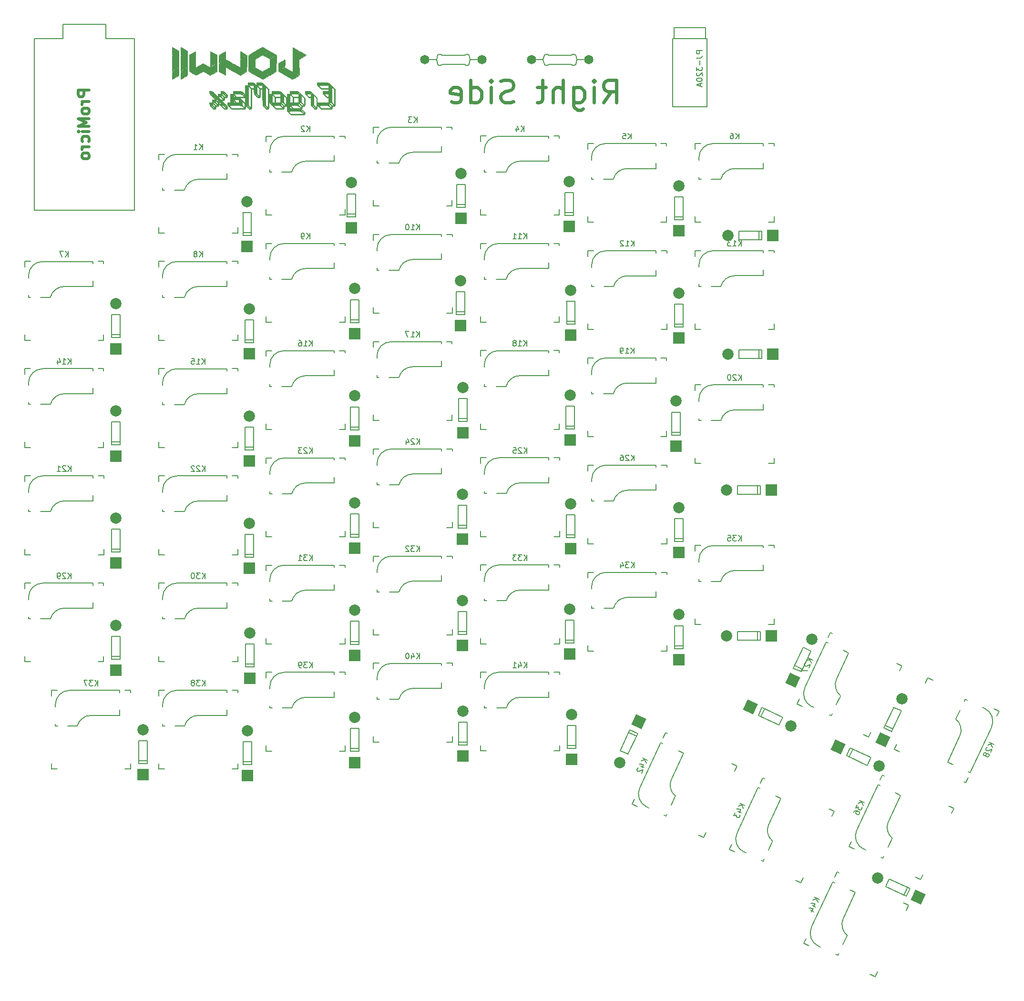
<source format=gbr>
G04 #@! TF.GenerationSoftware,KiCad,Pcbnew,(6.0.9-0)*
G04 #@! TF.CreationDate,2023-04-19T21:40:39+10:00*
G04 #@! TF.ProjectId,ErgoMaxReversible,4572676f-4d61-4785-9265-766572736962,rev?*
G04 #@! TF.SameCoordinates,Original*
G04 #@! TF.FileFunction,Legend,Bot*
G04 #@! TF.FilePolarity,Positive*
%FSLAX46Y46*%
G04 Gerber Fmt 4.6, Leading zero omitted, Abs format (unit mm)*
G04 Created by KiCad (PCBNEW (6.0.9-0)) date 2023-04-19 21:40:39*
%MOMM*%
%LPD*%
G01*
G04 APERTURE LIST*
G04 Aperture macros list*
%AMRotRect*
0 Rectangle, with rotation*
0 The origin of the aperture is its center*
0 $1 length*
0 $2 width*
0 $3 Rotation angle, in degrees counterclockwise*
0 Add horizontal line*
21,1,$1,$2,0,0,$3*%
G04 Aperture macros list end*
%ADD10C,0.150000*%
%ADD11C,0.500000*%
%ADD12C,0.600000*%
%ADD13C,0.010000*%
%ADD14C,2.000000*%
%ADD15R,2.000000X2.000000*%
%ADD16RotRect,2.000000X2.000000X245.000000*%
%ADD17RotRect,2.000000X2.000000X65.000000*%
%ADD18RotRect,2.000000X2.000000X155.000000*%
%ADD19RotRect,2.000000X2.000000X335.000000*%
%ADD20C,1.651000*%
G04 APERTURE END LIST*
D10*
X148006711Y-57646757D02*
X148006711Y-56646757D01*
X147435282Y-57646757D02*
X147863854Y-57075329D01*
X147435282Y-56646757D02*
X148006711Y-57218186D01*
X146482901Y-57646757D02*
X147054330Y-57646757D01*
X146768616Y-57646757D02*
X146768616Y-56646757D01*
X146863854Y-56789615D01*
X146959092Y-56884853D01*
X147054330Y-56932472D01*
X257561170Y-190848875D02*
X256654862Y-190426257D01*
X257319674Y-191366766D02*
X256982906Y-190736852D01*
X256413366Y-190944147D02*
X257172753Y-190667753D01*
X256353225Y-191861855D02*
X256957430Y-192143601D01*
X256108588Y-191485070D02*
X256856574Y-191571153D01*
X256594953Y-192132201D01*
X255950731Y-192725006D02*
X256554936Y-193006751D01*
X255706094Y-192348221D02*
X256454080Y-192434303D01*
X256192460Y-192995351D01*
X244333303Y-174124280D02*
X243426995Y-173701662D01*
X244091807Y-174642171D02*
X243755039Y-174012257D01*
X243185499Y-174219552D02*
X243944886Y-173943158D01*
X243125358Y-175137260D02*
X243729563Y-175419006D01*
X242880721Y-174760475D02*
X243628707Y-174846558D01*
X243367086Y-175407606D01*
X242642133Y-175384805D02*
X242380512Y-175945853D01*
X242866645Y-175804748D01*
X242806271Y-175934220D01*
X242809179Y-176040660D01*
X242832212Y-176103942D01*
X242898402Y-176187349D01*
X243114190Y-176287972D01*
X243220630Y-176285064D01*
X243283912Y-176262031D01*
X243367319Y-176195841D01*
X243488067Y-175936896D01*
X243485159Y-175830456D01*
X243462126Y-175767174D01*
X227062657Y-166106102D02*
X226156349Y-165683484D01*
X226821161Y-166623993D02*
X226484393Y-165994079D01*
X225914853Y-166201374D02*
X226674240Y-165924980D01*
X225854712Y-167119082D02*
X226458917Y-167400828D01*
X225610075Y-166742297D02*
X226358061Y-166828380D01*
X226096440Y-167389428D01*
X225437677Y-167450034D02*
X225374395Y-167473067D01*
X225290988Y-167539257D01*
X225190365Y-167755045D01*
X225193273Y-167861484D01*
X225216306Y-167924767D01*
X225282496Y-168008174D01*
X225368811Y-168048423D01*
X225518408Y-168065639D01*
X226277795Y-167789245D01*
X226016174Y-168350293D01*
X205642903Y-149643122D02*
X205642903Y-148643122D01*
X205071475Y-149643122D02*
X205500046Y-149071694D01*
X205071475Y-148643122D02*
X205642903Y-149214551D01*
X204214332Y-148976456D02*
X204214332Y-149643122D01*
X204452427Y-148595503D02*
X204690522Y-149309789D01*
X204071475Y-149309789D01*
X203166713Y-149643122D02*
X203738141Y-149643122D01*
X203452427Y-149643122D02*
X203452427Y-148643122D01*
X203547665Y-148785980D01*
X203642903Y-148881218D01*
X203738141Y-148928837D01*
X186592898Y-148063120D02*
X186592898Y-147063120D01*
X186021470Y-148063120D02*
X186450041Y-147491692D01*
X186021470Y-147063120D02*
X186592898Y-147634549D01*
X185164327Y-147396454D02*
X185164327Y-148063120D01*
X185402422Y-147015501D02*
X185640517Y-147729787D01*
X185021470Y-147729787D01*
X184450041Y-147063120D02*
X184354803Y-147063120D01*
X184259565Y-147110740D01*
X184211946Y-147158359D01*
X184164327Y-147253597D01*
X184116708Y-147444073D01*
X184116708Y-147682168D01*
X184164327Y-147872644D01*
X184211946Y-147967882D01*
X184259565Y-148015501D01*
X184354803Y-148063120D01*
X184450041Y-148063120D01*
X184545279Y-148015501D01*
X184592898Y-147967882D01*
X184640517Y-147872644D01*
X184688136Y-147682168D01*
X184688136Y-147444073D01*
X184640517Y-147253597D01*
X184592898Y-147158359D01*
X184545279Y-147110740D01*
X184450041Y-147063120D01*
X167542905Y-149663119D02*
X167542905Y-148663119D01*
X166971477Y-149663119D02*
X167400048Y-149091691D01*
X166971477Y-148663119D02*
X167542905Y-149234548D01*
X166638143Y-148663119D02*
X166019096Y-148663119D01*
X166352429Y-149044072D01*
X166209572Y-149044072D01*
X166114334Y-149091691D01*
X166066715Y-149139310D01*
X166019096Y-149234548D01*
X166019096Y-149472643D01*
X166066715Y-149567881D01*
X166114334Y-149615500D01*
X166209572Y-149663119D01*
X166495286Y-149663119D01*
X166590524Y-149615500D01*
X166638143Y-149567881D01*
X165542905Y-149663119D02*
X165352429Y-149663119D01*
X165257191Y-149615500D01*
X165209572Y-149567881D01*
X165114334Y-149425024D01*
X165066715Y-149234548D01*
X165066715Y-148853596D01*
X165114334Y-148758358D01*
X165161953Y-148710739D01*
X165257191Y-148663119D01*
X165447667Y-148663119D01*
X165542905Y-148710739D01*
X165590524Y-148758358D01*
X165638143Y-148853596D01*
X165638143Y-149091691D01*
X165590524Y-149186929D01*
X165542905Y-149234548D01*
X165447667Y-149282167D01*
X165257191Y-149282167D01*
X165161953Y-149234548D01*
X165114334Y-149186929D01*
X165066715Y-149091691D01*
X148492907Y-152863122D02*
X148492907Y-151863122D01*
X147921479Y-152863122D02*
X148350050Y-152291694D01*
X147921479Y-151863122D02*
X148492907Y-152434551D01*
X147588145Y-151863122D02*
X146969098Y-151863122D01*
X147302431Y-152244075D01*
X147159574Y-152244075D01*
X147064336Y-152291694D01*
X147016717Y-152339313D01*
X146969098Y-152434551D01*
X146969098Y-152672646D01*
X147016717Y-152767884D01*
X147064336Y-152815503D01*
X147159574Y-152863122D01*
X147445288Y-152863122D01*
X147540526Y-152815503D01*
X147588145Y-152767884D01*
X146397669Y-152291694D02*
X146492907Y-152244075D01*
X146540526Y-152196456D01*
X146588145Y-152101218D01*
X146588145Y-152053599D01*
X146540526Y-151958361D01*
X146492907Y-151910742D01*
X146397669Y-151863122D01*
X146207193Y-151863122D01*
X146111955Y-151910742D01*
X146064336Y-151958361D01*
X146016717Y-152053599D01*
X146016717Y-152101218D01*
X146064336Y-152196456D01*
X146111955Y-152244075D01*
X146207193Y-152291694D01*
X146397669Y-152291694D01*
X146492907Y-152339313D01*
X146540526Y-152386932D01*
X146588145Y-152482170D01*
X146588145Y-152672646D01*
X146540526Y-152767884D01*
X146492907Y-152815503D01*
X146397669Y-152863122D01*
X146207193Y-152863122D01*
X146111955Y-152815503D01*
X146064336Y-152767884D01*
X146016717Y-152672646D01*
X146016717Y-152482170D01*
X146064336Y-152386932D01*
X146111955Y-152339313D01*
X146207193Y-152291694D01*
X129442896Y-152863118D02*
X129442896Y-151863118D01*
X128871468Y-152863118D02*
X129300039Y-152291690D01*
X128871468Y-151863118D02*
X129442896Y-152434547D01*
X128538134Y-151863118D02*
X127919087Y-151863118D01*
X128252420Y-152244071D01*
X128109563Y-152244071D01*
X128014325Y-152291690D01*
X127966706Y-152339309D01*
X127919087Y-152434547D01*
X127919087Y-152672642D01*
X127966706Y-152767880D01*
X128014325Y-152815499D01*
X128109563Y-152863118D01*
X128395277Y-152863118D01*
X128490515Y-152815499D01*
X128538134Y-152767880D01*
X127585753Y-151863118D02*
X126919087Y-151863118D01*
X127347658Y-152863118D01*
X265594030Y-173609253D02*
X264687722Y-173186635D01*
X265352534Y-174127144D02*
X265015766Y-173497230D01*
X264446226Y-173704525D02*
X265205613Y-173428131D01*
X264305354Y-174006628D02*
X264043733Y-174567676D01*
X264529866Y-174426570D01*
X264469492Y-174556043D01*
X264472400Y-174662483D01*
X264495432Y-174725765D01*
X264561623Y-174809172D01*
X264777410Y-174909795D01*
X264883850Y-174906887D01*
X264947132Y-174883854D01*
X265030539Y-174817664D01*
X265151287Y-174558719D01*
X265148379Y-174452279D01*
X265125346Y-174388997D01*
X263681488Y-175344511D02*
X263761987Y-175171881D01*
X263845394Y-175105690D01*
X263908676Y-175082658D01*
X264078398Y-175056717D01*
X264271153Y-175094058D01*
X264616413Y-175255055D01*
X264682603Y-175338462D01*
X264705636Y-175401744D01*
X264708544Y-175508184D01*
X264628046Y-175680814D01*
X264544639Y-175747004D01*
X264481357Y-175770037D01*
X264374917Y-175772945D01*
X264159129Y-175672322D01*
X264092939Y-175588915D01*
X264069906Y-175525633D01*
X264066998Y-175419193D01*
X264147497Y-175246563D01*
X264230904Y-175180373D01*
X264294186Y-175157340D01*
X264400625Y-175154432D01*
X243742904Y-127143121D02*
X243742904Y-126143121D01*
X243171476Y-127143121D02*
X243600047Y-126571693D01*
X243171476Y-126143121D02*
X243742904Y-126714550D01*
X242838142Y-126143121D02*
X242219095Y-126143121D01*
X242552428Y-126524074D01*
X242409571Y-126524074D01*
X242314333Y-126571693D01*
X242266714Y-126619312D01*
X242219095Y-126714550D01*
X242219095Y-126952645D01*
X242266714Y-127047883D01*
X242314333Y-127095502D01*
X242409571Y-127143121D01*
X242695285Y-127143121D01*
X242790523Y-127095502D01*
X242838142Y-127047883D01*
X241314333Y-126143121D02*
X241790523Y-126143121D01*
X241838142Y-126619312D01*
X241790523Y-126571693D01*
X241695285Y-126524074D01*
X241457190Y-126524074D01*
X241361952Y-126571693D01*
X241314333Y-126619312D01*
X241266714Y-126714550D01*
X241266714Y-126952645D01*
X241314333Y-127047883D01*
X241361952Y-127095502D01*
X241457190Y-127143121D01*
X241695285Y-127143121D01*
X241790523Y-127095502D01*
X241838142Y-127047883D01*
X224692903Y-131903119D02*
X224692903Y-130903119D01*
X224121475Y-131903119D02*
X224550046Y-131331691D01*
X224121475Y-130903119D02*
X224692903Y-131474548D01*
X223788141Y-130903119D02*
X223169094Y-130903119D01*
X223502427Y-131284072D01*
X223359570Y-131284072D01*
X223264332Y-131331691D01*
X223216713Y-131379310D01*
X223169094Y-131474548D01*
X223169094Y-131712643D01*
X223216713Y-131807881D01*
X223264332Y-131855500D01*
X223359570Y-131903119D01*
X223645284Y-131903119D01*
X223740522Y-131855500D01*
X223788141Y-131807881D01*
X222311951Y-131236453D02*
X222311951Y-131903119D01*
X222550046Y-130855500D02*
X222788141Y-131569786D01*
X222169094Y-131569786D01*
X205642902Y-130603123D02*
X205642902Y-129603123D01*
X205071474Y-130603123D02*
X205500045Y-130031695D01*
X205071474Y-129603123D02*
X205642902Y-130174552D01*
X204738140Y-129603123D02*
X204119093Y-129603123D01*
X204452426Y-129984076D01*
X204309569Y-129984076D01*
X204214331Y-130031695D01*
X204166712Y-130079314D01*
X204119093Y-130174552D01*
X204119093Y-130412647D01*
X204166712Y-130507885D01*
X204214331Y-130555504D01*
X204309569Y-130603123D01*
X204595283Y-130603123D01*
X204690521Y-130555504D01*
X204738140Y-130507885D01*
X203785759Y-129603123D02*
X203166712Y-129603123D01*
X203500045Y-129984076D01*
X203357188Y-129984076D01*
X203261950Y-130031695D01*
X203214331Y-130079314D01*
X203166712Y-130174552D01*
X203166712Y-130412647D01*
X203214331Y-130507885D01*
X203261950Y-130555504D01*
X203357188Y-130603123D01*
X203642902Y-130603123D01*
X203738140Y-130555504D01*
X203785759Y-130507885D01*
X186592901Y-129023121D02*
X186592901Y-128023121D01*
X186021473Y-129023121D02*
X186450044Y-128451693D01*
X186021473Y-128023121D02*
X186592901Y-128594550D01*
X185688139Y-128023121D02*
X185069092Y-128023121D01*
X185402425Y-128404074D01*
X185259568Y-128404074D01*
X185164330Y-128451693D01*
X185116711Y-128499312D01*
X185069092Y-128594550D01*
X185069092Y-128832645D01*
X185116711Y-128927883D01*
X185164330Y-128975502D01*
X185259568Y-129023121D01*
X185545282Y-129023121D01*
X185640520Y-128975502D01*
X185688139Y-128927883D01*
X184688139Y-128118360D02*
X184640520Y-128070741D01*
X184545282Y-128023121D01*
X184307187Y-128023121D01*
X184211949Y-128070741D01*
X184164330Y-128118360D01*
X184116711Y-128213598D01*
X184116711Y-128308836D01*
X184164330Y-128451693D01*
X184735758Y-129023121D01*
X184116711Y-129023121D01*
X167542904Y-130633118D02*
X167542904Y-129633118D01*
X166971476Y-130633118D02*
X167400047Y-130061690D01*
X166971476Y-129633118D02*
X167542904Y-130204547D01*
X166638142Y-129633118D02*
X166019095Y-129633118D01*
X166352428Y-130014071D01*
X166209571Y-130014071D01*
X166114333Y-130061690D01*
X166066714Y-130109309D01*
X166019095Y-130204547D01*
X166019095Y-130442642D01*
X166066714Y-130537880D01*
X166114333Y-130585499D01*
X166209571Y-130633118D01*
X166495285Y-130633118D01*
X166590523Y-130585499D01*
X166638142Y-130537880D01*
X165066714Y-130633118D02*
X165638142Y-130633118D01*
X165352428Y-130633118D02*
X165352428Y-129633118D01*
X165447666Y-129775976D01*
X165542904Y-129871214D01*
X165638142Y-129918833D01*
X148492905Y-133813124D02*
X148492905Y-132813124D01*
X147921477Y-133813124D02*
X148350048Y-133241696D01*
X147921477Y-132813124D02*
X148492905Y-133384553D01*
X147588143Y-132813124D02*
X146969096Y-132813124D01*
X147302429Y-133194077D01*
X147159572Y-133194077D01*
X147064334Y-133241696D01*
X147016715Y-133289315D01*
X146969096Y-133384553D01*
X146969096Y-133622648D01*
X147016715Y-133717886D01*
X147064334Y-133765505D01*
X147159572Y-133813124D01*
X147445286Y-133813124D01*
X147540524Y-133765505D01*
X147588143Y-133717886D01*
X146350048Y-132813124D02*
X146254810Y-132813124D01*
X146159572Y-132860744D01*
X146111953Y-132908363D01*
X146064334Y-133003601D01*
X146016715Y-133194077D01*
X146016715Y-133432172D01*
X146064334Y-133622648D01*
X146111953Y-133717886D01*
X146159572Y-133765505D01*
X146254810Y-133813124D01*
X146350048Y-133813124D01*
X146445286Y-133765505D01*
X146492905Y-133717886D01*
X146540524Y-133622648D01*
X146588143Y-133432172D01*
X146588143Y-133194077D01*
X146540524Y-133003601D01*
X146492905Y-132908363D01*
X146445286Y-132860744D01*
X146350048Y-132813124D01*
X124682899Y-133813118D02*
X124682899Y-132813118D01*
X124111471Y-133813118D02*
X124540042Y-133241690D01*
X124111471Y-132813118D02*
X124682899Y-133384547D01*
X123730518Y-132908357D02*
X123682899Y-132860738D01*
X123587661Y-132813118D01*
X123349566Y-132813118D01*
X123254328Y-132860738D01*
X123206709Y-132908357D01*
X123159090Y-133003595D01*
X123159090Y-133098833D01*
X123206709Y-133241690D01*
X123778137Y-133813118D01*
X123159090Y-133813118D01*
X122682899Y-133813118D02*
X122492423Y-133813118D01*
X122397185Y-133765499D01*
X122349566Y-133717880D01*
X122254328Y-133575023D01*
X122206709Y-133384547D01*
X122206709Y-133003595D01*
X122254328Y-132908357D01*
X122301947Y-132860738D01*
X122397185Y-132813118D01*
X122587661Y-132813118D01*
X122682899Y-132860738D01*
X122730518Y-132908357D01*
X122778137Y-133003595D01*
X122778137Y-133241690D01*
X122730518Y-133336928D01*
X122682899Y-133384547D01*
X122587661Y-133432166D01*
X122397185Y-133432166D01*
X122301947Y-133384547D01*
X122254328Y-133336928D01*
X122206709Y-133241690D01*
X288608051Y-163321515D02*
X287701743Y-162898897D01*
X288366555Y-163839406D02*
X288029787Y-163209492D01*
X287460247Y-163416787D02*
X288219634Y-163140393D01*
X287385565Y-163802297D02*
X287322283Y-163825330D01*
X287238876Y-163891520D01*
X287138252Y-164107307D01*
X287141161Y-164213747D01*
X287164193Y-164277029D01*
X287230384Y-164360436D01*
X287316699Y-164400686D01*
X287466296Y-164417902D01*
X288225682Y-164141508D01*
X287964061Y-164702556D01*
X287204675Y-164978950D02*
X287201767Y-164872510D01*
X287178734Y-164809228D01*
X287112544Y-164725821D01*
X287069386Y-164705696D01*
X286962947Y-164708605D01*
X286899664Y-164731637D01*
X286816258Y-164797828D01*
X286735759Y-164970458D01*
X286738667Y-165076897D01*
X286761700Y-165140180D01*
X286827890Y-165223587D01*
X286871048Y-165243711D01*
X286977487Y-165240803D01*
X287040770Y-165217770D01*
X287124176Y-165151580D01*
X287204675Y-164978950D01*
X287288082Y-164912759D01*
X287351364Y-164889727D01*
X287457804Y-164886818D01*
X287630434Y-164967317D01*
X287696624Y-165050724D01*
X287719657Y-165114006D01*
X287722565Y-165220446D01*
X287642067Y-165393076D01*
X287558660Y-165459266D01*
X287495378Y-165482299D01*
X287388938Y-165485207D01*
X287216308Y-165404709D01*
X287150117Y-165321302D01*
X287127085Y-165258020D01*
X287124176Y-165151580D01*
X256385115Y-148294081D02*
X255478807Y-147871463D01*
X256143619Y-148811972D02*
X255806851Y-148182058D01*
X255237311Y-148389353D02*
X255996698Y-148112959D01*
X255162629Y-148774863D02*
X255099347Y-148797896D01*
X255015940Y-148864086D01*
X254915316Y-149079873D01*
X254918225Y-149186313D01*
X254941257Y-149249595D01*
X255007448Y-149333002D01*
X255093763Y-149373252D01*
X255243360Y-149390468D01*
X256002746Y-149114074D01*
X255741125Y-149675122D01*
X254693945Y-149554606D02*
X254412199Y-150158811D01*
X255499629Y-150193012D01*
X224692895Y-112873962D02*
X224692895Y-111873962D01*
X224121467Y-112873962D02*
X224550038Y-112302534D01*
X224121467Y-111873962D02*
X224692895Y-112445391D01*
X223740514Y-111969201D02*
X223692895Y-111921582D01*
X223597657Y-111873962D01*
X223359562Y-111873962D01*
X223264324Y-111921582D01*
X223216705Y-111969201D01*
X223169086Y-112064439D01*
X223169086Y-112159677D01*
X223216705Y-112302534D01*
X223788133Y-112873962D01*
X223169086Y-112873962D01*
X222311943Y-111873962D02*
X222502419Y-111873962D01*
X222597657Y-111921582D01*
X222645276Y-111969201D01*
X222740514Y-112112058D01*
X222788133Y-112302534D01*
X222788133Y-112683486D01*
X222740514Y-112778724D01*
X222692895Y-112826343D01*
X222597657Y-112873962D01*
X222407181Y-112873962D01*
X222311943Y-112826343D01*
X222264324Y-112778724D01*
X222216705Y-112683486D01*
X222216705Y-112445391D01*
X222264324Y-112350153D01*
X222311943Y-112302534D01*
X222407181Y-112254915D01*
X222597657Y-112254915D01*
X222692895Y-112302534D01*
X222740514Y-112350153D01*
X222788133Y-112445391D01*
X205642901Y-111563123D02*
X205642901Y-110563123D01*
X205071473Y-111563123D02*
X205500044Y-110991695D01*
X205071473Y-110563123D02*
X205642901Y-111134552D01*
X204690520Y-110658362D02*
X204642901Y-110610743D01*
X204547663Y-110563123D01*
X204309568Y-110563123D01*
X204214330Y-110610743D01*
X204166711Y-110658362D01*
X204119092Y-110753600D01*
X204119092Y-110848838D01*
X204166711Y-110991695D01*
X204738139Y-111563123D01*
X204119092Y-111563123D01*
X203214330Y-110563123D02*
X203690520Y-110563123D01*
X203738139Y-111039314D01*
X203690520Y-110991695D01*
X203595282Y-110944076D01*
X203357187Y-110944076D01*
X203261949Y-110991695D01*
X203214330Y-111039314D01*
X203166711Y-111134552D01*
X203166711Y-111372647D01*
X203214330Y-111467885D01*
X203261949Y-111515504D01*
X203357187Y-111563123D01*
X203595282Y-111563123D01*
X203690520Y-111515504D01*
X203738139Y-111467885D01*
X186592910Y-109980361D02*
X186592910Y-108980361D01*
X186021482Y-109980361D02*
X186450053Y-109408933D01*
X186021482Y-108980361D02*
X186592910Y-109551790D01*
X185640529Y-109075600D02*
X185592910Y-109027981D01*
X185497672Y-108980361D01*
X185259577Y-108980361D01*
X185164339Y-109027981D01*
X185116720Y-109075600D01*
X185069101Y-109170838D01*
X185069101Y-109266076D01*
X185116720Y-109408933D01*
X185688148Y-109980361D01*
X185069101Y-109980361D01*
X184211958Y-109313695D02*
X184211958Y-109980361D01*
X184450053Y-108932742D02*
X184688148Y-109647028D01*
X184069101Y-109647028D01*
X167542904Y-111583365D02*
X167542904Y-110583365D01*
X166971476Y-111583365D02*
X167400047Y-111011937D01*
X166971476Y-110583365D02*
X167542904Y-111154794D01*
X166590523Y-110678604D02*
X166542904Y-110630985D01*
X166447666Y-110583365D01*
X166209571Y-110583365D01*
X166114333Y-110630985D01*
X166066714Y-110678604D01*
X166019095Y-110773842D01*
X166019095Y-110869080D01*
X166066714Y-111011937D01*
X166638142Y-111583365D01*
X166019095Y-111583365D01*
X165685761Y-110583365D02*
X165066714Y-110583365D01*
X165400047Y-110964318D01*
X165257190Y-110964318D01*
X165161952Y-111011937D01*
X165114333Y-111059556D01*
X165066714Y-111154794D01*
X165066714Y-111392889D01*
X165114333Y-111488127D01*
X165161952Y-111535746D01*
X165257190Y-111583365D01*
X165542904Y-111583365D01*
X165638142Y-111535746D01*
X165685761Y-111488127D01*
X148484498Y-114775159D02*
X148484498Y-113775159D01*
X147913070Y-114775159D02*
X148341641Y-114203731D01*
X147913070Y-113775159D02*
X148484498Y-114346588D01*
X147532117Y-113870398D02*
X147484498Y-113822779D01*
X147389260Y-113775159D01*
X147151165Y-113775159D01*
X147055927Y-113822779D01*
X147008308Y-113870398D01*
X146960689Y-113965636D01*
X146960689Y-114060874D01*
X147008308Y-114203731D01*
X147579736Y-114775159D01*
X146960689Y-114775159D01*
X146579736Y-113870398D02*
X146532117Y-113822779D01*
X146436879Y-113775159D01*
X146198784Y-113775159D01*
X146103546Y-113822779D01*
X146055927Y-113870398D01*
X146008308Y-113965636D01*
X146008308Y-114060874D01*
X146055927Y-114203731D01*
X146627355Y-114775159D01*
X146008308Y-114775159D01*
X124688300Y-114766962D02*
X124688300Y-113766962D01*
X124116872Y-114766962D02*
X124545443Y-114195534D01*
X124116872Y-113766962D02*
X124688300Y-114338391D01*
X123735919Y-113862201D02*
X123688300Y-113814582D01*
X123593062Y-113766962D01*
X123354967Y-113766962D01*
X123259729Y-113814582D01*
X123212110Y-113862201D01*
X123164491Y-113957439D01*
X123164491Y-114052677D01*
X123212110Y-114195534D01*
X123783538Y-114766962D01*
X123164491Y-114766962D01*
X122212110Y-114766962D02*
X122783538Y-114766962D01*
X122497824Y-114766962D02*
X122497824Y-113766962D01*
X122593062Y-113909820D01*
X122688300Y-114005058D01*
X122783538Y-114052677D01*
X243742905Y-98588761D02*
X243742905Y-97588761D01*
X243171477Y-98588761D02*
X243600048Y-98017333D01*
X243171477Y-97588761D02*
X243742905Y-98160190D01*
X242790524Y-97684000D02*
X242742905Y-97636381D01*
X242647667Y-97588761D01*
X242409572Y-97588761D01*
X242314334Y-97636381D01*
X242266715Y-97684000D01*
X242219096Y-97779238D01*
X242219096Y-97874476D01*
X242266715Y-98017333D01*
X242838143Y-98588761D01*
X242219096Y-98588761D01*
X241600048Y-97588761D02*
X241504810Y-97588761D01*
X241409572Y-97636381D01*
X241361953Y-97684000D01*
X241314334Y-97779238D01*
X241266715Y-97969714D01*
X241266715Y-98207809D01*
X241314334Y-98398285D01*
X241361953Y-98493523D01*
X241409572Y-98541142D01*
X241504810Y-98588761D01*
X241600048Y-98588761D01*
X241695286Y-98541142D01*
X241742905Y-98493523D01*
X241790524Y-98398285D01*
X241838143Y-98207809D01*
X241838143Y-97969714D01*
X241790524Y-97779238D01*
X241742905Y-97684000D01*
X241695286Y-97636381D01*
X241600048Y-97588761D01*
X224650499Y-93829160D02*
X224650499Y-92829160D01*
X224079071Y-93829160D02*
X224507642Y-93257732D01*
X224079071Y-92829160D02*
X224650499Y-93400589D01*
X223126690Y-93829160D02*
X223698118Y-93829160D01*
X223412404Y-93829160D02*
X223412404Y-92829160D01*
X223507642Y-92972018D01*
X223602880Y-93067256D01*
X223698118Y-93114875D01*
X222650499Y-93829160D02*
X222460023Y-93829160D01*
X222364785Y-93781541D01*
X222317166Y-93733922D01*
X222221928Y-93591065D01*
X222174309Y-93400589D01*
X222174309Y-93019637D01*
X222221928Y-92924399D01*
X222269547Y-92876780D01*
X222364785Y-92829160D01*
X222555261Y-92829160D01*
X222650499Y-92876780D01*
X222698118Y-92924399D01*
X222745737Y-93019637D01*
X222745737Y-93257732D01*
X222698118Y-93352970D01*
X222650499Y-93400589D01*
X222555261Y-93448208D01*
X222364785Y-93448208D01*
X222269547Y-93400589D01*
X222221928Y-93352970D01*
X222174309Y-93257732D01*
X205617342Y-92518380D02*
X205617342Y-91518380D01*
X205045914Y-92518380D02*
X205474485Y-91946952D01*
X205045914Y-91518380D02*
X205617342Y-92089809D01*
X204093533Y-92518380D02*
X204664961Y-92518380D01*
X204379247Y-92518380D02*
X204379247Y-91518380D01*
X204474485Y-91661238D01*
X204569723Y-91756476D01*
X204664961Y-91804095D01*
X203522104Y-91946952D02*
X203617342Y-91899333D01*
X203664961Y-91851714D01*
X203712580Y-91756476D01*
X203712580Y-91708857D01*
X203664961Y-91613619D01*
X203617342Y-91566000D01*
X203522104Y-91518380D01*
X203331628Y-91518380D01*
X203236390Y-91566000D01*
X203188771Y-91613619D01*
X203141152Y-91708857D01*
X203141152Y-91756476D01*
X203188771Y-91851714D01*
X203236390Y-91899333D01*
X203331628Y-91946952D01*
X203522104Y-91946952D01*
X203617342Y-91994571D01*
X203664961Y-92042190D01*
X203712580Y-92137428D01*
X203712580Y-92327904D01*
X203664961Y-92423142D01*
X203617342Y-92470761D01*
X203522104Y-92518380D01*
X203331628Y-92518380D01*
X203236390Y-92470761D01*
X203188771Y-92423142D01*
X203141152Y-92327904D01*
X203141152Y-92137428D01*
X203188771Y-92042190D01*
X203236390Y-91994571D01*
X203331628Y-91946952D01*
X186571940Y-90932664D02*
X186571940Y-89932664D01*
X186000512Y-90932664D02*
X186429083Y-90361236D01*
X186000512Y-89932664D02*
X186571940Y-90504093D01*
X185048131Y-90932664D02*
X185619559Y-90932664D01*
X185333845Y-90932664D02*
X185333845Y-89932664D01*
X185429083Y-90075522D01*
X185524321Y-90170760D01*
X185619559Y-90218379D01*
X184714797Y-89932664D02*
X184048131Y-89932664D01*
X184476702Y-90932664D01*
X167527501Y-92535739D02*
X167527501Y-91535739D01*
X166956073Y-92535739D02*
X167384644Y-91964311D01*
X166956073Y-91535739D02*
X167527501Y-92107168D01*
X166003692Y-92535739D02*
X166575120Y-92535739D01*
X166289406Y-92535739D02*
X166289406Y-91535739D01*
X166384644Y-91678597D01*
X166479882Y-91773835D01*
X166575120Y-91821454D01*
X165146549Y-91535739D02*
X165337025Y-91535739D01*
X165432263Y-91583359D01*
X165479882Y-91630978D01*
X165575120Y-91773835D01*
X165622739Y-91964311D01*
X165622739Y-92345263D01*
X165575120Y-92440501D01*
X165527501Y-92488120D01*
X165432263Y-92535739D01*
X165241787Y-92535739D01*
X165146549Y-92488120D01*
X165098930Y-92440501D01*
X165051311Y-92345263D01*
X165051311Y-92107168D01*
X165098930Y-92011930D01*
X165146549Y-91964311D01*
X165241787Y-91916692D01*
X165432263Y-91916692D01*
X165527501Y-91964311D01*
X165575120Y-92011930D01*
X165622739Y-92107168D01*
X148478756Y-95736461D02*
X148478756Y-94736461D01*
X147907328Y-95736461D02*
X148335899Y-95165033D01*
X147907328Y-94736461D02*
X148478756Y-95307890D01*
X146954947Y-95736461D02*
X147526375Y-95736461D01*
X147240661Y-95736461D02*
X147240661Y-94736461D01*
X147335899Y-94879319D01*
X147431137Y-94974557D01*
X147526375Y-95022176D01*
X146050185Y-94736461D02*
X146526375Y-94736461D01*
X146573994Y-95212652D01*
X146526375Y-95165033D01*
X146431137Y-95117414D01*
X146193042Y-95117414D01*
X146097804Y-95165033D01*
X146050185Y-95212652D01*
X146002566Y-95307890D01*
X146002566Y-95545985D01*
X146050185Y-95641223D01*
X146097804Y-95688842D01*
X146193042Y-95736461D01*
X146431137Y-95736461D01*
X146526375Y-95688842D01*
X146573994Y-95641223D01*
X124677985Y-95726860D02*
X124677985Y-94726860D01*
X124106557Y-95726860D02*
X124535128Y-95155432D01*
X124106557Y-94726860D02*
X124677985Y-95298289D01*
X123154176Y-95726860D02*
X123725604Y-95726860D01*
X123439890Y-95726860D02*
X123439890Y-94726860D01*
X123535128Y-94869718D01*
X123630366Y-94964956D01*
X123725604Y-95012575D01*
X122297033Y-95060194D02*
X122297033Y-95726860D01*
X122535128Y-94679241D02*
X122773223Y-95393527D01*
X122154176Y-95393527D01*
X243742904Y-74769053D02*
X243742904Y-73769053D01*
X243171476Y-74769053D02*
X243600047Y-74197625D01*
X243171476Y-73769053D02*
X243742904Y-74340482D01*
X242219095Y-74769053D02*
X242790523Y-74769053D01*
X242504809Y-74769053D02*
X242504809Y-73769053D01*
X242600047Y-73911911D01*
X242695285Y-74007149D01*
X242790523Y-74054768D01*
X241885761Y-73769053D02*
X241266714Y-73769053D01*
X241600047Y-74150006D01*
X241457190Y-74150006D01*
X241361952Y-74197625D01*
X241314333Y-74245244D01*
X241266714Y-74340482D01*
X241266714Y-74578577D01*
X241314333Y-74673815D01*
X241361952Y-74721434D01*
X241457190Y-74769053D01*
X241742904Y-74769053D01*
X241838142Y-74721434D01*
X241885761Y-74673815D01*
X224692898Y-74776640D02*
X224692898Y-73776640D01*
X224121470Y-74776640D02*
X224550041Y-74205212D01*
X224121470Y-73776640D02*
X224692898Y-74348069D01*
X223169089Y-74776640D02*
X223740517Y-74776640D01*
X223454803Y-74776640D02*
X223454803Y-73776640D01*
X223550041Y-73919498D01*
X223645279Y-74014736D01*
X223740517Y-74062355D01*
X222788136Y-73871879D02*
X222740517Y-73824260D01*
X222645279Y-73776640D01*
X222407184Y-73776640D01*
X222311946Y-73824260D01*
X222264327Y-73871879D01*
X222216708Y-73967117D01*
X222216708Y-74062355D01*
X222264327Y-74205212D01*
X222835755Y-74776640D01*
X222216708Y-74776640D01*
X205617501Y-73480544D02*
X205617501Y-72480544D01*
X205046073Y-73480544D02*
X205474644Y-72909116D01*
X205046073Y-72480544D02*
X205617501Y-73051973D01*
X204093692Y-73480544D02*
X204665120Y-73480544D01*
X204379406Y-73480544D02*
X204379406Y-72480544D01*
X204474644Y-72623402D01*
X204569882Y-72718640D01*
X204665120Y-72766259D01*
X203141311Y-73480544D02*
X203712739Y-73480544D01*
X203427025Y-73480544D02*
X203427025Y-72480544D01*
X203522263Y-72623402D01*
X203617501Y-72718640D01*
X203712739Y-72766259D01*
X186575600Y-71888203D02*
X186575600Y-70888203D01*
X186004172Y-71888203D02*
X186432743Y-71316775D01*
X186004172Y-70888203D02*
X186575600Y-71459632D01*
X185051791Y-71888203D02*
X185623219Y-71888203D01*
X185337505Y-71888203D02*
X185337505Y-70888203D01*
X185432743Y-71031061D01*
X185527981Y-71126299D01*
X185623219Y-71173918D01*
X184432743Y-70888203D02*
X184337505Y-70888203D01*
X184242267Y-70935823D01*
X184194648Y-70983442D01*
X184147029Y-71078680D01*
X184099410Y-71269156D01*
X184099410Y-71507251D01*
X184147029Y-71697727D01*
X184194648Y-71792965D01*
X184242267Y-71840584D01*
X184337505Y-71888203D01*
X184432743Y-71888203D01*
X184527981Y-71840584D01*
X184575600Y-71792965D01*
X184623219Y-71697727D01*
X184670838Y-71507251D01*
X184670838Y-71269156D01*
X184623219Y-71078680D01*
X184575600Y-70983442D01*
X184527981Y-70935823D01*
X184432743Y-70888203D01*
X167053811Y-73493763D02*
X167053811Y-72493763D01*
X166482382Y-73493763D02*
X166910954Y-72922335D01*
X166482382Y-72493763D02*
X167053811Y-73065192D01*
X166006192Y-73493763D02*
X165815716Y-73493763D01*
X165720477Y-73446144D01*
X165672858Y-73398525D01*
X165577620Y-73255668D01*
X165530001Y-73065192D01*
X165530001Y-72684240D01*
X165577620Y-72589002D01*
X165625239Y-72541383D01*
X165720477Y-72493763D01*
X165910954Y-72493763D01*
X166006192Y-72541383D01*
X166053811Y-72589002D01*
X166101430Y-72684240D01*
X166101430Y-72922335D01*
X166053811Y-73017573D01*
X166006192Y-73065192D01*
X165910954Y-73112811D01*
X165720477Y-73112811D01*
X165625239Y-73065192D01*
X165577620Y-73017573D01*
X165530001Y-72922335D01*
X148003809Y-76683763D02*
X148003809Y-75683763D01*
X147432380Y-76683763D02*
X147860952Y-76112335D01*
X147432380Y-75683763D02*
X148003809Y-76255192D01*
X146860952Y-76112335D02*
X146956190Y-76064716D01*
X147003809Y-76017097D01*
X147051428Y-75921859D01*
X147051428Y-75874240D01*
X147003809Y-75779002D01*
X146956190Y-75731383D01*
X146860952Y-75683763D01*
X146670475Y-75683763D01*
X146575237Y-75731383D01*
X146527618Y-75779002D01*
X146479999Y-75874240D01*
X146479999Y-75921859D01*
X146527618Y-76017097D01*
X146575237Y-76064716D01*
X146670475Y-76112335D01*
X146860952Y-76112335D01*
X146956190Y-76159954D01*
X147003809Y-76207573D01*
X147051428Y-76302811D01*
X147051428Y-76493287D01*
X147003809Y-76588525D01*
X146956190Y-76636144D01*
X146860952Y-76683763D01*
X146670475Y-76683763D01*
X146575237Y-76636144D01*
X146527618Y-76588525D01*
X146479999Y-76493287D01*
X146479999Y-76302811D01*
X146527618Y-76207573D01*
X146575237Y-76159954D01*
X146670475Y-76112335D01*
X124198391Y-76683762D02*
X124198391Y-75683762D01*
X123626962Y-76683762D02*
X124055534Y-76112334D01*
X123626962Y-75683762D02*
X124198391Y-76255191D01*
X123293629Y-75683762D02*
X122626962Y-75683762D01*
X123055534Y-76683762D01*
X243266709Y-55728760D02*
X243266709Y-54728760D01*
X242695280Y-55728760D02*
X243123852Y-55157332D01*
X242695280Y-54728760D02*
X243266709Y-55300189D01*
X241838137Y-54728760D02*
X242028614Y-54728760D01*
X242123852Y-54776380D01*
X242171471Y-54823999D01*
X242266709Y-54966856D01*
X242314328Y-55157332D01*
X242314328Y-55538284D01*
X242266709Y-55633522D01*
X242219090Y-55681141D01*
X242123852Y-55728760D01*
X241933375Y-55728760D01*
X241838137Y-55681141D01*
X241790518Y-55633522D01*
X241742899Y-55538284D01*
X241742899Y-55300189D01*
X241790518Y-55204951D01*
X241838137Y-55157332D01*
X241933375Y-55109713D01*
X242123852Y-55109713D01*
X242219090Y-55157332D01*
X242266709Y-55204951D01*
X242314328Y-55300189D01*
X224174464Y-55726763D02*
X224174464Y-54726763D01*
X223603035Y-55726763D02*
X224031607Y-55155335D01*
X223603035Y-54726763D02*
X224174464Y-55298192D01*
X222698273Y-54726763D02*
X223174464Y-54726763D01*
X223222083Y-55202954D01*
X223174464Y-55155335D01*
X223079226Y-55107716D01*
X222841130Y-55107716D01*
X222745892Y-55155335D01*
X222698273Y-55202954D01*
X222650654Y-55298192D01*
X222650654Y-55536287D01*
X222698273Y-55631525D01*
X222745892Y-55679144D01*
X222841130Y-55726763D01*
X223079226Y-55726763D01*
X223174464Y-55679144D01*
X223222083Y-55631525D01*
X205136711Y-54426761D02*
X205136711Y-53426761D01*
X204565282Y-54426761D02*
X204993854Y-53855333D01*
X204565282Y-53426761D02*
X205136711Y-53998190D01*
X203708139Y-53760095D02*
X203708139Y-54426761D01*
X203946235Y-53379142D02*
X204184330Y-54093428D01*
X203565282Y-54093428D01*
X186096710Y-52842764D02*
X186096710Y-51842764D01*
X185525281Y-52842764D02*
X185953853Y-52271336D01*
X185525281Y-51842764D02*
X186096710Y-52414193D01*
X185191948Y-51842764D02*
X184572900Y-51842764D01*
X184906234Y-52223717D01*
X184763376Y-52223717D01*
X184668138Y-52271336D01*
X184620519Y-52318955D01*
X184572900Y-52414193D01*
X184572900Y-52652288D01*
X184620519Y-52747526D01*
X184668138Y-52795145D01*
X184763376Y-52842764D01*
X185049091Y-52842764D01*
X185144329Y-52795145D01*
X185191948Y-52747526D01*
X167056718Y-54440163D02*
X167056718Y-53440163D01*
X166485289Y-54440163D02*
X166913861Y-53868735D01*
X166485289Y-53440163D02*
X167056718Y-54011592D01*
X166104337Y-53535402D02*
X166056718Y-53487783D01*
X165961480Y-53440163D01*
X165723384Y-53440163D01*
X165628146Y-53487783D01*
X165580527Y-53535402D01*
X165532908Y-53630640D01*
X165532908Y-53725878D01*
X165580527Y-53868735D01*
X166151956Y-54440163D01*
X165532908Y-54440163D01*
D11*
X127923035Y-47096761D02*
X125923035Y-47096761D01*
X125923035Y-47858666D01*
X126018274Y-48049142D01*
X126113512Y-48144381D01*
X126303988Y-48239619D01*
X126589702Y-48239619D01*
X126780178Y-48144381D01*
X126875416Y-48049142D01*
X126970654Y-47858666D01*
X126970654Y-47096761D01*
X127923035Y-49096761D02*
X126589702Y-49096761D01*
X126970654Y-49096761D02*
X126780178Y-49192000D01*
X126684940Y-49287238D01*
X126589702Y-49477714D01*
X126589702Y-49668190D01*
X127923035Y-50620571D02*
X127827797Y-50430095D01*
X127732559Y-50334857D01*
X127542083Y-50239619D01*
X126970654Y-50239619D01*
X126780178Y-50334857D01*
X126684940Y-50430095D01*
X126589702Y-50620571D01*
X126589702Y-50906285D01*
X126684940Y-51096761D01*
X126780178Y-51192000D01*
X126970654Y-51287238D01*
X127542083Y-51287238D01*
X127732559Y-51192000D01*
X127827797Y-51096761D01*
X127923035Y-50906285D01*
X127923035Y-50620571D01*
X127923035Y-52144381D02*
X125923035Y-52144381D01*
X127351607Y-52811047D01*
X125923035Y-53477714D01*
X127923035Y-53477714D01*
X127923035Y-54430095D02*
X126589702Y-54430095D01*
X125923035Y-54430095D02*
X126018274Y-54334857D01*
X126113512Y-54430095D01*
X126018274Y-54525333D01*
X125923035Y-54430095D01*
X126113512Y-54430095D01*
X127827797Y-56239619D02*
X127923035Y-56049142D01*
X127923035Y-55668190D01*
X127827797Y-55477714D01*
X127732559Y-55382476D01*
X127542083Y-55287238D01*
X126970654Y-55287238D01*
X126780178Y-55382476D01*
X126684940Y-55477714D01*
X126589702Y-55668190D01*
X126589702Y-56049142D01*
X126684940Y-56239619D01*
X127923035Y-57096761D02*
X126589702Y-57096761D01*
X126970654Y-57096761D02*
X126780178Y-57192000D01*
X126684940Y-57287238D01*
X126589702Y-57477714D01*
X126589702Y-57668190D01*
X127923035Y-58620571D02*
X127827797Y-58430095D01*
X127732559Y-58334857D01*
X127542083Y-58239619D01*
X126970654Y-58239619D01*
X126780178Y-58334857D01*
X126684940Y-58430095D01*
X126589702Y-58620571D01*
X126589702Y-58906285D01*
X126684940Y-59096761D01*
X126780178Y-59192000D01*
X126970654Y-59287238D01*
X127542083Y-59287238D01*
X127732559Y-59192000D01*
X127827797Y-59096761D01*
X127923035Y-58906285D01*
X127923035Y-58620571D01*
D12*
X219250829Y-49259224D02*
X220584162Y-47354462D01*
X221536543Y-49259224D02*
X221536543Y-45259224D01*
X220012734Y-45259224D01*
X219631781Y-45449701D01*
X219441305Y-45640177D01*
X219250829Y-46021129D01*
X219250829Y-46592558D01*
X219441305Y-46973510D01*
X219631781Y-47163986D01*
X220012734Y-47354462D01*
X221536543Y-47354462D01*
X217536543Y-49259224D02*
X217536543Y-46592558D01*
X217536543Y-45259224D02*
X217727019Y-45449701D01*
X217536543Y-45640177D01*
X217346067Y-45449701D01*
X217536543Y-45259224D01*
X217536543Y-45640177D01*
X213917496Y-46592558D02*
X213917496Y-49830653D01*
X214107972Y-50211605D01*
X214298448Y-50402081D01*
X214679400Y-50592558D01*
X215250829Y-50592558D01*
X215631781Y-50402081D01*
X213917496Y-49068748D02*
X214298448Y-49259224D01*
X215060353Y-49259224D01*
X215441305Y-49068748D01*
X215631781Y-48878272D01*
X215822257Y-48497320D01*
X215822257Y-47354462D01*
X215631781Y-46973510D01*
X215441305Y-46783034D01*
X215060353Y-46592558D01*
X214298448Y-46592558D01*
X213917496Y-46783034D01*
X212012734Y-49259224D02*
X212012734Y-45259224D01*
X210298448Y-49259224D02*
X210298448Y-47163986D01*
X210488924Y-46783034D01*
X210869877Y-46592558D01*
X211441305Y-46592558D01*
X211822257Y-46783034D01*
X212012734Y-46973510D01*
X208965115Y-46592558D02*
X207441305Y-46592558D01*
X208393686Y-45259224D02*
X208393686Y-48687796D01*
X208203210Y-49068748D01*
X207822257Y-49259224D01*
X207441305Y-49259224D01*
X203250829Y-49068748D02*
X202679400Y-49259224D01*
X201727019Y-49259224D01*
X201346067Y-49068748D01*
X201155591Y-48878272D01*
X200965115Y-48497320D01*
X200965115Y-48116367D01*
X201155591Y-47735415D01*
X201346067Y-47544939D01*
X201727019Y-47354462D01*
X202488924Y-47163986D01*
X202869877Y-46973510D01*
X203060353Y-46783034D01*
X203250829Y-46402081D01*
X203250829Y-46021129D01*
X203060353Y-45640177D01*
X202869877Y-45449701D01*
X202488924Y-45259224D01*
X201536543Y-45259224D01*
X200965115Y-45449701D01*
X199250829Y-49259224D02*
X199250829Y-46592558D01*
X199250829Y-45259224D02*
X199441305Y-45449701D01*
X199250829Y-45640177D01*
X199060353Y-45449701D01*
X199250829Y-45259224D01*
X199250829Y-45640177D01*
X195631781Y-49259224D02*
X195631781Y-45259224D01*
X195631781Y-49068748D02*
X196012734Y-49259224D01*
X196774638Y-49259224D01*
X197155591Y-49068748D01*
X197346067Y-48878272D01*
X197536543Y-48497320D01*
X197536543Y-47354462D01*
X197346067Y-46973510D01*
X197155591Y-46783034D01*
X196774638Y-46592558D01*
X196012734Y-46592558D01*
X195631781Y-46783034D01*
X192203210Y-49068748D02*
X192584162Y-49259224D01*
X193346067Y-49259224D01*
X193727019Y-49068748D01*
X193917496Y-48687796D01*
X193917496Y-47163986D01*
X193727019Y-46783034D01*
X193346067Y-46592558D01*
X192584162Y-46592558D01*
X192203210Y-46783034D01*
X192012734Y-47163986D01*
X192012734Y-47544939D01*
X193917496Y-47925891D01*
D10*
X236750198Y-40070892D02*
X235750198Y-40070892D01*
X235750198Y-40451844D01*
X235797818Y-40547082D01*
X235845437Y-40594701D01*
X235940675Y-40642320D01*
X236083532Y-40642320D01*
X236178770Y-40594701D01*
X236226389Y-40547082D01*
X236274008Y-40451844D01*
X236274008Y-40070892D01*
X235750198Y-41356606D02*
X236464484Y-41356606D01*
X236607341Y-41308987D01*
X236702579Y-41213749D01*
X236750198Y-41070892D01*
X236750198Y-40975654D01*
X236369246Y-41832797D02*
X236369246Y-42594701D01*
X235750198Y-42975654D02*
X235750198Y-43594701D01*
X236131151Y-43261368D01*
X236131151Y-43404225D01*
X236178770Y-43499463D01*
X236226389Y-43547082D01*
X236321627Y-43594701D01*
X236559722Y-43594701D01*
X236654960Y-43547082D01*
X236702579Y-43499463D01*
X236750198Y-43404225D01*
X236750198Y-43118511D01*
X236702579Y-43023273D01*
X236654960Y-42975654D01*
X235845437Y-43975654D02*
X235797818Y-44023273D01*
X235750198Y-44118511D01*
X235750198Y-44356606D01*
X235797818Y-44451844D01*
X235845437Y-44499463D01*
X235940675Y-44547082D01*
X236035913Y-44547082D01*
X236178770Y-44499463D01*
X236750198Y-43928035D01*
X236750198Y-44547082D01*
X235750198Y-45166130D02*
X235750198Y-45261368D01*
X235797818Y-45356606D01*
X235845437Y-45404225D01*
X235940675Y-45451844D01*
X236131151Y-45499463D01*
X236369246Y-45499463D01*
X236559722Y-45451844D01*
X236654960Y-45404225D01*
X236702579Y-45356606D01*
X236750198Y-45261368D01*
X236750198Y-45166130D01*
X236702579Y-45070892D01*
X236654960Y-45023273D01*
X236559722Y-44975654D01*
X236369246Y-44928035D01*
X236131151Y-44928035D01*
X235940675Y-44975654D01*
X235845437Y-45023273D01*
X235797818Y-45070892D01*
X235750198Y-45166130D01*
X236464484Y-45880416D02*
X236464484Y-46356606D01*
X236750198Y-45785178D02*
X235750198Y-46118511D01*
X236750198Y-46451844D01*
X153268616Y-58449377D02*
X154268616Y-58449377D01*
X154268616Y-58449377D02*
X154268616Y-58845377D01*
X140268616Y-58449377D02*
X141268616Y-58449377D01*
X152348616Y-62909377D02*
X152348616Y-61893377D01*
X140918616Y-61004377D02*
X140918616Y-61385377D01*
X140918616Y-64433377D02*
X140918616Y-64814377D01*
X147268616Y-62909377D02*
X152348616Y-62909377D01*
X152348616Y-58845377D02*
X152348616Y-58464377D01*
X141268616Y-72449377D02*
X140268616Y-72449377D01*
X143077616Y-64814377D02*
X144728616Y-64814377D01*
X140268616Y-72449377D02*
X140268616Y-71449377D01*
X152348616Y-58464377D02*
X143458616Y-58464377D01*
X154268616Y-72449377D02*
X153268616Y-72449377D01*
X140268616Y-59449377D02*
X140268616Y-58449377D01*
X154268616Y-71449377D02*
X154268616Y-72449377D01*
X140918616Y-64814377D02*
X141299616Y-64814377D01*
X143458616Y-58464377D02*
G75*
G03*
X140918616Y-61004377I1J-2540001D01*
G01*
X147268616Y-62909377D02*
G75*
G03*
X144807348Y-64821874I0J-2540000D01*
G01*
X261817544Y-194173472D02*
G75*
G03*
X262510678Y-197212394I2302022J-1073450D01*
G01*
X256178831Y-195747966D02*
G75*
G03*
X257407402Y-199123438I2302023J-1073450D01*
G01*
X260860435Y-200733614D02*
X261021452Y-200388311D01*
X272515741Y-191438477D02*
X273422048Y-191861095D01*
X255723391Y-199055367D02*
X254817084Y-198632749D01*
X273422048Y-191861095D02*
X272999430Y-192767403D01*
X259935907Y-187690890D02*
X256178831Y-195747966D01*
X267505393Y-204549404D02*
X266599085Y-204126786D01*
X261772867Y-198776895D02*
X262470610Y-197280581D01*
X267928011Y-203643097D02*
X267505393Y-204549404D01*
X260281210Y-187851907D02*
X259935907Y-187690890D01*
X261817544Y-194173472D02*
X263964445Y-189569428D01*
X260515131Y-200572596D02*
X260860435Y-200733614D01*
X257407402Y-199123438D02*
X257752705Y-199284456D01*
X263964445Y-189569428D02*
X263043636Y-189140048D01*
X254817084Y-198632749D02*
X255239702Y-197726441D01*
X260733739Y-185944440D02*
X261092637Y-186111796D01*
X260311121Y-186850747D02*
X260733739Y-185944440D01*
X248589677Y-177448877D02*
G75*
G03*
X249282811Y-180487799I2302022J-1073450D01*
G01*
X242950964Y-179023371D02*
G75*
G03*
X244179535Y-182398843I2302023J-1073450D01*
G01*
X247632568Y-184009019D02*
X247793585Y-183663716D01*
X259287874Y-174713882D02*
X260194181Y-175136500D01*
X242495524Y-182330772D02*
X241589217Y-181908154D01*
X260194181Y-175136500D02*
X259771563Y-176042808D01*
X246708040Y-170966295D02*
X242950964Y-179023371D01*
X254277526Y-187824809D02*
X253371218Y-187402191D01*
X248545000Y-182052300D02*
X249242743Y-180555986D01*
X254700144Y-186918502D02*
X254277526Y-187824809D01*
X247053343Y-171127312D02*
X246708040Y-170966295D01*
X248589677Y-177448877D02*
X250736578Y-172844833D01*
X247287264Y-183848001D02*
X247632568Y-184009019D01*
X244179535Y-182398843D02*
X244524838Y-182559861D01*
X250736578Y-172844833D02*
X249815769Y-172415453D01*
X241589217Y-181908154D02*
X242011835Y-181001846D01*
X247505872Y-169219845D02*
X247864770Y-169387201D01*
X247083254Y-170126152D02*
X247505872Y-169219845D01*
X231319031Y-169430699D02*
G75*
G03*
X232012165Y-172469621I2302022J-1073450D01*
G01*
X225680318Y-171005193D02*
G75*
G03*
X226908889Y-174380665I2302023J-1073450D01*
G01*
X230361922Y-175990841D02*
X230522939Y-175645538D01*
X242017228Y-166695704D02*
X242923535Y-167118322D01*
X225224878Y-174312594D02*
X224318571Y-173889976D01*
X242923535Y-167118322D02*
X242500917Y-168024630D01*
X229437394Y-162948117D02*
X225680318Y-171005193D01*
X237006880Y-179806631D02*
X236100572Y-179384013D01*
X231274354Y-174034122D02*
X231972097Y-172537808D01*
X237429498Y-178900324D02*
X237006880Y-179806631D01*
X229782697Y-163109134D02*
X229437394Y-162948117D01*
X231319031Y-169430699D02*
X233465932Y-164826655D01*
X230016618Y-175829823D02*
X230361922Y-175990841D01*
X226908889Y-174380665D02*
X227254192Y-174541683D01*
X233465932Y-164826655D02*
X232545123Y-164397275D01*
X224318571Y-173889976D02*
X224741189Y-172983668D01*
X230235226Y-161201667D02*
X230594124Y-161369023D01*
X229812608Y-162107974D02*
X230235226Y-161201667D01*
X204428618Y-154905742D02*
G75*
G03*
X201967350Y-156818239I0J-2540000D01*
G01*
X200618618Y-150460742D02*
G75*
G03*
X198078618Y-153000742I1J-2540001D01*
G01*
X198078618Y-156810742D02*
X198459618Y-156810742D01*
X211428618Y-163445742D02*
X211428618Y-164445742D01*
X197428618Y-151445742D02*
X197428618Y-150445742D01*
X211428618Y-164445742D02*
X210428618Y-164445742D01*
X209508618Y-150460742D02*
X200618618Y-150460742D01*
X197428618Y-164445742D02*
X197428618Y-163445742D01*
X200237618Y-156810742D02*
X201888618Y-156810742D01*
X198428618Y-164445742D02*
X197428618Y-164445742D01*
X209508618Y-150841742D02*
X209508618Y-150460742D01*
X204428618Y-154905742D02*
X209508618Y-154905742D01*
X198078618Y-156429742D02*
X198078618Y-156810742D01*
X198078618Y-153000742D02*
X198078618Y-153381742D01*
X209508618Y-154905742D02*
X209508618Y-153889742D01*
X197428618Y-150445742D02*
X198428618Y-150445742D01*
X211428618Y-150445742D02*
X211428618Y-150841742D01*
X210428618Y-150445742D02*
X211428618Y-150445742D01*
X185378613Y-153325740D02*
G75*
G03*
X182917345Y-155238237I0J-2540000D01*
G01*
X181568613Y-148880740D02*
G75*
G03*
X179028613Y-151420740I1J-2540001D01*
G01*
X179028613Y-155230740D02*
X179409613Y-155230740D01*
X192378613Y-161865740D02*
X192378613Y-162865740D01*
X178378613Y-149865740D02*
X178378613Y-148865740D01*
X192378613Y-162865740D02*
X191378613Y-162865740D01*
X190458613Y-148880740D02*
X181568613Y-148880740D01*
X178378613Y-162865740D02*
X178378613Y-161865740D01*
X181187613Y-155230740D02*
X182838613Y-155230740D01*
X179378613Y-162865740D02*
X178378613Y-162865740D01*
X190458613Y-149261740D02*
X190458613Y-148880740D01*
X185378613Y-153325740D02*
X190458613Y-153325740D01*
X179028613Y-154849740D02*
X179028613Y-155230740D01*
X179028613Y-151420740D02*
X179028613Y-151801740D01*
X190458613Y-153325740D02*
X190458613Y-152309740D01*
X178378613Y-148865740D02*
X179378613Y-148865740D01*
X192378613Y-148865740D02*
X192378613Y-149261740D01*
X191378613Y-148865740D02*
X192378613Y-148865740D01*
X166328620Y-154925739D02*
G75*
G03*
X163867352Y-156838236I0J-2540000D01*
G01*
X162518620Y-150480739D02*
G75*
G03*
X159978620Y-153020739I1J-2540001D01*
G01*
X159978620Y-156830739D02*
X160359620Y-156830739D01*
X173328620Y-163465739D02*
X173328620Y-164465739D01*
X159328620Y-151465739D02*
X159328620Y-150465739D01*
X173328620Y-164465739D02*
X172328620Y-164465739D01*
X171408620Y-150480739D02*
X162518620Y-150480739D01*
X159328620Y-164465739D02*
X159328620Y-163465739D01*
X162137620Y-156830739D02*
X163788620Y-156830739D01*
X160328620Y-164465739D02*
X159328620Y-164465739D01*
X171408620Y-150861739D02*
X171408620Y-150480739D01*
X166328620Y-154925739D02*
X171408620Y-154925739D01*
X159978620Y-156449739D02*
X159978620Y-156830739D01*
X159978620Y-153020739D02*
X159978620Y-153401739D01*
X171408620Y-154925739D02*
X171408620Y-153909739D01*
X159328620Y-150465739D02*
X160328620Y-150465739D01*
X173328620Y-150465739D02*
X173328620Y-150861739D01*
X172328620Y-150465739D02*
X173328620Y-150465739D01*
X147278622Y-158125742D02*
G75*
G03*
X144817354Y-160038239I0J-2540000D01*
G01*
X143468622Y-153680742D02*
G75*
G03*
X140928622Y-156220742I1J-2540001D01*
G01*
X140928622Y-160030742D02*
X141309622Y-160030742D01*
X154278622Y-166665742D02*
X154278622Y-167665742D01*
X140278622Y-154665742D02*
X140278622Y-153665742D01*
X154278622Y-167665742D02*
X153278622Y-167665742D01*
X152358622Y-153680742D02*
X143468622Y-153680742D01*
X140278622Y-167665742D02*
X140278622Y-166665742D01*
X143087622Y-160030742D02*
X144738622Y-160030742D01*
X141278622Y-167665742D02*
X140278622Y-167665742D01*
X152358622Y-154061742D02*
X152358622Y-153680742D01*
X147278622Y-158125742D02*
X152358622Y-158125742D01*
X140928622Y-159649742D02*
X140928622Y-160030742D01*
X140928622Y-156220742D02*
X140928622Y-156601742D01*
X152358622Y-158125742D02*
X152358622Y-157109742D01*
X140278622Y-153665742D02*
X141278622Y-153665742D01*
X154278622Y-153665742D02*
X154278622Y-154061742D01*
X153278622Y-153665742D02*
X154278622Y-153665742D01*
X128228611Y-158125738D02*
G75*
G03*
X125767343Y-160038235I0J-2540000D01*
G01*
X124418611Y-153680738D02*
G75*
G03*
X121878611Y-156220738I1J-2540001D01*
G01*
X121878611Y-160030738D02*
X122259611Y-160030738D01*
X135228611Y-166665738D02*
X135228611Y-167665738D01*
X121228611Y-154665738D02*
X121228611Y-153665738D01*
X135228611Y-167665738D02*
X134228611Y-167665738D01*
X133308611Y-153680738D02*
X124418611Y-153680738D01*
X121228611Y-167665738D02*
X121228611Y-166665738D01*
X124037611Y-160030738D02*
X125688611Y-160030738D01*
X122228611Y-167665738D02*
X121228611Y-167665738D01*
X133308611Y-154061738D02*
X133308611Y-153680738D01*
X128228611Y-158125738D02*
X133308611Y-158125738D01*
X121878611Y-159649738D02*
X121878611Y-160030738D01*
X121878611Y-156220738D02*
X121878611Y-156601738D01*
X133308611Y-158125738D02*
X133308611Y-157109738D01*
X121228611Y-153665738D02*
X122228611Y-153665738D01*
X135228611Y-153665738D02*
X135228611Y-154061738D01*
X134228611Y-153665738D02*
X135228611Y-153665738D01*
X269850404Y-176933850D02*
G75*
G03*
X270543538Y-179972772I2302022J-1073450D01*
G01*
X264211691Y-178508344D02*
G75*
G03*
X265440262Y-181883816I2302023J-1073450D01*
G01*
X268893295Y-183493992D02*
X269054312Y-183148689D01*
X280548601Y-174198855D02*
X281454908Y-174621473D01*
X263756251Y-181815745D02*
X262849944Y-181393127D01*
X281454908Y-174621473D02*
X281032290Y-175527781D01*
X267968767Y-170451268D02*
X264211691Y-178508344D01*
X275538253Y-187309782D02*
X274631945Y-186887164D01*
X269805727Y-181537273D02*
X270503470Y-180040959D01*
X275960871Y-186403475D02*
X275538253Y-187309782D01*
X268314070Y-170612285D02*
X267968767Y-170451268D01*
X269850404Y-176933850D02*
X271997305Y-172329806D01*
X268547991Y-183332974D02*
X268893295Y-183493992D01*
X265440262Y-181883816D02*
X265785565Y-182044834D01*
X271997305Y-172329806D02*
X271076496Y-171900426D01*
X262849944Y-181393127D02*
X263272562Y-180486819D01*
X268766599Y-168704818D02*
X269125497Y-168872174D01*
X268343981Y-169611125D02*
X268766599Y-168704818D01*
X242528619Y-132405741D02*
G75*
G03*
X240067351Y-134318238I0J-2540000D01*
G01*
X238718619Y-127960741D02*
G75*
G03*
X236178619Y-130500741I1J-2540001D01*
G01*
X236178619Y-134310741D02*
X236559619Y-134310741D01*
X249528619Y-140945741D02*
X249528619Y-141945741D01*
X235528619Y-128945741D02*
X235528619Y-127945741D01*
X249528619Y-141945741D02*
X248528619Y-141945741D01*
X247608619Y-127960741D02*
X238718619Y-127960741D01*
X235528619Y-141945741D02*
X235528619Y-140945741D01*
X238337619Y-134310741D02*
X239988619Y-134310741D01*
X236528619Y-141945741D02*
X235528619Y-141945741D01*
X247608619Y-128341741D02*
X247608619Y-127960741D01*
X242528619Y-132405741D02*
X247608619Y-132405741D01*
X236178619Y-133929741D02*
X236178619Y-134310741D01*
X236178619Y-130500741D02*
X236178619Y-130881741D01*
X247608619Y-132405741D02*
X247608619Y-131389741D01*
X235528619Y-127945741D02*
X236528619Y-127945741D01*
X249528619Y-127945741D02*
X249528619Y-128341741D01*
X248528619Y-127945741D02*
X249528619Y-127945741D01*
X223478618Y-137165739D02*
G75*
G03*
X221017350Y-139078236I0J-2540000D01*
G01*
X219668618Y-132720739D02*
G75*
G03*
X217128618Y-135260739I1J-2540001D01*
G01*
X217128618Y-139070739D02*
X217509618Y-139070739D01*
X230478618Y-145705739D02*
X230478618Y-146705739D01*
X216478618Y-133705739D02*
X216478618Y-132705739D01*
X230478618Y-146705739D02*
X229478618Y-146705739D01*
X228558618Y-132720739D02*
X219668618Y-132720739D01*
X216478618Y-146705739D02*
X216478618Y-145705739D01*
X219287618Y-139070739D02*
X220938618Y-139070739D01*
X217478618Y-146705739D02*
X216478618Y-146705739D01*
X228558618Y-133101739D02*
X228558618Y-132720739D01*
X223478618Y-137165739D02*
X228558618Y-137165739D01*
X217128618Y-138689739D02*
X217128618Y-139070739D01*
X217128618Y-135260739D02*
X217128618Y-135641739D01*
X228558618Y-137165739D02*
X228558618Y-136149739D01*
X216478618Y-132705739D02*
X217478618Y-132705739D01*
X230478618Y-132705739D02*
X230478618Y-133101739D01*
X229478618Y-132705739D02*
X230478618Y-132705739D01*
X204428617Y-135865743D02*
G75*
G03*
X201967349Y-137778240I0J-2540000D01*
G01*
X200618617Y-131420743D02*
G75*
G03*
X198078617Y-133960743I1J-2540001D01*
G01*
X198078617Y-137770743D02*
X198459617Y-137770743D01*
X211428617Y-144405743D02*
X211428617Y-145405743D01*
X197428617Y-132405743D02*
X197428617Y-131405743D01*
X211428617Y-145405743D02*
X210428617Y-145405743D01*
X209508617Y-131420743D02*
X200618617Y-131420743D01*
X197428617Y-145405743D02*
X197428617Y-144405743D01*
X200237617Y-137770743D02*
X201888617Y-137770743D01*
X198428617Y-145405743D02*
X197428617Y-145405743D01*
X209508617Y-131801743D02*
X209508617Y-131420743D01*
X204428617Y-135865743D02*
X209508617Y-135865743D01*
X198078617Y-137389743D02*
X198078617Y-137770743D01*
X198078617Y-133960743D02*
X198078617Y-134341743D01*
X209508617Y-135865743D02*
X209508617Y-134849743D01*
X197428617Y-131405743D02*
X198428617Y-131405743D01*
X211428617Y-131405743D02*
X211428617Y-131801743D01*
X210428617Y-131405743D02*
X211428617Y-131405743D01*
X185378616Y-134285741D02*
G75*
G03*
X182917348Y-136198238I0J-2540000D01*
G01*
X181568616Y-129840741D02*
G75*
G03*
X179028616Y-132380741I1J-2540001D01*
G01*
X179028616Y-136190741D02*
X179409616Y-136190741D01*
X192378616Y-142825741D02*
X192378616Y-143825741D01*
X178378616Y-130825741D02*
X178378616Y-129825741D01*
X192378616Y-143825741D02*
X191378616Y-143825741D01*
X190458616Y-129840741D02*
X181568616Y-129840741D01*
X178378616Y-143825741D02*
X178378616Y-142825741D01*
X181187616Y-136190741D02*
X182838616Y-136190741D01*
X179378616Y-143825741D02*
X178378616Y-143825741D01*
X190458616Y-130221741D02*
X190458616Y-129840741D01*
X185378616Y-134285741D02*
X190458616Y-134285741D01*
X179028616Y-135809741D02*
X179028616Y-136190741D01*
X179028616Y-132380741D02*
X179028616Y-132761741D01*
X190458616Y-134285741D02*
X190458616Y-133269741D01*
X178378616Y-129825741D02*
X179378616Y-129825741D01*
X192378616Y-129825741D02*
X192378616Y-130221741D01*
X191378616Y-129825741D02*
X192378616Y-129825741D01*
X166328619Y-135895738D02*
G75*
G03*
X163867351Y-137808235I0J-2540000D01*
G01*
X162518619Y-131450738D02*
G75*
G03*
X159978619Y-133990738I1J-2540001D01*
G01*
X159978619Y-137800738D02*
X160359619Y-137800738D01*
X173328619Y-144435738D02*
X173328619Y-145435738D01*
X159328619Y-132435738D02*
X159328619Y-131435738D01*
X173328619Y-145435738D02*
X172328619Y-145435738D01*
X171408619Y-131450738D02*
X162518619Y-131450738D01*
X159328619Y-145435738D02*
X159328619Y-144435738D01*
X162137619Y-137800738D02*
X163788619Y-137800738D01*
X160328619Y-145435738D02*
X159328619Y-145435738D01*
X171408619Y-131831738D02*
X171408619Y-131450738D01*
X166328619Y-135895738D02*
X171408619Y-135895738D01*
X159978619Y-137419738D02*
X159978619Y-137800738D01*
X159978619Y-133990738D02*
X159978619Y-134371738D01*
X171408619Y-135895738D02*
X171408619Y-134879738D01*
X159328619Y-131435738D02*
X160328619Y-131435738D01*
X173328619Y-131435738D02*
X173328619Y-131831738D01*
X172328619Y-131435738D02*
X173328619Y-131435738D01*
X147278620Y-139075744D02*
G75*
G03*
X144817352Y-140988241I0J-2540000D01*
G01*
X143468620Y-134630744D02*
G75*
G03*
X140928620Y-137170744I1J-2540001D01*
G01*
X140928620Y-140980744D02*
X141309620Y-140980744D01*
X154278620Y-147615744D02*
X154278620Y-148615744D01*
X140278620Y-135615744D02*
X140278620Y-134615744D01*
X154278620Y-148615744D02*
X153278620Y-148615744D01*
X152358620Y-134630744D02*
X143468620Y-134630744D01*
X140278620Y-148615744D02*
X140278620Y-147615744D01*
X143087620Y-140980744D02*
X144738620Y-140980744D01*
X141278620Y-148615744D02*
X140278620Y-148615744D01*
X152358620Y-135011744D02*
X152358620Y-134630744D01*
X147278620Y-139075744D02*
X152358620Y-139075744D01*
X140928620Y-140599744D02*
X140928620Y-140980744D01*
X140928620Y-137170744D02*
X140928620Y-137551744D01*
X152358620Y-139075744D02*
X152358620Y-138059744D01*
X140278620Y-134615744D02*
X141278620Y-134615744D01*
X154278620Y-134615744D02*
X154278620Y-135011744D01*
X153278620Y-134615744D02*
X154278620Y-134615744D01*
X123468614Y-139075738D02*
G75*
G03*
X121007346Y-140988235I0J-2540000D01*
G01*
X119658614Y-134630738D02*
G75*
G03*
X117118614Y-137170738I1J-2540001D01*
G01*
X117118614Y-140980738D02*
X117499614Y-140980738D01*
X130468614Y-147615738D02*
X130468614Y-148615738D01*
X116468614Y-135615738D02*
X116468614Y-134615738D01*
X130468614Y-148615738D02*
X129468614Y-148615738D01*
X128548614Y-134630738D02*
X119658614Y-134630738D01*
X116468614Y-148615738D02*
X116468614Y-147615738D01*
X119277614Y-140980738D02*
X120928614Y-140980738D01*
X117468614Y-148615738D02*
X116468614Y-148615738D01*
X128548614Y-135011738D02*
X128548614Y-134630738D01*
X123468614Y-139075738D02*
X128548614Y-139075738D01*
X117118614Y-140599738D02*
X117118614Y-140980738D01*
X117118614Y-137170738D02*
X117118614Y-137551738D01*
X128548614Y-139075738D02*
X128548614Y-138059738D01*
X116468614Y-134615738D02*
X117468614Y-134615738D01*
X130468614Y-134615738D02*
X130468614Y-135011738D01*
X129468614Y-134615738D02*
X130468614Y-134615738D01*
X282505327Y-161815584D02*
G75*
G03*
X281812193Y-158776662I-2302022J1073450D01*
G01*
X288144040Y-160241090D02*
G75*
G03*
X286915469Y-156865618I-2302023J1073450D01*
G01*
X283462436Y-155255442D02*
X283301419Y-155600745D01*
X271807130Y-164550579D02*
X270900823Y-164127961D01*
X288599480Y-156933689D02*
X289505787Y-157356307D01*
X270900823Y-164127961D02*
X271323441Y-163221653D01*
X284386964Y-168298166D02*
X288144040Y-160241090D01*
X276817478Y-151439652D02*
X277723786Y-151862270D01*
X282550004Y-157212161D02*
X281852261Y-158708475D01*
X276394860Y-152345959D02*
X276817478Y-151439652D01*
X284041661Y-168137149D02*
X284386964Y-168298166D01*
X282505327Y-161815584D02*
X280358426Y-166419628D01*
X283807740Y-155416460D02*
X283462436Y-155255442D01*
X286915469Y-156865618D02*
X286570166Y-156704600D01*
X280358426Y-166419628D02*
X281279235Y-166849008D01*
X289505787Y-157356307D02*
X289083169Y-158262615D01*
X283589132Y-170044616D02*
X283230234Y-169877260D01*
X284011750Y-169138309D02*
X283589132Y-170044616D01*
X260641489Y-151618678D02*
G75*
G03*
X261334623Y-154657600I2302022J-1073450D01*
G01*
X255002776Y-153193172D02*
G75*
G03*
X256231347Y-156568644I2302023J-1073450D01*
G01*
X259684380Y-158178820D02*
X259845397Y-157833517D01*
X271339686Y-148883683D02*
X272245993Y-149306301D01*
X254547336Y-156500573D02*
X253641029Y-156077955D01*
X272245993Y-149306301D02*
X271823375Y-150212609D01*
X258759852Y-145136096D02*
X255002776Y-153193172D01*
X266329338Y-161994610D02*
X265423030Y-161571992D01*
X260596812Y-156222101D02*
X261294555Y-154725787D01*
X266751956Y-161088303D02*
X266329338Y-161994610D01*
X259105155Y-145297113D02*
X258759852Y-145136096D01*
X260641489Y-151618678D02*
X262788390Y-147014634D01*
X259339076Y-158017802D02*
X259684380Y-158178820D01*
X256231347Y-156568644D02*
X256576650Y-156729662D01*
X262788390Y-147014634D02*
X261867581Y-146585254D01*
X253641029Y-156077955D02*
X254063647Y-155171647D01*
X259557684Y-143389646D02*
X259916582Y-143557002D01*
X259135066Y-144295953D02*
X259557684Y-143389646D01*
X223478610Y-118136582D02*
G75*
G03*
X221017342Y-120049079I0J-2540000D01*
G01*
X219668610Y-113691582D02*
G75*
G03*
X217128610Y-116231582I1J-2540001D01*
G01*
X217128610Y-120041582D02*
X217509610Y-120041582D01*
X230478610Y-126676582D02*
X230478610Y-127676582D01*
X216478610Y-114676582D02*
X216478610Y-113676582D01*
X230478610Y-127676582D02*
X229478610Y-127676582D01*
X228558610Y-113691582D02*
X219668610Y-113691582D01*
X216478610Y-127676582D02*
X216478610Y-126676582D01*
X219287610Y-120041582D02*
X220938610Y-120041582D01*
X217478610Y-127676582D02*
X216478610Y-127676582D01*
X228558610Y-114072582D02*
X228558610Y-113691582D01*
X223478610Y-118136582D02*
X228558610Y-118136582D01*
X217128610Y-119660582D02*
X217128610Y-120041582D01*
X217128610Y-116231582D02*
X217128610Y-116612582D01*
X228558610Y-118136582D02*
X228558610Y-117120582D01*
X216478610Y-113676582D02*
X217478610Y-113676582D01*
X230478610Y-113676582D02*
X230478610Y-114072582D01*
X229478610Y-113676582D02*
X230478610Y-113676582D01*
X204428616Y-116825743D02*
G75*
G03*
X201967348Y-118738240I0J-2540000D01*
G01*
X200618616Y-112380743D02*
G75*
G03*
X198078616Y-114920743I1J-2540001D01*
G01*
X198078616Y-118730743D02*
X198459616Y-118730743D01*
X211428616Y-125365743D02*
X211428616Y-126365743D01*
X197428616Y-113365743D02*
X197428616Y-112365743D01*
X211428616Y-126365743D02*
X210428616Y-126365743D01*
X209508616Y-112380743D02*
X200618616Y-112380743D01*
X197428616Y-126365743D02*
X197428616Y-125365743D01*
X200237616Y-118730743D02*
X201888616Y-118730743D01*
X198428616Y-126365743D02*
X197428616Y-126365743D01*
X209508616Y-112761743D02*
X209508616Y-112380743D01*
X204428616Y-116825743D02*
X209508616Y-116825743D01*
X198078616Y-118349743D02*
X198078616Y-118730743D01*
X198078616Y-114920743D02*
X198078616Y-115301743D01*
X209508616Y-116825743D02*
X209508616Y-115809743D01*
X197428616Y-112365743D02*
X198428616Y-112365743D01*
X211428616Y-112365743D02*
X211428616Y-112761743D01*
X210428616Y-112365743D02*
X211428616Y-112365743D01*
X185378625Y-115242981D02*
G75*
G03*
X182917357Y-117155478I0J-2540000D01*
G01*
X181568625Y-110797981D02*
G75*
G03*
X179028625Y-113337981I1J-2540001D01*
G01*
X179028625Y-117147981D02*
X179409625Y-117147981D01*
X192378625Y-123782981D02*
X192378625Y-124782981D01*
X178378625Y-111782981D02*
X178378625Y-110782981D01*
X192378625Y-124782981D02*
X191378625Y-124782981D01*
X190458625Y-110797981D02*
X181568625Y-110797981D01*
X178378625Y-124782981D02*
X178378625Y-123782981D01*
X181187625Y-117147981D02*
X182838625Y-117147981D01*
X179378625Y-124782981D02*
X178378625Y-124782981D01*
X190458625Y-111178981D02*
X190458625Y-110797981D01*
X185378625Y-115242981D02*
X190458625Y-115242981D01*
X179028625Y-116766981D02*
X179028625Y-117147981D01*
X179028625Y-113337981D02*
X179028625Y-113718981D01*
X190458625Y-115242981D02*
X190458625Y-114226981D01*
X178378625Y-110782981D02*
X179378625Y-110782981D01*
X192378625Y-110782981D02*
X192378625Y-111178981D01*
X191378625Y-110782981D02*
X192378625Y-110782981D01*
X166328619Y-116845985D02*
G75*
G03*
X163867351Y-118758482I0J-2540000D01*
G01*
X162518619Y-112400985D02*
G75*
G03*
X159978619Y-114940985I1J-2540001D01*
G01*
X159978619Y-118750985D02*
X160359619Y-118750985D01*
X173328619Y-125385985D02*
X173328619Y-126385985D01*
X159328619Y-113385985D02*
X159328619Y-112385985D01*
X173328619Y-126385985D02*
X172328619Y-126385985D01*
X171408619Y-112400985D02*
X162518619Y-112400985D01*
X159328619Y-126385985D02*
X159328619Y-125385985D01*
X162137619Y-118750985D02*
X163788619Y-118750985D01*
X160328619Y-126385985D02*
X159328619Y-126385985D01*
X171408619Y-112781985D02*
X171408619Y-112400985D01*
X166328619Y-116845985D02*
X171408619Y-116845985D01*
X159978619Y-118369985D02*
X159978619Y-118750985D01*
X159978619Y-114940985D02*
X159978619Y-115321985D01*
X171408619Y-116845985D02*
X171408619Y-115829985D01*
X159328619Y-112385985D02*
X160328619Y-112385985D01*
X173328619Y-112385985D02*
X173328619Y-112781985D01*
X172328619Y-112385985D02*
X173328619Y-112385985D01*
X147270213Y-120037779D02*
G75*
G03*
X144808945Y-121950276I0J-2540000D01*
G01*
X143460213Y-115592779D02*
G75*
G03*
X140920213Y-118132779I1J-2540001D01*
G01*
X140920213Y-121942779D02*
X141301213Y-121942779D01*
X154270213Y-128577779D02*
X154270213Y-129577779D01*
X140270213Y-116577779D02*
X140270213Y-115577779D01*
X154270213Y-129577779D02*
X153270213Y-129577779D01*
X152350213Y-115592779D02*
X143460213Y-115592779D01*
X140270213Y-129577779D02*
X140270213Y-128577779D01*
X143079213Y-121942779D02*
X144730213Y-121942779D01*
X141270213Y-129577779D02*
X140270213Y-129577779D01*
X152350213Y-115973779D02*
X152350213Y-115592779D01*
X147270213Y-120037779D02*
X152350213Y-120037779D01*
X140920213Y-121561779D02*
X140920213Y-121942779D01*
X140920213Y-118132779D02*
X140920213Y-118513779D01*
X152350213Y-120037779D02*
X152350213Y-119021779D01*
X140270213Y-115577779D02*
X141270213Y-115577779D01*
X154270213Y-115577779D02*
X154270213Y-115973779D01*
X153270213Y-115577779D02*
X154270213Y-115577779D01*
X123474015Y-120029582D02*
G75*
G03*
X121012747Y-121942079I0J-2540000D01*
G01*
X119664015Y-115584582D02*
G75*
G03*
X117124015Y-118124582I1J-2540001D01*
G01*
X117124015Y-121934582D02*
X117505015Y-121934582D01*
X130474015Y-128569582D02*
X130474015Y-129569582D01*
X116474015Y-116569582D02*
X116474015Y-115569582D01*
X130474015Y-129569582D02*
X129474015Y-129569582D01*
X128554015Y-115584582D02*
X119664015Y-115584582D01*
X116474015Y-129569582D02*
X116474015Y-128569582D01*
X119283015Y-121934582D02*
X120934015Y-121934582D01*
X117474015Y-129569582D02*
X116474015Y-129569582D01*
X128554015Y-115965582D02*
X128554015Y-115584582D01*
X123474015Y-120029582D02*
X128554015Y-120029582D01*
X117124015Y-121553582D02*
X117124015Y-121934582D01*
X117124015Y-118124582D02*
X117124015Y-118505582D01*
X128554015Y-120029582D02*
X128554015Y-119013582D01*
X116474015Y-115569582D02*
X117474015Y-115569582D01*
X130474015Y-115569582D02*
X130474015Y-115965582D01*
X129474015Y-115569582D02*
X130474015Y-115569582D01*
X242528620Y-103851381D02*
G75*
G03*
X240067352Y-105763878I0J-2540000D01*
G01*
X238718620Y-99406381D02*
G75*
G03*
X236178620Y-101946381I1J-2540001D01*
G01*
X236178620Y-105756381D02*
X236559620Y-105756381D01*
X249528620Y-112391381D02*
X249528620Y-113391381D01*
X235528620Y-100391381D02*
X235528620Y-99391381D01*
X249528620Y-113391381D02*
X248528620Y-113391381D01*
X247608620Y-99406381D02*
X238718620Y-99406381D01*
X235528620Y-113391381D02*
X235528620Y-112391381D01*
X238337620Y-105756381D02*
X239988620Y-105756381D01*
X236528620Y-113391381D02*
X235528620Y-113391381D01*
X247608620Y-99787381D02*
X247608620Y-99406381D01*
X242528620Y-103851381D02*
X247608620Y-103851381D01*
X236178620Y-105375381D02*
X236178620Y-105756381D01*
X236178620Y-101946381D02*
X236178620Y-102327381D01*
X247608620Y-103851381D02*
X247608620Y-102835381D01*
X235528620Y-99391381D02*
X236528620Y-99391381D01*
X249528620Y-99391381D02*
X249528620Y-99787381D01*
X248528620Y-99391381D02*
X249528620Y-99391381D01*
X223436214Y-99091780D02*
G75*
G03*
X220974946Y-101004277I0J-2540000D01*
G01*
X219626214Y-94646780D02*
G75*
G03*
X217086214Y-97186780I1J-2540001D01*
G01*
X217086214Y-100996780D02*
X217467214Y-100996780D01*
X230436214Y-107631780D02*
X230436214Y-108631780D01*
X216436214Y-95631780D02*
X216436214Y-94631780D01*
X230436214Y-108631780D02*
X229436214Y-108631780D01*
X228516214Y-94646780D02*
X219626214Y-94646780D01*
X216436214Y-108631780D02*
X216436214Y-107631780D01*
X219245214Y-100996780D02*
X220896214Y-100996780D01*
X217436214Y-108631780D02*
X216436214Y-108631780D01*
X228516214Y-95027780D02*
X228516214Y-94646780D01*
X223436214Y-99091780D02*
X228516214Y-99091780D01*
X217086214Y-100615780D02*
X217086214Y-100996780D01*
X217086214Y-97186780D02*
X217086214Y-97567780D01*
X228516214Y-99091780D02*
X228516214Y-98075780D01*
X216436214Y-94631780D02*
X217436214Y-94631780D01*
X230436214Y-94631780D02*
X230436214Y-95027780D01*
X229436214Y-94631780D02*
X230436214Y-94631780D01*
X210403057Y-93321000D02*
X211403057Y-93321000D01*
X211403057Y-93321000D02*
X211403057Y-93717000D01*
X197403057Y-93321000D02*
X198403057Y-93321000D01*
X209483057Y-97781000D02*
X209483057Y-96765000D01*
X198053057Y-95876000D02*
X198053057Y-96257000D01*
X198053057Y-99305000D02*
X198053057Y-99686000D01*
X204403057Y-97781000D02*
X209483057Y-97781000D01*
X209483057Y-93717000D02*
X209483057Y-93336000D01*
X198403057Y-107321000D02*
X197403057Y-107321000D01*
X200212057Y-99686000D02*
X201863057Y-99686000D01*
X197403057Y-107321000D02*
X197403057Y-106321000D01*
X209483057Y-93336000D02*
X200593057Y-93336000D01*
X211403057Y-107321000D02*
X210403057Y-107321000D01*
X197403057Y-94321000D02*
X197403057Y-93321000D01*
X211403057Y-106321000D02*
X211403057Y-107321000D01*
X198053057Y-99686000D02*
X198434057Y-99686000D01*
X200593057Y-93336000D02*
G75*
G03*
X198053057Y-95876000I1J-2540001D01*
G01*
X204403057Y-97781000D02*
G75*
G03*
X201941789Y-99693497I0J-2540000D01*
G01*
X185357655Y-96195284D02*
G75*
G03*
X182896387Y-98107781I0J-2540000D01*
G01*
X181547655Y-91750284D02*
G75*
G03*
X179007655Y-94290284I1J-2540001D01*
G01*
X179007655Y-98100284D02*
X179388655Y-98100284D01*
X192357655Y-104735284D02*
X192357655Y-105735284D01*
X178357655Y-92735284D02*
X178357655Y-91735284D01*
X192357655Y-105735284D02*
X191357655Y-105735284D01*
X190437655Y-91750284D02*
X181547655Y-91750284D01*
X178357655Y-105735284D02*
X178357655Y-104735284D01*
X181166655Y-98100284D02*
X182817655Y-98100284D01*
X179357655Y-105735284D02*
X178357655Y-105735284D01*
X190437655Y-92131284D02*
X190437655Y-91750284D01*
X185357655Y-96195284D02*
X190437655Y-96195284D01*
X179007655Y-97719284D02*
X179007655Y-98100284D01*
X179007655Y-94290284D02*
X179007655Y-94671284D01*
X190437655Y-96195284D02*
X190437655Y-95179284D01*
X178357655Y-91735284D02*
X179357655Y-91735284D01*
X192357655Y-91735284D02*
X192357655Y-92131284D01*
X191357655Y-91735284D02*
X192357655Y-91735284D01*
X172313216Y-93338359D02*
X173313216Y-93338359D01*
X173313216Y-93338359D02*
X173313216Y-93734359D01*
X159313216Y-93338359D02*
X160313216Y-93338359D01*
X171393216Y-97798359D02*
X171393216Y-96782359D01*
X159963216Y-95893359D02*
X159963216Y-96274359D01*
X159963216Y-99322359D02*
X159963216Y-99703359D01*
X166313216Y-97798359D02*
X171393216Y-97798359D01*
X171393216Y-93734359D02*
X171393216Y-93353359D01*
X160313216Y-107338359D02*
X159313216Y-107338359D01*
X162122216Y-99703359D02*
X163773216Y-99703359D01*
X159313216Y-107338359D02*
X159313216Y-106338359D01*
X171393216Y-93353359D02*
X162503216Y-93353359D01*
X173313216Y-107338359D02*
X172313216Y-107338359D01*
X159313216Y-94338359D02*
X159313216Y-93338359D01*
X173313216Y-106338359D02*
X173313216Y-107338359D01*
X159963216Y-99703359D02*
X160344216Y-99703359D01*
X162503216Y-93353359D02*
G75*
G03*
X159963216Y-95893359I1J-2540001D01*
G01*
X166313216Y-97798359D02*
G75*
G03*
X163851948Y-99710856I0J-2540000D01*
G01*
X153264471Y-96539081D02*
X154264471Y-96539081D01*
X154264471Y-96539081D02*
X154264471Y-96935081D01*
X140264471Y-96539081D02*
X141264471Y-96539081D01*
X152344471Y-100999081D02*
X152344471Y-99983081D01*
X140914471Y-99094081D02*
X140914471Y-99475081D01*
X140914471Y-102523081D02*
X140914471Y-102904081D01*
X147264471Y-100999081D02*
X152344471Y-100999081D01*
X152344471Y-96935081D02*
X152344471Y-96554081D01*
X141264471Y-110539081D02*
X140264471Y-110539081D01*
X143073471Y-102904081D02*
X144724471Y-102904081D01*
X140264471Y-110539081D02*
X140264471Y-109539081D01*
X152344471Y-96554081D02*
X143454471Y-96554081D01*
X154264471Y-110539081D02*
X153264471Y-110539081D01*
X140264471Y-97539081D02*
X140264471Y-96539081D01*
X154264471Y-109539081D02*
X154264471Y-110539081D01*
X140914471Y-102904081D02*
X141295471Y-102904081D01*
X143454471Y-96554081D02*
G75*
G03*
X140914471Y-99094081I1J-2540001D01*
G01*
X147264471Y-100999081D02*
G75*
G03*
X144803203Y-102911578I0J-2540000D01*
G01*
X129463700Y-96529480D02*
X130463700Y-96529480D01*
X130463700Y-96529480D02*
X130463700Y-96925480D01*
X116463700Y-96529480D02*
X117463700Y-96529480D01*
X128543700Y-100989480D02*
X128543700Y-99973480D01*
X117113700Y-99084480D02*
X117113700Y-99465480D01*
X117113700Y-102513480D02*
X117113700Y-102894480D01*
X123463700Y-100989480D02*
X128543700Y-100989480D01*
X128543700Y-96925480D02*
X128543700Y-96544480D01*
X117463700Y-110529480D02*
X116463700Y-110529480D01*
X119272700Y-102894480D02*
X120923700Y-102894480D01*
X116463700Y-110529480D02*
X116463700Y-109529480D01*
X128543700Y-96544480D02*
X119653700Y-96544480D01*
X130463700Y-110529480D02*
X129463700Y-110529480D01*
X116463700Y-97529480D02*
X116463700Y-96529480D01*
X130463700Y-109529480D02*
X130463700Y-110529480D01*
X117113700Y-102894480D02*
X117494700Y-102894480D01*
X119653700Y-96544480D02*
G75*
G03*
X117113700Y-99084480I1J-2540001D01*
G01*
X123463700Y-100989480D02*
G75*
G03*
X121002432Y-102901977I0J-2540000D01*
G01*
X242528619Y-80031673D02*
G75*
G03*
X240067351Y-81944170I0J-2540000D01*
G01*
X238718619Y-75586673D02*
G75*
G03*
X236178619Y-78126673I1J-2540001D01*
G01*
X236178619Y-81936673D02*
X236559619Y-81936673D01*
X249528619Y-88571673D02*
X249528619Y-89571673D01*
X235528619Y-76571673D02*
X235528619Y-75571673D01*
X249528619Y-89571673D02*
X248528619Y-89571673D01*
X247608619Y-75586673D02*
X238718619Y-75586673D01*
X235528619Y-89571673D02*
X235528619Y-88571673D01*
X238337619Y-81936673D02*
X239988619Y-81936673D01*
X236528619Y-89571673D02*
X235528619Y-89571673D01*
X247608619Y-75967673D02*
X247608619Y-75586673D01*
X242528619Y-80031673D02*
X247608619Y-80031673D01*
X236178619Y-81555673D02*
X236178619Y-81936673D01*
X236178619Y-78126673D02*
X236178619Y-78507673D01*
X247608619Y-80031673D02*
X247608619Y-79015673D01*
X235528619Y-75571673D02*
X236528619Y-75571673D01*
X249528619Y-75571673D02*
X249528619Y-75967673D01*
X248528619Y-75571673D02*
X249528619Y-75571673D01*
X223478613Y-80039260D02*
G75*
G03*
X221017345Y-81951757I0J-2540000D01*
G01*
X219668613Y-75594260D02*
G75*
G03*
X217128613Y-78134260I1J-2540001D01*
G01*
X217128613Y-81944260D02*
X217509613Y-81944260D01*
X230478613Y-88579260D02*
X230478613Y-89579260D01*
X216478613Y-76579260D02*
X216478613Y-75579260D01*
X230478613Y-89579260D02*
X229478613Y-89579260D01*
X228558613Y-75594260D02*
X219668613Y-75594260D01*
X216478613Y-89579260D02*
X216478613Y-88579260D01*
X219287613Y-81944260D02*
X220938613Y-81944260D01*
X217478613Y-89579260D02*
X216478613Y-89579260D01*
X228558613Y-75975260D02*
X228558613Y-75594260D01*
X223478613Y-80039260D02*
X228558613Y-80039260D01*
X217128613Y-81563260D02*
X217128613Y-81944260D01*
X217128613Y-78134260D02*
X217128613Y-78515260D01*
X228558613Y-80039260D02*
X228558613Y-79023260D01*
X216478613Y-75579260D02*
X217478613Y-75579260D01*
X230478613Y-75579260D02*
X230478613Y-75975260D01*
X229478613Y-75579260D02*
X230478613Y-75579260D01*
X210403216Y-74283164D02*
X211403216Y-74283164D01*
X211403216Y-74283164D02*
X211403216Y-74679164D01*
X197403216Y-74283164D02*
X198403216Y-74283164D01*
X209483216Y-78743164D02*
X209483216Y-77727164D01*
X198053216Y-76838164D02*
X198053216Y-77219164D01*
X198053216Y-80267164D02*
X198053216Y-80648164D01*
X204403216Y-78743164D02*
X209483216Y-78743164D01*
X209483216Y-74679164D02*
X209483216Y-74298164D01*
X198403216Y-88283164D02*
X197403216Y-88283164D01*
X200212216Y-80648164D02*
X201863216Y-80648164D01*
X197403216Y-88283164D02*
X197403216Y-87283164D01*
X209483216Y-74298164D02*
X200593216Y-74298164D01*
X211403216Y-88283164D02*
X210403216Y-88283164D01*
X197403216Y-75283164D02*
X197403216Y-74283164D01*
X211403216Y-87283164D02*
X211403216Y-88283164D01*
X198053216Y-80648164D02*
X198434216Y-80648164D01*
X200593216Y-74298164D02*
G75*
G03*
X198053216Y-76838164I1J-2540001D01*
G01*
X204403216Y-78743164D02*
G75*
G03*
X201941948Y-80655661I0J-2540000D01*
G01*
X191361315Y-72690823D02*
X192361315Y-72690823D01*
X192361315Y-72690823D02*
X192361315Y-73086823D01*
X178361315Y-72690823D02*
X179361315Y-72690823D01*
X190441315Y-77150823D02*
X190441315Y-76134823D01*
X179011315Y-75245823D02*
X179011315Y-75626823D01*
X179011315Y-78674823D02*
X179011315Y-79055823D01*
X185361315Y-77150823D02*
X190441315Y-77150823D01*
X190441315Y-73086823D02*
X190441315Y-72705823D01*
X179361315Y-86690823D02*
X178361315Y-86690823D01*
X181170315Y-79055823D02*
X182821315Y-79055823D01*
X178361315Y-86690823D02*
X178361315Y-85690823D01*
X190441315Y-72705823D02*
X181551315Y-72705823D01*
X192361315Y-86690823D02*
X191361315Y-86690823D01*
X178361315Y-73690823D02*
X178361315Y-72690823D01*
X192361315Y-85690823D02*
X192361315Y-86690823D01*
X179011315Y-79055823D02*
X179392315Y-79055823D01*
X181551315Y-72705823D02*
G75*
G03*
X179011315Y-75245823I1J-2540001D01*
G01*
X185361315Y-77150823D02*
G75*
G03*
X182900047Y-79063320I0J-2540000D01*
G01*
X166315716Y-78756383D02*
G75*
G03*
X163854448Y-80668880I0J-2540000D01*
G01*
X162505716Y-74311383D02*
G75*
G03*
X159965716Y-76851383I1J-2540001D01*
G01*
X159965716Y-80661383D02*
X160346716Y-80661383D01*
X173315716Y-87296383D02*
X173315716Y-88296383D01*
X159315716Y-75296383D02*
X159315716Y-74296383D01*
X173315716Y-88296383D02*
X172315716Y-88296383D01*
X171395716Y-74311383D02*
X162505716Y-74311383D01*
X159315716Y-88296383D02*
X159315716Y-87296383D01*
X162124716Y-80661383D02*
X163775716Y-80661383D01*
X160315716Y-88296383D02*
X159315716Y-88296383D01*
X171395716Y-74692383D02*
X171395716Y-74311383D01*
X166315716Y-78756383D02*
X171395716Y-78756383D01*
X159965716Y-80280383D02*
X159965716Y-80661383D01*
X159965716Y-76851383D02*
X159965716Y-77232383D01*
X171395716Y-78756383D02*
X171395716Y-77740383D01*
X159315716Y-74296383D02*
X160315716Y-74296383D01*
X173315716Y-74296383D02*
X173315716Y-74692383D01*
X172315716Y-74296383D02*
X173315716Y-74296383D01*
X153265714Y-77486383D02*
X154265714Y-77486383D01*
X154265714Y-77486383D02*
X154265714Y-77882383D01*
X140265714Y-77486383D02*
X141265714Y-77486383D01*
X152345714Y-81946383D02*
X152345714Y-80930383D01*
X140915714Y-80041383D02*
X140915714Y-80422383D01*
X140915714Y-83470383D02*
X140915714Y-83851383D01*
X147265714Y-81946383D02*
X152345714Y-81946383D01*
X152345714Y-77882383D02*
X152345714Y-77501383D01*
X141265714Y-91486383D02*
X140265714Y-91486383D01*
X143074714Y-83851383D02*
X144725714Y-83851383D01*
X140265714Y-91486383D02*
X140265714Y-90486383D01*
X152345714Y-77501383D02*
X143455714Y-77501383D01*
X154265714Y-91486383D02*
X153265714Y-91486383D01*
X140265714Y-78486383D02*
X140265714Y-77486383D01*
X154265714Y-90486383D02*
X154265714Y-91486383D01*
X140915714Y-83851383D02*
X141296714Y-83851383D01*
X143455714Y-77501383D02*
G75*
G03*
X140915714Y-80041383I1J-2540001D01*
G01*
X147265714Y-81946383D02*
G75*
G03*
X144804446Y-83858880I0J-2540000D01*
G01*
X129460296Y-77486382D02*
X130460296Y-77486382D01*
X130460296Y-77486382D02*
X130460296Y-77882382D01*
X116460296Y-77486382D02*
X117460296Y-77486382D01*
X128540296Y-81946382D02*
X128540296Y-80930382D01*
X117110296Y-80041382D02*
X117110296Y-80422382D01*
X117110296Y-83470382D02*
X117110296Y-83851382D01*
X123460296Y-81946382D02*
X128540296Y-81946382D01*
X128540296Y-77882382D02*
X128540296Y-77501382D01*
X117460296Y-91486382D02*
X116460296Y-91486382D01*
X119269296Y-83851382D02*
X120920296Y-83851382D01*
X116460296Y-91486382D02*
X116460296Y-90486382D01*
X128540296Y-77501382D02*
X119650296Y-77501382D01*
X130460296Y-91486382D02*
X129460296Y-91486382D01*
X116460296Y-78486382D02*
X116460296Y-77486382D01*
X130460296Y-90486382D02*
X130460296Y-91486382D01*
X117110296Y-83851382D02*
X117491296Y-83851382D01*
X119650296Y-77501382D02*
G75*
G03*
X117110296Y-80041382I1J-2540001D01*
G01*
X123460296Y-81946382D02*
G75*
G03*
X120999028Y-83858879I0J-2540000D01*
G01*
X248528614Y-56531380D02*
X249528614Y-56531380D01*
X249528614Y-56531380D02*
X249528614Y-56927380D01*
X235528614Y-56531380D02*
X236528614Y-56531380D01*
X247608614Y-60991380D02*
X247608614Y-59975380D01*
X236178614Y-59086380D02*
X236178614Y-59467380D01*
X236178614Y-62515380D02*
X236178614Y-62896380D01*
X242528614Y-60991380D02*
X247608614Y-60991380D01*
X247608614Y-56927380D02*
X247608614Y-56546380D01*
X236528614Y-70531380D02*
X235528614Y-70531380D01*
X238337614Y-62896380D02*
X239988614Y-62896380D01*
X235528614Y-70531380D02*
X235528614Y-69531380D01*
X247608614Y-56546380D02*
X238718614Y-56546380D01*
X249528614Y-70531380D02*
X248528614Y-70531380D01*
X235528614Y-57531380D02*
X235528614Y-56531380D01*
X249528614Y-69531380D02*
X249528614Y-70531380D01*
X236178614Y-62896380D02*
X236559614Y-62896380D01*
X238718614Y-56546380D02*
G75*
G03*
X236178614Y-59086380I1J-2540001D01*
G01*
X242528614Y-60991380D02*
G75*
G03*
X240067346Y-62903877I0J-2540000D01*
G01*
X229436369Y-56529383D02*
X230436369Y-56529383D01*
X230436369Y-56529383D02*
X230436369Y-56925383D01*
X216436369Y-56529383D02*
X217436369Y-56529383D01*
X228516369Y-60989383D02*
X228516369Y-59973383D01*
X217086369Y-59084383D02*
X217086369Y-59465383D01*
X217086369Y-62513383D02*
X217086369Y-62894383D01*
X223436369Y-60989383D02*
X228516369Y-60989383D01*
X228516369Y-56925383D02*
X228516369Y-56544383D01*
X217436369Y-70529383D02*
X216436369Y-70529383D01*
X219245369Y-62894383D02*
X220896369Y-62894383D01*
X216436369Y-70529383D02*
X216436369Y-69529383D01*
X228516369Y-56544383D02*
X219626369Y-56544383D01*
X230436369Y-70529383D02*
X229436369Y-70529383D01*
X216436369Y-57529383D02*
X216436369Y-56529383D01*
X230436369Y-69529383D02*
X230436369Y-70529383D01*
X217086369Y-62894383D02*
X217467369Y-62894383D01*
X219626369Y-56544383D02*
G75*
G03*
X217086369Y-59084383I1J-2540001D01*
G01*
X223436369Y-60989383D02*
G75*
G03*
X220975101Y-62901880I0J-2540000D01*
G01*
X210398616Y-55229381D02*
X211398616Y-55229381D01*
X211398616Y-55229381D02*
X211398616Y-55625381D01*
X197398616Y-55229381D02*
X198398616Y-55229381D01*
X209478616Y-59689381D02*
X209478616Y-58673381D01*
X198048616Y-57784381D02*
X198048616Y-58165381D01*
X198048616Y-61213381D02*
X198048616Y-61594381D01*
X204398616Y-59689381D02*
X209478616Y-59689381D01*
X209478616Y-55625381D02*
X209478616Y-55244381D01*
X198398616Y-69229381D02*
X197398616Y-69229381D01*
X200207616Y-61594381D02*
X201858616Y-61594381D01*
X197398616Y-69229381D02*
X197398616Y-68229381D01*
X209478616Y-55244381D02*
X200588616Y-55244381D01*
X211398616Y-69229381D02*
X210398616Y-69229381D01*
X197398616Y-56229381D02*
X197398616Y-55229381D01*
X211398616Y-68229381D02*
X211398616Y-69229381D01*
X198048616Y-61594381D02*
X198429616Y-61594381D01*
X200588616Y-55244381D02*
G75*
G03*
X198048616Y-57784381I1J-2540001D01*
G01*
X204398616Y-59689381D02*
G75*
G03*
X201937348Y-61601878I0J-2540000D01*
G01*
X191358615Y-53645384D02*
X192358615Y-53645384D01*
X192358615Y-53645384D02*
X192358615Y-54041384D01*
X178358615Y-53645384D02*
X179358615Y-53645384D01*
X190438615Y-58105384D02*
X190438615Y-57089384D01*
X179008615Y-56200384D02*
X179008615Y-56581384D01*
X179008615Y-59629384D02*
X179008615Y-60010384D01*
X185358615Y-58105384D02*
X190438615Y-58105384D01*
X190438615Y-54041384D02*
X190438615Y-53660384D01*
X179358615Y-67645384D02*
X178358615Y-67645384D01*
X181167615Y-60010384D02*
X182818615Y-60010384D01*
X178358615Y-67645384D02*
X178358615Y-66645384D01*
X190438615Y-53660384D02*
X181548615Y-53660384D01*
X192358615Y-67645384D02*
X191358615Y-67645384D01*
X178358615Y-54645384D02*
X178358615Y-53645384D01*
X192358615Y-66645384D02*
X192358615Y-67645384D01*
X179008615Y-60010384D02*
X179389615Y-60010384D01*
X181548615Y-53660384D02*
G75*
G03*
X179008615Y-56200384I1J-2540001D01*
G01*
X185358615Y-58105384D02*
G75*
G03*
X182897347Y-60017881I0J-2540000D01*
G01*
X172318623Y-55242783D02*
X173318623Y-55242783D01*
X173318623Y-55242783D02*
X173318623Y-55638783D01*
X159318623Y-55242783D02*
X160318623Y-55242783D01*
X171398623Y-59702783D02*
X171398623Y-58686783D01*
X159968623Y-57797783D02*
X159968623Y-58178783D01*
X159968623Y-61226783D02*
X159968623Y-61607783D01*
X166318623Y-59702783D02*
X171398623Y-59702783D01*
X171398623Y-55638783D02*
X171398623Y-55257783D01*
X160318623Y-69242783D02*
X159318623Y-69242783D01*
X162127623Y-61607783D02*
X163778623Y-61607783D01*
X159318623Y-69242783D02*
X159318623Y-68242783D01*
X171398623Y-55257783D02*
X162508623Y-55257783D01*
X173318623Y-69242783D02*
X172318623Y-69242783D01*
X159318623Y-56242783D02*
X159318623Y-55242783D01*
X173318623Y-68242783D02*
X173318623Y-69242783D01*
X159968623Y-61607783D02*
X160349623Y-61607783D01*
X162508623Y-55257783D02*
G75*
G03*
X159968623Y-57797783I1J-2540001D01*
G01*
X166318623Y-59702783D02*
G75*
G03*
X163857355Y-61615280I0J-2540000D01*
G01*
X135908274Y-68384381D02*
X118128274Y-68384381D01*
X118128274Y-68384381D02*
X118128274Y-37904381D01*
X118128274Y-37904381D02*
X123208274Y-37904381D01*
X123208274Y-37904381D02*
X123208274Y-35364381D01*
X123208274Y-35364381D02*
X130828274Y-35364381D01*
X130828274Y-35364381D02*
X130828274Y-37904381D01*
X130828274Y-37904381D02*
X135908274Y-37904381D01*
X135908274Y-37904381D02*
X135908274Y-68384381D01*
X194924249Y-120789658D02*
X193400249Y-120789658D01*
X194924249Y-120789658D02*
X194924249Y-124853658D01*
X193410409Y-120794738D02*
X193410409Y-124858738D01*
X193410409Y-124858738D02*
X194934409Y-124858738D01*
X193410409Y-124350738D02*
X194934409Y-124350738D01*
X212620434Y-126050003D02*
X214144434Y-126050003D01*
X212620434Y-126558003D02*
X214144434Y-126558003D01*
X212620434Y-122494003D02*
X212620434Y-126558003D01*
X214134274Y-122488923D02*
X214134274Y-126552923D01*
X214134274Y-122488923D02*
X212610274Y-122488923D01*
X233384775Y-123156285D02*
X231860775Y-123156285D01*
X233384775Y-123156285D02*
X233384775Y-127220285D01*
X231870935Y-123161365D02*
X231870935Y-127225365D01*
X231870935Y-127225365D02*
X233394935Y-127225365D01*
X231870935Y-126717365D02*
X233394935Y-126717365D01*
X253195880Y-149272670D02*
X254577093Y-149916740D01*
X252981190Y-149733074D02*
X254362403Y-150377144D01*
X254698710Y-146049839D02*
X252981190Y-149733074D01*
X256072862Y-146685012D02*
X254355342Y-150368246D01*
X256072862Y-146685012D02*
X254691649Y-146040941D01*
X272138367Y-157314912D02*
X270757154Y-156670841D01*
X272138367Y-157314912D02*
X270420847Y-160998146D01*
X270764215Y-156679739D02*
X269046695Y-160362974D01*
X269046695Y-160362974D02*
X270427908Y-161007044D01*
X269261385Y-159902570D02*
X270642598Y-160546640D01*
X131860937Y-147656531D02*
X133384937Y-147656531D01*
X131860937Y-148164531D02*
X133384937Y-148164531D01*
X131860937Y-144100531D02*
X131860937Y-148164531D01*
X133374777Y-144095451D02*
X133374777Y-148159451D01*
X133374777Y-144095451D02*
X131850777Y-144095451D01*
X157184778Y-145460380D02*
X155660778Y-145460380D01*
X157184778Y-145460380D02*
X157184778Y-149524380D01*
X155670938Y-145465460D02*
X155670938Y-149529460D01*
X155670938Y-149529460D02*
X157194938Y-149529460D01*
X155670938Y-149021460D02*
X157194938Y-149021460D01*
X174268163Y-144981467D02*
X175792163Y-144981467D01*
X174268163Y-145489467D02*
X175792163Y-145489467D01*
X174268163Y-141425467D02*
X174268163Y-145489467D01*
X175782003Y-141420387D02*
X175782003Y-145484387D01*
X175782003Y-141420387D02*
X174258003Y-141420387D01*
X194944580Y-139677098D02*
X193420580Y-139677098D01*
X194944580Y-139677098D02*
X194944580Y-143741098D01*
X193430740Y-139682178D02*
X193430740Y-143746178D01*
X193430740Y-143746178D02*
X194954740Y-143746178D01*
X193430740Y-143238178D02*
X194954740Y-143238178D01*
X131866342Y-128610364D02*
X133390342Y-128610364D01*
X131866342Y-129118364D02*
X133390342Y-129118364D01*
X131866342Y-125054364D02*
X131866342Y-129118364D01*
X133380182Y-125049284D02*
X133380182Y-129113284D01*
X133380182Y-125049284D02*
X131856182Y-125049284D01*
X175782003Y-122370626D02*
X174258003Y-122370626D01*
X175782003Y-122370626D02*
X175782003Y-126434626D01*
X174268163Y-122375706D02*
X174268163Y-126439706D01*
X174268163Y-126439706D02*
X175792163Y-126439706D01*
X174268163Y-125931706D02*
X175792163Y-125931706D01*
X155593466Y-129511607D02*
X157117466Y-129511607D01*
X155593466Y-130019607D02*
X157117466Y-130019607D01*
X155593466Y-125955607D02*
X155593466Y-130019607D01*
X157107306Y-125950527D02*
X157107306Y-130014527D01*
X157107306Y-125950527D02*
X155583306Y-125950527D01*
X222223532Y-164391244D02*
X223604745Y-165035315D01*
X222223532Y-164391244D02*
X223941052Y-160708010D01*
X223597684Y-165026417D02*
X225315204Y-161343182D01*
X225315204Y-161343182D02*
X223933991Y-160699112D01*
X225100514Y-161803586D02*
X223719301Y-161159516D01*
X212820938Y-163486531D02*
X214344938Y-163486531D01*
X212820938Y-163994531D02*
X214344938Y-163994531D01*
X212820938Y-159930531D02*
X212820938Y-163994531D01*
X214334778Y-159925451D02*
X214334778Y-163989451D01*
X214334778Y-159925451D02*
X212810778Y-159925451D01*
X194990302Y-159303678D02*
X193466302Y-159303678D01*
X194990302Y-159303678D02*
X194990302Y-163367678D01*
X193476462Y-159308758D02*
X193476462Y-163372758D01*
X193476462Y-163372758D02*
X195000462Y-163372758D01*
X193476462Y-162864758D02*
X195000462Y-162864758D01*
X174268160Y-164011460D02*
X175792160Y-164011460D01*
X174268160Y-164519460D02*
X175792160Y-164519460D01*
X174268160Y-160455460D02*
X174268160Y-164519460D01*
X175782000Y-160450380D02*
X175782000Y-164514380D01*
X175782000Y-160450380D02*
X174258000Y-160450380D01*
X156718000Y-162806380D02*
X155194000Y-162806380D01*
X156718000Y-162806380D02*
X156718000Y-166870380D01*
X155204160Y-162811460D02*
X155204160Y-166875460D01*
X155204160Y-166875460D02*
X156728160Y-166875460D01*
X155204160Y-166367460D02*
X156728160Y-166367460D01*
X136727770Y-166166758D02*
X138251770Y-166166758D01*
X136727770Y-166674758D02*
X138251770Y-166674758D01*
X136727770Y-162610758D02*
X136727770Y-166674758D01*
X138241610Y-162605678D02*
X138241610Y-166669678D01*
X138241610Y-162605678D02*
X136717610Y-162605678D01*
X266082305Y-166992902D02*
X266726376Y-165611689D01*
X266082305Y-166992902D02*
X262399071Y-165275382D01*
X266717478Y-165618750D02*
X263034243Y-163901230D01*
X263034243Y-163901230D02*
X262390173Y-165282443D01*
X263494647Y-164115920D02*
X262850577Y-165497133D01*
X246570075Y-144787582D02*
X246570075Y-143263582D01*
X247078075Y-144787582D02*
X247078075Y-143263582D01*
X243014075Y-144787582D02*
X247078075Y-144787582D01*
X243008995Y-143273742D02*
X247072995Y-143273742D01*
X243008995Y-143273742D02*
X243008995Y-144797742D01*
X233384776Y-142185445D02*
X231860776Y-142185445D01*
X233384776Y-142185445D02*
X233384776Y-146249445D01*
X231870936Y-142190525D02*
X231870936Y-146254525D01*
X231870936Y-146254525D02*
X233394936Y-146254525D01*
X231870936Y-145746525D02*
X233394936Y-145746525D01*
X247848247Y-156960743D02*
X247204177Y-158341956D01*
X247387843Y-156746053D02*
X246743773Y-158127266D01*
X251071078Y-158463573D02*
X247387843Y-156746053D01*
X250435905Y-159837725D02*
X246752671Y-158120205D01*
X250435905Y-159837725D02*
X251079976Y-158456512D01*
X213953931Y-141201100D02*
X212429931Y-141201100D01*
X213953931Y-141201100D02*
X213953931Y-145265100D01*
X212440091Y-141206180D02*
X212440091Y-145270180D01*
X212440091Y-145270180D02*
X213964091Y-145270180D01*
X212440091Y-144762180D02*
X213964091Y-144762180D01*
X193169117Y-67365842D02*
X194693117Y-67365842D01*
X193169117Y-67873842D02*
X194693117Y-67873842D01*
X193169117Y-63809842D02*
X193169117Y-67873842D01*
X194682957Y-63804762D02*
X194682957Y-67868762D01*
X194682957Y-63804762D02*
X193158957Y-63804762D01*
X213925990Y-65260188D02*
X212401990Y-65260188D01*
X213925990Y-65260188D02*
X213925990Y-69324188D01*
X212412150Y-65265268D02*
X212412150Y-69329268D01*
X212412150Y-69329268D02*
X213936150Y-69329268D01*
X212412150Y-68821268D02*
X213936150Y-68821268D01*
X231828693Y-69570171D02*
X233352693Y-69570171D01*
X231828693Y-70078171D02*
X233352693Y-70078171D01*
X231828693Y-66014171D02*
X231828693Y-70078171D01*
X233342533Y-66009091D02*
X233342533Y-70073091D01*
X233342533Y-66009091D02*
X231818533Y-66009091D01*
X246824076Y-73667578D02*
X246824076Y-72143578D01*
X247332076Y-73667578D02*
X247332076Y-72143578D01*
X243268076Y-73667578D02*
X247332076Y-73667578D01*
X243262996Y-72153738D02*
X247326996Y-72153738D01*
X243262996Y-72153738D02*
X243262996Y-73677738D01*
X131852622Y-90527165D02*
X133376622Y-90527165D01*
X131852622Y-91035165D02*
X133376622Y-91035165D01*
X131852622Y-86971165D02*
X131852622Y-91035165D01*
X133366462Y-86966085D02*
X133366462Y-91030085D01*
X133366462Y-86966085D02*
X131842462Y-86966085D01*
X157102799Y-87859125D02*
X155578799Y-87859125D01*
X157102799Y-87859125D02*
X157102799Y-91923125D01*
X155588959Y-87864205D02*
X155588959Y-91928205D01*
X155588959Y-91928205D02*
X157112959Y-91928205D01*
X155588959Y-91420205D02*
X157112959Y-91420205D01*
X174255259Y-87842110D02*
X175779259Y-87842110D01*
X174255259Y-88350110D02*
X175779259Y-88350110D01*
X174255259Y-84286110D02*
X174255259Y-88350110D01*
X175769099Y-84281030D02*
X175769099Y-88345030D01*
X175769099Y-84281030D02*
X174245099Y-84281030D01*
X194622000Y-82864921D02*
X193098000Y-82864921D01*
X194622000Y-82864921D02*
X194622000Y-86928921D01*
X193108160Y-82870001D02*
X193108160Y-86934001D01*
X193108160Y-86934001D02*
X194632160Y-86934001D01*
X193108160Y-86426001D02*
X194632160Y-86426001D01*
X272587170Y-190046395D02*
X273231240Y-188665182D01*
X273047574Y-190261085D02*
X273691644Y-188879872D01*
X269364339Y-188543565D02*
X273047574Y-190261085D01*
X269999512Y-187169413D02*
X273682746Y-188886933D01*
X269999512Y-187169413D02*
X269355441Y-188550626D01*
X233384770Y-85058969D02*
X231860770Y-85058969D01*
X233384770Y-85058969D02*
X233384770Y-89122969D01*
X231870930Y-85064049D02*
X231870930Y-89128049D01*
X231870930Y-89128049D02*
X233394930Y-89128049D01*
X231870930Y-88620049D02*
X233394930Y-88620049D01*
X212683937Y-88125259D02*
X214207937Y-88125259D01*
X212683937Y-88633259D02*
X214207937Y-88633259D01*
X212683937Y-84569259D02*
X212683937Y-88633259D01*
X214197777Y-84564179D02*
X214197777Y-88628179D01*
X214197777Y-84564179D02*
X212673777Y-84564179D01*
X156712000Y-68830380D02*
X155188000Y-68830380D01*
X156712000Y-68830380D02*
X156712000Y-72894380D01*
X155198160Y-68835460D02*
X155198160Y-72899460D01*
X155198160Y-72899460D02*
X156722160Y-72899460D01*
X155198160Y-72391460D02*
X156722160Y-72391460D01*
X231370713Y-107820421D02*
X232894713Y-107820421D01*
X231370713Y-108328421D02*
X232894713Y-108328421D01*
X231370713Y-104264421D02*
X231370713Y-108328421D01*
X232884553Y-104259341D02*
X232884553Y-108323341D01*
X232884553Y-104259341D02*
X231360553Y-104259341D01*
X175203045Y-65483178D02*
X173679045Y-65483178D01*
X175203045Y-65483178D02*
X175203045Y-69547178D01*
X173689205Y-65488258D02*
X173689205Y-69552258D01*
X173689205Y-69552258D02*
X175213205Y-69552258D01*
X173689205Y-69044258D02*
X175213205Y-69044258D01*
X246570075Y-118879583D02*
X246570075Y-117355583D01*
X247078075Y-118879583D02*
X247078075Y-117355583D01*
X243014075Y-118879583D02*
X247078075Y-118879583D01*
X243008995Y-117365743D02*
X247072995Y-117365743D01*
X243008995Y-117365743D02*
X243008995Y-118889743D01*
X214065701Y-103177297D02*
X212541701Y-103177297D01*
X214065701Y-103177297D02*
X214065701Y-107241297D01*
X212551861Y-103182377D02*
X212551861Y-107246377D01*
X212551861Y-107246377D02*
X214075861Y-107246377D01*
X212551861Y-106738377D02*
X214075861Y-106738377D01*
X193481537Y-105415046D02*
X195005537Y-105415046D01*
X193481537Y-105923046D02*
X195005537Y-105923046D01*
X193481537Y-101859046D02*
X193481537Y-105923046D01*
X194995377Y-101853966D02*
X194995377Y-105917966D01*
X194995377Y-101853966D02*
X193471377Y-101853966D01*
X175766603Y-103323006D02*
X174242603Y-103323006D01*
X175766603Y-103323006D02*
X175766603Y-107387006D01*
X174252763Y-103328086D02*
X174252763Y-107392086D01*
X174252763Y-107392086D02*
X175776763Y-107392086D01*
X174252763Y-106884086D02*
X175776763Y-106884086D01*
X155587729Y-110472903D02*
X157111729Y-110472903D01*
X155587729Y-110980903D02*
X157111729Y-110980903D01*
X155587729Y-106916903D02*
X155587729Y-110980903D01*
X157101569Y-106911823D02*
X157101569Y-110975823D01*
X157101569Y-106911823D02*
X155577569Y-106911823D01*
X133369859Y-106009187D02*
X131845859Y-106009187D01*
X133369859Y-106009187D02*
X133369859Y-110073187D01*
X131856019Y-106014267D02*
X131856019Y-110078267D01*
X131856019Y-110078267D02*
X133380019Y-110078267D01*
X131856019Y-109570267D02*
X133380019Y-109570267D01*
X243262997Y-93235740D02*
X243262997Y-94759740D01*
X243262997Y-93235740D02*
X247326997Y-93235740D01*
X243268077Y-94749580D02*
X247332077Y-94749580D01*
X247332077Y-94749580D02*
X247332077Y-93225580D01*
X246824077Y-94749580D02*
X246824077Y-93225580D01*
G36*
X152065252Y-47529472D02*
G01*
X152095504Y-47573798D01*
X152101826Y-47599181D01*
X152149932Y-47628227D01*
X152181672Y-47641696D01*
X152204361Y-47700798D01*
X152192434Y-47747711D01*
X152131789Y-47773369D01*
X152089469Y-47763267D01*
X152059218Y-47718941D01*
X152052896Y-47693558D01*
X152004789Y-47664512D01*
X151973049Y-47651043D01*
X151950361Y-47591941D01*
X151962288Y-47545027D01*
X152022932Y-47519369D01*
X152065252Y-47529472D01*
G37*
D13*
X152065252Y-47529472D02*
X152095504Y-47573798D01*
X152101826Y-47599181D01*
X152149932Y-47628227D01*
X152181672Y-47641696D01*
X152204361Y-47700798D01*
X152192434Y-47747711D01*
X152131789Y-47773369D01*
X152089469Y-47763267D01*
X152059218Y-47718941D01*
X152052896Y-47693558D01*
X152004789Y-47664512D01*
X151973049Y-47651043D01*
X151950361Y-47591941D01*
X151962288Y-47545027D01*
X152022932Y-47519369D01*
X152065252Y-47529472D01*
G36*
X155258395Y-47529472D02*
G01*
X155288647Y-47573798D01*
X155294969Y-47599181D01*
X155343075Y-47628227D01*
X155374815Y-47641696D01*
X155397504Y-47700798D01*
X155385577Y-47747711D01*
X155324932Y-47773369D01*
X155282612Y-47763267D01*
X155252361Y-47718941D01*
X155246039Y-47693558D01*
X155197932Y-47664512D01*
X155166192Y-47651043D01*
X155143504Y-47591941D01*
X155155430Y-47545027D01*
X155216075Y-47519369D01*
X155258395Y-47529472D01*
G37*
X155258395Y-47529472D02*
X155288647Y-47573798D01*
X155294969Y-47599181D01*
X155343075Y-47628227D01*
X155374815Y-47641696D01*
X155397504Y-47700798D01*
X155385577Y-47747711D01*
X155324932Y-47773369D01*
X155282612Y-47763267D01*
X155252361Y-47718941D01*
X155246039Y-47693558D01*
X155197932Y-47664512D01*
X155166192Y-47651043D01*
X155143504Y-47591941D01*
X155155430Y-47545027D01*
X155216075Y-47519369D01*
X155258395Y-47529472D01*
G36*
X152065252Y-49561472D02*
G01*
X152095504Y-49605798D01*
X152101826Y-49631181D01*
X152149932Y-49660227D01*
X152181672Y-49673696D01*
X152204361Y-49732798D01*
X152192434Y-49779711D01*
X152131789Y-49805369D01*
X152089469Y-49795267D01*
X152059218Y-49750941D01*
X152052896Y-49725558D01*
X152004789Y-49696512D01*
X151973049Y-49683043D01*
X151950361Y-49623941D01*
X151962288Y-49577027D01*
X152022932Y-49551369D01*
X152065252Y-49561472D01*
G37*
X152065252Y-49561472D02*
X152095504Y-49605798D01*
X152101826Y-49631181D01*
X152149932Y-49660227D01*
X152181672Y-49673696D01*
X152204361Y-49732798D01*
X152192434Y-49779711D01*
X152131789Y-49805369D01*
X152089469Y-49795267D01*
X152059218Y-49750941D01*
X152052896Y-49725558D01*
X152004789Y-49696512D01*
X151973049Y-49683043D01*
X151950361Y-49623941D01*
X151962288Y-49577027D01*
X152022932Y-49551369D01*
X152065252Y-49561472D01*
G36*
X151946878Y-48702701D02*
G01*
X151938862Y-48734941D01*
X151930160Y-48769947D01*
X151895932Y-48789369D01*
X151864192Y-48802839D01*
X151841504Y-48861941D01*
X151839375Y-48887401D01*
X151817346Y-48917743D01*
X151757264Y-48931362D01*
X151641932Y-48934512D01*
X151523148Y-48939218D01*
X151460278Y-48956117D01*
X151442361Y-48988941D01*
X151436039Y-49014324D01*
X151387932Y-49043369D01*
X151382975Y-49043599D01*
X151345306Y-49076438D01*
X151333504Y-49170369D01*
X151339226Y-49254380D01*
X151369224Y-49290290D01*
X151442361Y-49297369D01*
X151518763Y-49286152D01*
X151551218Y-49242941D01*
X151544896Y-49217558D01*
X151496789Y-49188512D01*
X151465049Y-49175043D01*
X151442361Y-49115941D01*
X151454288Y-49069027D01*
X151514932Y-49043369D01*
X151557252Y-49053472D01*
X151587504Y-49097798D01*
X151593826Y-49123181D01*
X151641932Y-49152226D01*
X151673672Y-49165696D01*
X151696361Y-49224798D01*
X151708288Y-49271711D01*
X151768932Y-49297369D01*
X151811252Y-49307472D01*
X151841504Y-49351798D01*
X151847826Y-49377181D01*
X151895932Y-49406226D01*
X151927672Y-49419696D01*
X151950361Y-49478798D01*
X151940259Y-49521118D01*
X151895932Y-49551369D01*
X151890975Y-49551599D01*
X151853306Y-49584438D01*
X151841504Y-49678369D01*
X151841602Y-49689936D01*
X151855676Y-49777830D01*
X151895932Y-49805369D01*
X151921315Y-49811691D01*
X151950361Y-49859798D01*
X151963830Y-49891538D01*
X152022932Y-49914227D01*
X152069846Y-49926153D01*
X152095504Y-49986798D01*
X152105606Y-50029118D01*
X152149932Y-50059369D01*
X152175315Y-50065691D01*
X152204361Y-50113798D01*
X152210683Y-50139181D01*
X152258789Y-50168227D01*
X152296990Y-50145792D01*
X152313218Y-50059369D01*
X152302001Y-49982967D01*
X152258789Y-49950512D01*
X152227049Y-49937043D01*
X152204361Y-49877941D01*
X152216288Y-49831027D01*
X152276932Y-49805369D01*
X152319252Y-49815472D01*
X152349504Y-49859798D01*
X152355826Y-49885181D01*
X152403932Y-49914227D01*
X152436328Y-49931481D01*
X152453474Y-49993444D01*
X152458361Y-50113798D01*
X152453655Y-50232582D01*
X152446569Y-50258941D01*
X152436756Y-50295452D01*
X152403932Y-50313369D01*
X152372192Y-50326839D01*
X152349504Y-50385941D01*
X152349389Y-50393189D01*
X152339881Y-50428292D01*
X152304114Y-50447980D01*
X152226664Y-50456604D01*
X152092107Y-50458512D01*
X152090740Y-50458512D01*
X151954923Y-50456136D01*
X151874879Y-50446153D01*
X151834013Y-50424207D01*
X151815732Y-50385941D01*
X151795296Y-50343770D01*
X151746557Y-50313369D01*
X151725143Y-50308543D01*
X151696361Y-50263173D01*
X151682760Y-50230447D01*
X151623789Y-50193998D01*
X151581680Y-50172184D01*
X151551218Y-50117195D01*
X151544090Y-50088675D01*
X151496789Y-50059369D01*
X151471406Y-50053047D01*
X151442361Y-50004941D01*
X151434788Y-49978097D01*
X151384535Y-49950512D01*
X151347437Y-49936955D01*
X151307732Y-49877941D01*
X151298940Y-49859798D01*
X151442361Y-49859798D01*
X151455830Y-49891538D01*
X151514932Y-49914227D01*
X151561846Y-49926153D01*
X151587504Y-49986798D01*
X151597606Y-50029118D01*
X151641932Y-50059369D01*
X151667315Y-50065691D01*
X151696361Y-50113798D01*
X151709830Y-50145538D01*
X151768932Y-50168227D01*
X151815846Y-50180153D01*
X151841504Y-50240798D01*
X151842280Y-50257584D01*
X151859837Y-50293331D01*
X151914111Y-50309549D01*
X152022932Y-50313369D01*
X152117692Y-50309886D01*
X152184938Y-50293169D01*
X152204361Y-50258941D01*
X152196788Y-50232097D01*
X152146535Y-50204512D01*
X152109437Y-50190955D01*
X152069732Y-50131941D01*
X152049296Y-50089770D01*
X152000557Y-50059369D01*
X151979143Y-50054543D01*
X151950361Y-50009173D01*
X151936760Y-49976447D01*
X151877789Y-49939998D01*
X151835680Y-49918184D01*
X151805218Y-49863195D01*
X151791510Y-49829588D01*
X151736103Y-49810621D01*
X151623789Y-49805369D01*
X151529030Y-49808852D01*
X151461783Y-49825570D01*
X151442361Y-49859798D01*
X151298940Y-49859798D01*
X151287296Y-49835770D01*
X151238557Y-49805369D01*
X151217143Y-49800543D01*
X151188361Y-49755173D01*
X151174760Y-49722447D01*
X151115789Y-49685998D01*
X151073680Y-49664184D01*
X151043218Y-49609195D01*
X151036090Y-49580675D01*
X150988789Y-49551369D01*
X150983832Y-49551599D01*
X150946164Y-49584438D01*
X150934361Y-49678369D01*
X150934262Y-49689936D01*
X150924494Y-49750941D01*
X150920189Y-49777830D01*
X150879932Y-49805369D01*
X150848192Y-49818839D01*
X150825504Y-49877941D01*
X150823375Y-49903401D01*
X150801346Y-49933743D01*
X150741264Y-49947362D01*
X150625932Y-49950512D01*
X150426361Y-49950512D01*
X150426361Y-50131941D01*
X150422878Y-50226701D01*
X150414862Y-50258941D01*
X150406160Y-50293947D01*
X150371932Y-50313369D01*
X150340192Y-50326839D01*
X150317504Y-50385941D01*
X150315375Y-50411401D01*
X150293346Y-50441743D01*
X150233264Y-50455362D01*
X150117932Y-50458512D01*
X150047917Y-50457738D01*
X149964476Y-50449727D01*
X149927023Y-50427880D01*
X149918361Y-50385941D01*
X149906434Y-50339027D01*
X149845789Y-50313369D01*
X149803469Y-50303267D01*
X149773218Y-50258941D01*
X149766896Y-50233558D01*
X149718789Y-50204512D01*
X149687049Y-50191043D01*
X149664361Y-50131941D01*
X149652434Y-50085027D01*
X149591789Y-50059369D01*
X149549469Y-50049267D01*
X149519218Y-50004941D01*
X149512896Y-49979558D01*
X149464789Y-49950512D01*
X149433049Y-49937043D01*
X149410361Y-49877941D01*
X149405748Y-49859798D01*
X149555504Y-49859798D01*
X149561826Y-49885181D01*
X149609932Y-49914227D01*
X149641672Y-49927696D01*
X149664361Y-49986798D01*
X149676288Y-50033711D01*
X149736932Y-50059369D01*
X149779252Y-50069472D01*
X149809504Y-50113798D01*
X149815826Y-50139181D01*
X149863932Y-50168227D01*
X149895672Y-50181696D01*
X149918361Y-50240798D01*
X149922512Y-50273560D01*
X149957830Y-50305251D01*
X150045361Y-50313369D01*
X150056927Y-50313271D01*
X150144821Y-50299197D01*
X150172361Y-50258941D01*
X150164788Y-50232097D01*
X150114535Y-50204512D01*
X150077437Y-50190955D01*
X150037732Y-50131941D01*
X150017296Y-50089770D01*
X149968557Y-50059369D01*
X149947143Y-50054543D01*
X149918361Y-50009173D01*
X149904760Y-49976447D01*
X149845789Y-49939998D01*
X149803680Y-49918184D01*
X149773218Y-49863195D01*
X149748662Y-49820133D01*
X149664361Y-49805369D01*
X149587959Y-49816587D01*
X149555504Y-49859798D01*
X149405748Y-49859798D01*
X149398434Y-49831027D01*
X149337789Y-49805369D01*
X149332013Y-49805299D01*
X149296140Y-49796301D01*
X149276005Y-49761326D01*
X149267176Y-49684854D01*
X149266283Y-49623941D01*
X149809504Y-49623941D01*
X149812987Y-49718701D01*
X149829704Y-49785947D01*
X149863932Y-49805369D01*
X149889315Y-49811691D01*
X149918361Y-49859798D01*
X149931830Y-49891538D01*
X149990932Y-49914227D01*
X150037846Y-49926153D01*
X150063504Y-49986798D01*
X150073606Y-50029118D01*
X150117932Y-50059369D01*
X150143315Y-50065691D01*
X150172361Y-50113798D01*
X150178683Y-50139181D01*
X150226789Y-50168227D01*
X150255217Y-50156617D01*
X150275391Y-50100892D01*
X150281218Y-49986798D01*
X150277735Y-49892038D01*
X150261017Y-49824792D01*
X150226789Y-49805369D01*
X150201498Y-49799584D01*
X150172361Y-49755173D01*
X150158760Y-49722447D01*
X150099789Y-49685998D01*
X150057680Y-49664184D01*
X150027218Y-49609195D01*
X150020090Y-49580675D01*
X149972789Y-49551369D01*
X149947406Y-49545047D01*
X149918361Y-49496941D01*
X149912039Y-49471558D01*
X149863932Y-49442512D01*
X149835504Y-49454122D01*
X149815330Y-49509847D01*
X149809504Y-49623941D01*
X149266283Y-49623941D01*
X149265218Y-49551369D01*
X149265218Y-49351798D01*
X149918361Y-49351798D01*
X149931830Y-49383538D01*
X149990932Y-49406226D01*
X150037846Y-49418153D01*
X150063504Y-49478798D01*
X150073606Y-49521118D01*
X150117932Y-49551369D01*
X150143315Y-49557691D01*
X150172361Y-49605798D01*
X150185830Y-49637538D01*
X150244932Y-49660227D01*
X150291846Y-49672153D01*
X150317504Y-49732798D01*
X150318280Y-49749584D01*
X150335837Y-49785331D01*
X150390111Y-49801549D01*
X150498932Y-49805369D01*
X150593692Y-49801886D01*
X150660938Y-49785169D01*
X150680361Y-49750941D01*
X150672788Y-49724097D01*
X150622535Y-49696512D01*
X150585437Y-49682955D01*
X150545732Y-49623941D01*
X150525296Y-49581770D01*
X150476557Y-49551369D01*
X150455143Y-49546543D01*
X150426361Y-49501173D01*
X150412760Y-49468447D01*
X150353789Y-49431998D01*
X150311680Y-49410184D01*
X150281218Y-49355195D01*
X150267510Y-49321588D01*
X150212103Y-49302621D01*
X150099789Y-49297369D01*
X150005030Y-49300852D01*
X149937783Y-49317570D01*
X149918361Y-49351798D01*
X149265218Y-49351798D01*
X149265218Y-49297369D01*
X149773218Y-49297369D01*
X149773218Y-49115941D01*
X150317504Y-49115941D01*
X150320987Y-49210701D01*
X150337704Y-49277947D01*
X150371932Y-49297369D01*
X150397315Y-49303691D01*
X150426361Y-49351798D01*
X150439830Y-49383538D01*
X150498932Y-49406226D01*
X150545846Y-49418153D01*
X150571504Y-49478798D01*
X150581606Y-49521118D01*
X150625932Y-49551369D01*
X150651315Y-49557691D01*
X150680361Y-49605798D01*
X150686683Y-49631181D01*
X150734789Y-49660227D01*
X150763217Y-49648617D01*
X150783391Y-49592892D01*
X150789218Y-49478798D01*
X150785735Y-49384038D01*
X150777720Y-49351798D01*
X150934361Y-49351798D01*
X150947830Y-49383538D01*
X151006932Y-49406226D01*
X151053846Y-49418153D01*
X151079504Y-49478798D01*
X151089606Y-49521118D01*
X151133932Y-49551369D01*
X151159315Y-49557691D01*
X151188361Y-49605798D01*
X151194683Y-49631181D01*
X151242789Y-49660227D01*
X151271217Y-49648617D01*
X151291391Y-49592892D01*
X151297218Y-49478798D01*
X151297218Y-49297369D01*
X151115789Y-49297369D01*
X151021030Y-49300852D01*
X150953783Y-49317570D01*
X150934361Y-49351798D01*
X150777720Y-49351798D01*
X150769017Y-49316792D01*
X150734789Y-49297369D01*
X150709498Y-49291584D01*
X150680361Y-49247173D01*
X150666760Y-49214447D01*
X150607789Y-49177998D01*
X150565680Y-49156184D01*
X150535218Y-49101195D01*
X150528090Y-49072675D01*
X150480789Y-49043369D01*
X150455406Y-49037047D01*
X150426361Y-48988941D01*
X150420039Y-48963558D01*
X150371932Y-48934512D01*
X150343504Y-48946122D01*
X150323330Y-49001847D01*
X150317504Y-49115941D01*
X149773218Y-49115941D01*
X149773218Y-48843798D01*
X150426361Y-48843798D01*
X150439830Y-48875538D01*
X150498932Y-48898226D01*
X150545846Y-48910153D01*
X150571504Y-48970798D01*
X150581606Y-49013118D01*
X150625932Y-49043369D01*
X150651315Y-49049691D01*
X150680361Y-49097798D01*
X150686683Y-49123181D01*
X150734789Y-49152226D01*
X150763217Y-49140617D01*
X150783391Y-49084892D01*
X150789218Y-48970798D01*
X150789218Y-48789369D01*
X150607789Y-48789369D01*
X150513030Y-48792852D01*
X150445783Y-48809570D01*
X150426361Y-48843798D01*
X149773218Y-48843798D01*
X149773218Y-48789369D01*
X150027218Y-48789369D01*
X150106738Y-48788576D01*
X150212569Y-48781438D01*
X150266280Y-48764513D01*
X150281218Y-48734941D01*
X150274896Y-48709558D01*
X150226789Y-48680512D01*
X150195049Y-48667043D01*
X150193255Y-48662369D01*
X150825504Y-48662369D01*
X150831226Y-48746380D01*
X150861224Y-48782290D01*
X150934361Y-48789369D01*
X151010763Y-48778152D01*
X151043218Y-48734941D01*
X151036896Y-48709558D01*
X150988789Y-48680512D01*
X150957049Y-48667043D01*
X150934361Y-48607941D01*
X150946288Y-48561027D01*
X151006932Y-48535369D01*
X151049252Y-48545472D01*
X151079504Y-48589798D01*
X151085826Y-48615181D01*
X151133932Y-48644226D01*
X151165672Y-48657696D01*
X151188361Y-48716798D01*
X151188432Y-48722575D01*
X151197429Y-48758448D01*
X151232404Y-48778582D01*
X151308876Y-48787411D01*
X151442361Y-48789369D01*
X151521880Y-48788576D01*
X151627712Y-48781438D01*
X151681423Y-48764513D01*
X151696361Y-48734941D01*
X151688788Y-48708097D01*
X151638535Y-48680512D01*
X151601437Y-48666955D01*
X151561732Y-48607941D01*
X151541296Y-48565770D01*
X151492557Y-48535369D01*
X151471143Y-48530543D01*
X151442361Y-48485173D01*
X151428760Y-48452447D01*
X151369789Y-48415998D01*
X151327680Y-48394184D01*
X151297218Y-48339195D01*
X151294258Y-48321325D01*
X151264850Y-48296759D01*
X151192048Y-48284625D01*
X151061361Y-48281369D01*
X151007833Y-48281768D01*
X150897513Y-48288300D01*
X150841250Y-48305268D01*
X150825504Y-48335798D01*
X150831826Y-48361181D01*
X150879932Y-48390226D01*
X150911672Y-48403696D01*
X150934361Y-48462798D01*
X150924259Y-48505118D01*
X150879932Y-48535369D01*
X150874975Y-48535599D01*
X150837306Y-48568438D01*
X150825504Y-48662369D01*
X150193255Y-48662369D01*
X150172361Y-48607941D01*
X150182463Y-48565621D01*
X150226789Y-48535369D01*
X150231746Y-48535140D01*
X150269415Y-48502301D01*
X150281218Y-48408369D01*
X150275495Y-48324359D01*
X150245498Y-48288449D01*
X150172361Y-48281369D01*
X150095959Y-48292587D01*
X150063504Y-48335798D01*
X150069826Y-48361181D01*
X150117932Y-48390226D01*
X150149672Y-48403696D01*
X150172361Y-48462798D01*
X150160434Y-48509711D01*
X150099789Y-48535369D01*
X150057469Y-48525267D01*
X150027218Y-48480941D01*
X150020896Y-48455558D01*
X149972789Y-48426512D01*
X149941049Y-48413043D01*
X149918361Y-48353941D01*
X149906434Y-48307027D01*
X149845789Y-48281369D01*
X149803469Y-48271267D01*
X149773218Y-48226941D01*
X149766896Y-48201558D01*
X149718789Y-48172512D01*
X149687049Y-48159043D01*
X149664361Y-48099941D01*
X149674463Y-48057621D01*
X149718789Y-48027369D01*
X149723746Y-48027140D01*
X149761415Y-47994301D01*
X149773218Y-47900369D01*
X149767495Y-47816359D01*
X149737498Y-47780449D01*
X149664361Y-47773369D01*
X149587959Y-47784587D01*
X149555504Y-47827798D01*
X149561826Y-47853181D01*
X149609932Y-47882227D01*
X149641672Y-47895696D01*
X149664361Y-47954798D01*
X149652434Y-48001711D01*
X149591789Y-48027369D01*
X149549469Y-48017267D01*
X149519218Y-47972941D01*
X149512896Y-47947558D01*
X149464789Y-47918512D01*
X149433049Y-47905043D01*
X149410361Y-47845941D01*
X149398434Y-47799027D01*
X149337789Y-47773369D01*
X149332013Y-47773299D01*
X149296140Y-47764301D01*
X149276005Y-47729326D01*
X149267176Y-47652854D01*
X149265218Y-47519369D01*
X149265218Y-47265369D01*
X149537361Y-47265369D01*
X149641830Y-47266616D01*
X149743731Y-47274236D01*
X149795248Y-47291088D01*
X149809504Y-47319798D01*
X149815826Y-47345181D01*
X149863932Y-47374226D01*
X149895672Y-47387696D01*
X149918361Y-47446798D01*
X149908259Y-47489118D01*
X149863932Y-47519369D01*
X149858975Y-47519599D01*
X149821306Y-47552438D01*
X149809504Y-47646369D01*
X149815226Y-47730380D01*
X149845224Y-47766290D01*
X149918361Y-47773369D01*
X149994763Y-47762152D01*
X150027218Y-47718941D01*
X150020896Y-47693558D01*
X149972789Y-47664512D01*
X149941049Y-47651043D01*
X149918361Y-47591941D01*
X149930288Y-47545027D01*
X149990932Y-47519369D01*
X150033252Y-47529472D01*
X150063504Y-47573798D01*
X150069826Y-47599181D01*
X150117932Y-47628227D01*
X150149672Y-47641696D01*
X150172361Y-47700798D01*
X150184288Y-47747711D01*
X150244932Y-47773369D01*
X150287252Y-47783472D01*
X150317504Y-47827798D01*
X150323826Y-47853181D01*
X150371932Y-47882227D01*
X150403672Y-47895696D01*
X150426361Y-47954798D01*
X150416259Y-47997118D01*
X150371932Y-48027369D01*
X150366975Y-48027599D01*
X150329306Y-48060438D01*
X150317504Y-48154369D01*
X150323226Y-48238380D01*
X150353224Y-48274290D01*
X150426361Y-48281369D01*
X150502763Y-48270152D01*
X150535218Y-48226941D01*
X150528896Y-48201558D01*
X150480789Y-48172512D01*
X150449049Y-48159043D01*
X150426361Y-48099941D01*
X150438288Y-48053027D01*
X150498932Y-48027369D01*
X150541252Y-48037472D01*
X150571504Y-48081798D01*
X150577826Y-48107181D01*
X150625932Y-48136226D01*
X150657672Y-48149696D01*
X150680361Y-48208798D01*
X150690463Y-48251118D01*
X150734789Y-48281369D01*
X150751829Y-48277666D01*
X150774508Y-48244355D01*
X150786017Y-48165372D01*
X150787535Y-48099941D01*
X151333504Y-48099941D01*
X151336987Y-48194701D01*
X151353704Y-48261947D01*
X151387932Y-48281369D01*
X151413315Y-48287691D01*
X151442361Y-48335798D01*
X151455830Y-48367538D01*
X151514932Y-48390226D01*
X151561846Y-48402153D01*
X151587504Y-48462798D01*
X151597606Y-48505118D01*
X151641932Y-48535369D01*
X151667315Y-48541691D01*
X151696361Y-48589798D01*
X151702683Y-48615181D01*
X151750789Y-48644226D01*
X151779217Y-48632617D01*
X151799391Y-48576892D01*
X151805218Y-48462798D01*
X151801735Y-48368038D01*
X151785017Y-48300792D01*
X151750789Y-48281369D01*
X151725498Y-48275584D01*
X151696361Y-48231173D01*
X151682760Y-48198447D01*
X151623789Y-48161998D01*
X151581680Y-48140184D01*
X151551218Y-48085195D01*
X151544090Y-48056675D01*
X151496789Y-48027369D01*
X151471406Y-48021047D01*
X151442361Y-47972941D01*
X151436039Y-47947558D01*
X151387932Y-47918512D01*
X151359504Y-47930122D01*
X151339330Y-47985847D01*
X151333504Y-48099941D01*
X150787535Y-48099941D01*
X150789218Y-48027369D01*
X150789218Y-47827798D01*
X151442361Y-47827798D01*
X151455830Y-47859538D01*
X151514932Y-47882227D01*
X151561846Y-47894153D01*
X151587504Y-47954798D01*
X151597606Y-47997118D01*
X151641932Y-48027369D01*
X151667315Y-48033691D01*
X151696361Y-48081798D01*
X151709830Y-48113538D01*
X151768932Y-48136226D01*
X151815846Y-48148153D01*
X151841504Y-48208798D01*
X151842280Y-48225584D01*
X151859837Y-48261331D01*
X151914111Y-48277549D01*
X152022932Y-48281369D01*
X152117692Y-48277886D01*
X152184938Y-48261169D01*
X152204361Y-48226941D01*
X152196788Y-48200097D01*
X152146535Y-48172512D01*
X152109437Y-48158955D01*
X152069732Y-48099941D01*
X152049296Y-48057770D01*
X152000557Y-48027369D01*
X151979143Y-48022543D01*
X151950361Y-47977173D01*
X151936760Y-47944447D01*
X151877789Y-47907998D01*
X151835680Y-47886184D01*
X151805218Y-47831195D01*
X151791510Y-47797588D01*
X151736103Y-47778621D01*
X151623789Y-47773369D01*
X151529030Y-47776852D01*
X151461783Y-47793570D01*
X151442361Y-47827798D01*
X150789218Y-47827798D01*
X150789218Y-47773369D01*
X151297218Y-47773369D01*
X151297218Y-47265369D01*
X151569361Y-47265369D01*
X151673830Y-47266616D01*
X151775731Y-47274236D01*
X151827248Y-47291088D01*
X151841504Y-47319798D01*
X151847826Y-47345181D01*
X151895932Y-47374226D01*
X151927672Y-47387696D01*
X151950361Y-47446798D01*
X151940259Y-47489118D01*
X151895932Y-47519369D01*
X151890975Y-47519599D01*
X151853306Y-47552438D01*
X151841504Y-47646369D01*
X151841602Y-47657936D01*
X151855676Y-47745830D01*
X151895932Y-47773369D01*
X151921315Y-47779691D01*
X151950361Y-47827798D01*
X151963830Y-47859538D01*
X152022932Y-47882227D01*
X152069846Y-47894153D01*
X152095504Y-47954798D01*
X152105606Y-47997118D01*
X152149932Y-48027369D01*
X152175315Y-48033691D01*
X152204361Y-48081798D01*
X152210683Y-48107181D01*
X152258789Y-48136226D01*
X152296990Y-48113792D01*
X152313218Y-48027369D01*
X152302001Y-47950967D01*
X152258789Y-47918512D01*
X152227049Y-47905043D01*
X152204361Y-47845941D01*
X152216288Y-47799027D01*
X152276932Y-47773369D01*
X152319252Y-47783472D01*
X152349504Y-47827798D01*
X152355826Y-47853181D01*
X152403932Y-47882227D01*
X152436328Y-47899481D01*
X152453474Y-47961444D01*
X152458361Y-48081798D01*
X152453655Y-48200582D01*
X152446569Y-48226941D01*
X152436756Y-48263452D01*
X152403932Y-48281369D01*
X152372192Y-48294839D01*
X152349504Y-48353941D01*
X152347375Y-48379401D01*
X152325346Y-48409743D01*
X152265264Y-48423362D01*
X152149932Y-48426512D01*
X151950361Y-48426512D01*
X151950361Y-48607941D01*
X151946878Y-48702701D01*
G37*
X151946878Y-48702701D02*
X151938862Y-48734941D01*
X151930160Y-48769947D01*
X151895932Y-48789369D01*
X151864192Y-48802839D01*
X151841504Y-48861941D01*
X151839375Y-48887401D01*
X151817346Y-48917743D01*
X151757264Y-48931362D01*
X151641932Y-48934512D01*
X151523148Y-48939218D01*
X151460278Y-48956117D01*
X151442361Y-48988941D01*
X151436039Y-49014324D01*
X151387932Y-49043369D01*
X151382975Y-49043599D01*
X151345306Y-49076438D01*
X151333504Y-49170369D01*
X151339226Y-49254380D01*
X151369224Y-49290290D01*
X151442361Y-49297369D01*
X151518763Y-49286152D01*
X151551218Y-49242941D01*
X151544896Y-49217558D01*
X151496789Y-49188512D01*
X151465049Y-49175043D01*
X151442361Y-49115941D01*
X151454288Y-49069027D01*
X151514932Y-49043369D01*
X151557252Y-49053472D01*
X151587504Y-49097798D01*
X151593826Y-49123181D01*
X151641932Y-49152226D01*
X151673672Y-49165696D01*
X151696361Y-49224798D01*
X151708288Y-49271711D01*
X151768932Y-49297369D01*
X151811252Y-49307472D01*
X151841504Y-49351798D01*
X151847826Y-49377181D01*
X151895932Y-49406226D01*
X151927672Y-49419696D01*
X151950361Y-49478798D01*
X151940259Y-49521118D01*
X151895932Y-49551369D01*
X151890975Y-49551599D01*
X151853306Y-49584438D01*
X151841504Y-49678369D01*
X151841602Y-49689936D01*
X151855676Y-49777830D01*
X151895932Y-49805369D01*
X151921315Y-49811691D01*
X151950361Y-49859798D01*
X151963830Y-49891538D01*
X152022932Y-49914227D01*
X152069846Y-49926153D01*
X152095504Y-49986798D01*
X152105606Y-50029118D01*
X152149932Y-50059369D01*
X152175315Y-50065691D01*
X152204361Y-50113798D01*
X152210683Y-50139181D01*
X152258789Y-50168227D01*
X152296990Y-50145792D01*
X152313218Y-50059369D01*
X152302001Y-49982967D01*
X152258789Y-49950512D01*
X152227049Y-49937043D01*
X152204361Y-49877941D01*
X152216288Y-49831027D01*
X152276932Y-49805369D01*
X152319252Y-49815472D01*
X152349504Y-49859798D01*
X152355826Y-49885181D01*
X152403932Y-49914227D01*
X152436328Y-49931481D01*
X152453474Y-49993444D01*
X152458361Y-50113798D01*
X152453655Y-50232582D01*
X152446569Y-50258941D01*
X152436756Y-50295452D01*
X152403932Y-50313369D01*
X152372192Y-50326839D01*
X152349504Y-50385941D01*
X152349389Y-50393189D01*
X152339881Y-50428292D01*
X152304114Y-50447980D01*
X152226664Y-50456604D01*
X152092107Y-50458512D01*
X152090740Y-50458512D01*
X151954923Y-50456136D01*
X151874879Y-50446153D01*
X151834013Y-50424207D01*
X151815732Y-50385941D01*
X151795296Y-50343770D01*
X151746557Y-50313369D01*
X151725143Y-50308543D01*
X151696361Y-50263173D01*
X151682760Y-50230447D01*
X151623789Y-50193998D01*
X151581680Y-50172184D01*
X151551218Y-50117195D01*
X151544090Y-50088675D01*
X151496789Y-50059369D01*
X151471406Y-50053047D01*
X151442361Y-50004941D01*
X151434788Y-49978097D01*
X151384535Y-49950512D01*
X151347437Y-49936955D01*
X151307732Y-49877941D01*
X151298940Y-49859798D01*
X151442361Y-49859798D01*
X151455830Y-49891538D01*
X151514932Y-49914227D01*
X151561846Y-49926153D01*
X151587504Y-49986798D01*
X151597606Y-50029118D01*
X151641932Y-50059369D01*
X151667315Y-50065691D01*
X151696361Y-50113798D01*
X151709830Y-50145538D01*
X151768932Y-50168227D01*
X151815846Y-50180153D01*
X151841504Y-50240798D01*
X151842280Y-50257584D01*
X151859837Y-50293331D01*
X151914111Y-50309549D01*
X152022932Y-50313369D01*
X152117692Y-50309886D01*
X152184938Y-50293169D01*
X152204361Y-50258941D01*
X152196788Y-50232097D01*
X152146535Y-50204512D01*
X152109437Y-50190955D01*
X152069732Y-50131941D01*
X152049296Y-50089770D01*
X152000557Y-50059369D01*
X151979143Y-50054543D01*
X151950361Y-50009173D01*
X151936760Y-49976447D01*
X151877789Y-49939998D01*
X151835680Y-49918184D01*
X151805218Y-49863195D01*
X151791510Y-49829588D01*
X151736103Y-49810621D01*
X151623789Y-49805369D01*
X151529030Y-49808852D01*
X151461783Y-49825570D01*
X151442361Y-49859798D01*
X151298940Y-49859798D01*
X151287296Y-49835770D01*
X151238557Y-49805369D01*
X151217143Y-49800543D01*
X151188361Y-49755173D01*
X151174760Y-49722447D01*
X151115789Y-49685998D01*
X151073680Y-49664184D01*
X151043218Y-49609195D01*
X151036090Y-49580675D01*
X150988789Y-49551369D01*
X150983832Y-49551599D01*
X150946164Y-49584438D01*
X150934361Y-49678369D01*
X150934262Y-49689936D01*
X150924494Y-49750941D01*
X150920189Y-49777830D01*
X150879932Y-49805369D01*
X150848192Y-49818839D01*
X150825504Y-49877941D01*
X150823375Y-49903401D01*
X150801346Y-49933743D01*
X150741264Y-49947362D01*
X150625932Y-49950512D01*
X150426361Y-49950512D01*
X150426361Y-50131941D01*
X150422878Y-50226701D01*
X150414862Y-50258941D01*
X150406160Y-50293947D01*
X150371932Y-50313369D01*
X150340192Y-50326839D01*
X150317504Y-50385941D01*
X150315375Y-50411401D01*
X150293346Y-50441743D01*
X150233264Y-50455362D01*
X150117932Y-50458512D01*
X150047917Y-50457738D01*
X149964476Y-50449727D01*
X149927023Y-50427880D01*
X149918361Y-50385941D01*
X149906434Y-50339027D01*
X149845789Y-50313369D01*
X149803469Y-50303267D01*
X149773218Y-50258941D01*
X149766896Y-50233558D01*
X149718789Y-50204512D01*
X149687049Y-50191043D01*
X149664361Y-50131941D01*
X149652434Y-50085027D01*
X149591789Y-50059369D01*
X149549469Y-50049267D01*
X149519218Y-50004941D01*
X149512896Y-49979558D01*
X149464789Y-49950512D01*
X149433049Y-49937043D01*
X149410361Y-49877941D01*
X149405748Y-49859798D01*
X149555504Y-49859798D01*
X149561826Y-49885181D01*
X149609932Y-49914227D01*
X149641672Y-49927696D01*
X149664361Y-49986798D01*
X149676288Y-50033711D01*
X149736932Y-50059369D01*
X149779252Y-50069472D01*
X149809504Y-50113798D01*
X149815826Y-50139181D01*
X149863932Y-50168227D01*
X149895672Y-50181696D01*
X149918361Y-50240798D01*
X149922512Y-50273560D01*
X149957830Y-50305251D01*
X150045361Y-50313369D01*
X150056927Y-50313271D01*
X150144821Y-50299197D01*
X150172361Y-50258941D01*
X150164788Y-50232097D01*
X150114535Y-50204512D01*
X150077437Y-50190955D01*
X150037732Y-50131941D01*
X150017296Y-50089770D01*
X149968557Y-50059369D01*
X149947143Y-50054543D01*
X149918361Y-50009173D01*
X149904760Y-49976447D01*
X149845789Y-49939998D01*
X149803680Y-49918184D01*
X149773218Y-49863195D01*
X149748662Y-49820133D01*
X149664361Y-49805369D01*
X149587959Y-49816587D01*
X149555504Y-49859798D01*
X149405748Y-49859798D01*
X149398434Y-49831027D01*
X149337789Y-49805369D01*
X149332013Y-49805299D01*
X149296140Y-49796301D01*
X149276005Y-49761326D01*
X149267176Y-49684854D01*
X149266283Y-49623941D01*
X149809504Y-49623941D01*
X149812987Y-49718701D01*
X149829704Y-49785947D01*
X149863932Y-49805369D01*
X149889315Y-49811691D01*
X149918361Y-49859798D01*
X149931830Y-49891538D01*
X149990932Y-49914227D01*
X150037846Y-49926153D01*
X150063504Y-49986798D01*
X150073606Y-50029118D01*
X150117932Y-50059369D01*
X150143315Y-50065691D01*
X150172361Y-50113798D01*
X150178683Y-50139181D01*
X150226789Y-50168227D01*
X150255217Y-50156617D01*
X150275391Y-50100892D01*
X150281218Y-49986798D01*
X150277735Y-49892038D01*
X150261017Y-49824792D01*
X150226789Y-49805369D01*
X150201498Y-49799584D01*
X150172361Y-49755173D01*
X150158760Y-49722447D01*
X150099789Y-49685998D01*
X150057680Y-49664184D01*
X150027218Y-49609195D01*
X150020090Y-49580675D01*
X149972789Y-49551369D01*
X149947406Y-49545047D01*
X149918361Y-49496941D01*
X149912039Y-49471558D01*
X149863932Y-49442512D01*
X149835504Y-49454122D01*
X149815330Y-49509847D01*
X149809504Y-49623941D01*
X149266283Y-49623941D01*
X149265218Y-49551369D01*
X149265218Y-49351798D01*
X149918361Y-49351798D01*
X149931830Y-49383538D01*
X149990932Y-49406226D01*
X150037846Y-49418153D01*
X150063504Y-49478798D01*
X150073606Y-49521118D01*
X150117932Y-49551369D01*
X150143315Y-49557691D01*
X150172361Y-49605798D01*
X150185830Y-49637538D01*
X150244932Y-49660227D01*
X150291846Y-49672153D01*
X150317504Y-49732798D01*
X150318280Y-49749584D01*
X150335837Y-49785331D01*
X150390111Y-49801549D01*
X150498932Y-49805369D01*
X150593692Y-49801886D01*
X150660938Y-49785169D01*
X150680361Y-49750941D01*
X150672788Y-49724097D01*
X150622535Y-49696512D01*
X150585437Y-49682955D01*
X150545732Y-49623941D01*
X150525296Y-49581770D01*
X150476557Y-49551369D01*
X150455143Y-49546543D01*
X150426361Y-49501173D01*
X150412760Y-49468447D01*
X150353789Y-49431998D01*
X150311680Y-49410184D01*
X150281218Y-49355195D01*
X150267510Y-49321588D01*
X150212103Y-49302621D01*
X150099789Y-49297369D01*
X150005030Y-49300852D01*
X149937783Y-49317570D01*
X149918361Y-49351798D01*
X149265218Y-49351798D01*
X149265218Y-49297369D01*
X149773218Y-49297369D01*
X149773218Y-49115941D01*
X150317504Y-49115941D01*
X150320987Y-49210701D01*
X150337704Y-49277947D01*
X150371932Y-49297369D01*
X150397315Y-49303691D01*
X150426361Y-49351798D01*
X150439830Y-49383538D01*
X150498932Y-49406226D01*
X150545846Y-49418153D01*
X150571504Y-49478798D01*
X150581606Y-49521118D01*
X150625932Y-49551369D01*
X150651315Y-49557691D01*
X150680361Y-49605798D01*
X150686683Y-49631181D01*
X150734789Y-49660227D01*
X150763217Y-49648617D01*
X150783391Y-49592892D01*
X150789218Y-49478798D01*
X150785735Y-49384038D01*
X150777720Y-49351798D01*
X150934361Y-49351798D01*
X150947830Y-49383538D01*
X151006932Y-49406226D01*
X151053846Y-49418153D01*
X151079504Y-49478798D01*
X151089606Y-49521118D01*
X151133932Y-49551369D01*
X151159315Y-49557691D01*
X151188361Y-49605798D01*
X151194683Y-49631181D01*
X151242789Y-49660227D01*
X151271217Y-49648617D01*
X151291391Y-49592892D01*
X151297218Y-49478798D01*
X151297218Y-49297369D01*
X151115789Y-49297369D01*
X151021030Y-49300852D01*
X150953783Y-49317570D01*
X150934361Y-49351798D01*
X150777720Y-49351798D01*
X150769017Y-49316792D01*
X150734789Y-49297369D01*
X150709498Y-49291584D01*
X150680361Y-49247173D01*
X150666760Y-49214447D01*
X150607789Y-49177998D01*
X150565680Y-49156184D01*
X150535218Y-49101195D01*
X150528090Y-49072675D01*
X150480789Y-49043369D01*
X150455406Y-49037047D01*
X150426361Y-48988941D01*
X150420039Y-48963558D01*
X150371932Y-48934512D01*
X150343504Y-48946122D01*
X150323330Y-49001847D01*
X150317504Y-49115941D01*
X149773218Y-49115941D01*
X149773218Y-48843798D01*
X150426361Y-48843798D01*
X150439830Y-48875538D01*
X150498932Y-48898226D01*
X150545846Y-48910153D01*
X150571504Y-48970798D01*
X150581606Y-49013118D01*
X150625932Y-49043369D01*
X150651315Y-49049691D01*
X150680361Y-49097798D01*
X150686683Y-49123181D01*
X150734789Y-49152226D01*
X150763217Y-49140617D01*
X150783391Y-49084892D01*
X150789218Y-48970798D01*
X150789218Y-48789369D01*
X150607789Y-48789369D01*
X150513030Y-48792852D01*
X150445783Y-48809570D01*
X150426361Y-48843798D01*
X149773218Y-48843798D01*
X149773218Y-48789369D01*
X150027218Y-48789369D01*
X150106738Y-48788576D01*
X150212569Y-48781438D01*
X150266280Y-48764513D01*
X150281218Y-48734941D01*
X150274896Y-48709558D01*
X150226789Y-48680512D01*
X150195049Y-48667043D01*
X150193255Y-48662369D01*
X150825504Y-48662369D01*
X150831226Y-48746380D01*
X150861224Y-48782290D01*
X150934361Y-48789369D01*
X151010763Y-48778152D01*
X151043218Y-48734941D01*
X151036896Y-48709558D01*
X150988789Y-48680512D01*
X150957049Y-48667043D01*
X150934361Y-48607941D01*
X150946288Y-48561027D01*
X151006932Y-48535369D01*
X151049252Y-48545472D01*
X151079504Y-48589798D01*
X151085826Y-48615181D01*
X151133932Y-48644226D01*
X151165672Y-48657696D01*
X151188361Y-48716798D01*
X151188432Y-48722575D01*
X151197429Y-48758448D01*
X151232404Y-48778582D01*
X151308876Y-48787411D01*
X151442361Y-48789369D01*
X151521880Y-48788576D01*
X151627712Y-48781438D01*
X151681423Y-48764513D01*
X151696361Y-48734941D01*
X151688788Y-48708097D01*
X151638535Y-48680512D01*
X151601437Y-48666955D01*
X151561732Y-48607941D01*
X151541296Y-48565770D01*
X151492557Y-48535369D01*
X151471143Y-48530543D01*
X151442361Y-48485173D01*
X151428760Y-48452447D01*
X151369789Y-48415998D01*
X151327680Y-48394184D01*
X151297218Y-48339195D01*
X151294258Y-48321325D01*
X151264850Y-48296759D01*
X151192048Y-48284625D01*
X151061361Y-48281369D01*
X151007833Y-48281768D01*
X150897513Y-48288300D01*
X150841250Y-48305268D01*
X150825504Y-48335798D01*
X150831826Y-48361181D01*
X150879932Y-48390226D01*
X150911672Y-48403696D01*
X150934361Y-48462798D01*
X150924259Y-48505118D01*
X150879932Y-48535369D01*
X150874975Y-48535599D01*
X150837306Y-48568438D01*
X150825504Y-48662369D01*
X150193255Y-48662369D01*
X150172361Y-48607941D01*
X150182463Y-48565621D01*
X150226789Y-48535369D01*
X150231746Y-48535140D01*
X150269415Y-48502301D01*
X150281218Y-48408369D01*
X150275495Y-48324359D01*
X150245498Y-48288449D01*
X150172361Y-48281369D01*
X150095959Y-48292587D01*
X150063504Y-48335798D01*
X150069826Y-48361181D01*
X150117932Y-48390226D01*
X150149672Y-48403696D01*
X150172361Y-48462798D01*
X150160434Y-48509711D01*
X150099789Y-48535369D01*
X150057469Y-48525267D01*
X150027218Y-48480941D01*
X150020896Y-48455558D01*
X149972789Y-48426512D01*
X149941049Y-48413043D01*
X149918361Y-48353941D01*
X149906434Y-48307027D01*
X149845789Y-48281369D01*
X149803469Y-48271267D01*
X149773218Y-48226941D01*
X149766896Y-48201558D01*
X149718789Y-48172512D01*
X149687049Y-48159043D01*
X149664361Y-48099941D01*
X149674463Y-48057621D01*
X149718789Y-48027369D01*
X149723746Y-48027140D01*
X149761415Y-47994301D01*
X149773218Y-47900369D01*
X149767495Y-47816359D01*
X149737498Y-47780449D01*
X149664361Y-47773369D01*
X149587959Y-47784587D01*
X149555504Y-47827798D01*
X149561826Y-47853181D01*
X149609932Y-47882227D01*
X149641672Y-47895696D01*
X149664361Y-47954798D01*
X149652434Y-48001711D01*
X149591789Y-48027369D01*
X149549469Y-48017267D01*
X149519218Y-47972941D01*
X149512896Y-47947558D01*
X149464789Y-47918512D01*
X149433049Y-47905043D01*
X149410361Y-47845941D01*
X149398434Y-47799027D01*
X149337789Y-47773369D01*
X149332013Y-47773299D01*
X149296140Y-47764301D01*
X149276005Y-47729326D01*
X149267176Y-47652854D01*
X149265218Y-47519369D01*
X149265218Y-47265369D01*
X149537361Y-47265369D01*
X149641830Y-47266616D01*
X149743731Y-47274236D01*
X149795248Y-47291088D01*
X149809504Y-47319798D01*
X149815826Y-47345181D01*
X149863932Y-47374226D01*
X149895672Y-47387696D01*
X149918361Y-47446798D01*
X149908259Y-47489118D01*
X149863932Y-47519369D01*
X149858975Y-47519599D01*
X149821306Y-47552438D01*
X149809504Y-47646369D01*
X149815226Y-47730380D01*
X149845224Y-47766290D01*
X149918361Y-47773369D01*
X149994763Y-47762152D01*
X150027218Y-47718941D01*
X150020896Y-47693558D01*
X149972789Y-47664512D01*
X149941049Y-47651043D01*
X149918361Y-47591941D01*
X149930288Y-47545027D01*
X149990932Y-47519369D01*
X150033252Y-47529472D01*
X150063504Y-47573798D01*
X150069826Y-47599181D01*
X150117932Y-47628227D01*
X150149672Y-47641696D01*
X150172361Y-47700798D01*
X150184288Y-47747711D01*
X150244932Y-47773369D01*
X150287252Y-47783472D01*
X150317504Y-47827798D01*
X150323826Y-47853181D01*
X150371932Y-47882227D01*
X150403672Y-47895696D01*
X150426361Y-47954798D01*
X150416259Y-47997118D01*
X150371932Y-48027369D01*
X150366975Y-48027599D01*
X150329306Y-48060438D01*
X150317504Y-48154369D01*
X150323226Y-48238380D01*
X150353224Y-48274290D01*
X150426361Y-48281369D01*
X150502763Y-48270152D01*
X150535218Y-48226941D01*
X150528896Y-48201558D01*
X150480789Y-48172512D01*
X150449049Y-48159043D01*
X150426361Y-48099941D01*
X150438288Y-48053027D01*
X150498932Y-48027369D01*
X150541252Y-48037472D01*
X150571504Y-48081798D01*
X150577826Y-48107181D01*
X150625932Y-48136226D01*
X150657672Y-48149696D01*
X150680361Y-48208798D01*
X150690463Y-48251118D01*
X150734789Y-48281369D01*
X150751829Y-48277666D01*
X150774508Y-48244355D01*
X150786017Y-48165372D01*
X150787535Y-48099941D01*
X151333504Y-48099941D01*
X151336987Y-48194701D01*
X151353704Y-48261947D01*
X151387932Y-48281369D01*
X151413315Y-48287691D01*
X151442361Y-48335798D01*
X151455830Y-48367538D01*
X151514932Y-48390226D01*
X151561846Y-48402153D01*
X151587504Y-48462798D01*
X151597606Y-48505118D01*
X151641932Y-48535369D01*
X151667315Y-48541691D01*
X151696361Y-48589798D01*
X151702683Y-48615181D01*
X151750789Y-48644226D01*
X151779217Y-48632617D01*
X151799391Y-48576892D01*
X151805218Y-48462798D01*
X151801735Y-48368038D01*
X151785017Y-48300792D01*
X151750789Y-48281369D01*
X151725498Y-48275584D01*
X151696361Y-48231173D01*
X151682760Y-48198447D01*
X151623789Y-48161998D01*
X151581680Y-48140184D01*
X151551218Y-48085195D01*
X151544090Y-48056675D01*
X151496789Y-48027369D01*
X151471406Y-48021047D01*
X151442361Y-47972941D01*
X151436039Y-47947558D01*
X151387932Y-47918512D01*
X151359504Y-47930122D01*
X151339330Y-47985847D01*
X151333504Y-48099941D01*
X150787535Y-48099941D01*
X150789218Y-48027369D01*
X150789218Y-47827798D01*
X151442361Y-47827798D01*
X151455830Y-47859538D01*
X151514932Y-47882227D01*
X151561846Y-47894153D01*
X151587504Y-47954798D01*
X151597606Y-47997118D01*
X151641932Y-48027369D01*
X151667315Y-48033691D01*
X151696361Y-48081798D01*
X151709830Y-48113538D01*
X151768932Y-48136226D01*
X151815846Y-48148153D01*
X151841504Y-48208798D01*
X151842280Y-48225584D01*
X151859837Y-48261331D01*
X151914111Y-48277549D01*
X152022932Y-48281369D01*
X152117692Y-48277886D01*
X152184938Y-48261169D01*
X152204361Y-48226941D01*
X152196788Y-48200097D01*
X152146535Y-48172512D01*
X152109437Y-48158955D01*
X152069732Y-48099941D01*
X152049296Y-48057770D01*
X152000557Y-48027369D01*
X151979143Y-48022543D01*
X151950361Y-47977173D01*
X151936760Y-47944447D01*
X151877789Y-47907998D01*
X151835680Y-47886184D01*
X151805218Y-47831195D01*
X151791510Y-47797588D01*
X151736103Y-47778621D01*
X151623789Y-47773369D01*
X151529030Y-47776852D01*
X151461783Y-47793570D01*
X151442361Y-47827798D01*
X150789218Y-47827798D01*
X150789218Y-47773369D01*
X151297218Y-47773369D01*
X151297218Y-47265369D01*
X151569361Y-47265369D01*
X151673830Y-47266616D01*
X151775731Y-47274236D01*
X151827248Y-47291088D01*
X151841504Y-47319798D01*
X151847826Y-47345181D01*
X151895932Y-47374226D01*
X151927672Y-47387696D01*
X151950361Y-47446798D01*
X151940259Y-47489118D01*
X151895932Y-47519369D01*
X151890975Y-47519599D01*
X151853306Y-47552438D01*
X151841504Y-47646369D01*
X151841602Y-47657936D01*
X151855676Y-47745830D01*
X151895932Y-47773369D01*
X151921315Y-47779691D01*
X151950361Y-47827798D01*
X151963830Y-47859538D01*
X152022932Y-47882227D01*
X152069846Y-47894153D01*
X152095504Y-47954798D01*
X152105606Y-47997118D01*
X152149932Y-48027369D01*
X152175315Y-48033691D01*
X152204361Y-48081798D01*
X152210683Y-48107181D01*
X152258789Y-48136226D01*
X152296990Y-48113792D01*
X152313218Y-48027369D01*
X152302001Y-47950967D01*
X152258789Y-47918512D01*
X152227049Y-47905043D01*
X152204361Y-47845941D01*
X152216288Y-47799027D01*
X152276932Y-47773369D01*
X152319252Y-47783472D01*
X152349504Y-47827798D01*
X152355826Y-47853181D01*
X152403932Y-47882227D01*
X152436328Y-47899481D01*
X152453474Y-47961444D01*
X152458361Y-48081798D01*
X152453655Y-48200582D01*
X152446569Y-48226941D01*
X152436756Y-48263452D01*
X152403932Y-48281369D01*
X152372192Y-48294839D01*
X152349504Y-48353941D01*
X152347375Y-48379401D01*
X152325346Y-48409743D01*
X152265264Y-48423362D01*
X152149932Y-48426512D01*
X151950361Y-48426512D01*
X151950361Y-48607941D01*
X151946878Y-48702701D01*
G36*
X170964093Y-48002221D02*
G01*
X170964551Y-48343155D01*
X170965817Y-48619713D01*
X170968143Y-48838375D01*
X170971782Y-49005620D01*
X170976986Y-49127928D01*
X170984008Y-49211777D01*
X170993100Y-49263648D01*
X171004514Y-49290019D01*
X171018504Y-49297369D01*
X171043887Y-49303691D01*
X171072932Y-49351798D01*
X171086402Y-49383538D01*
X171145504Y-49406226D01*
X171192417Y-49418153D01*
X171218075Y-49478798D01*
X171228177Y-49521118D01*
X171272504Y-49551369D01*
X171297887Y-49557691D01*
X171326932Y-49605798D01*
X171333254Y-49631181D01*
X171381361Y-49660227D01*
X171384420Y-49659962D01*
X171397946Y-49649267D01*
X171408918Y-49618165D01*
X171417591Y-49560137D01*
X171424224Y-49468662D01*
X171429074Y-49337220D01*
X171432398Y-49159291D01*
X171434454Y-48928352D01*
X171435498Y-48637885D01*
X171435789Y-48281369D01*
X171435779Y-48203882D01*
X171435357Y-47861203D01*
X171434129Y-47583259D01*
X171431838Y-47363530D01*
X171428228Y-47195495D01*
X171423039Y-47072633D01*
X171416016Y-46988424D01*
X171406900Y-46936348D01*
X171395434Y-46909885D01*
X171381361Y-46902512D01*
X171349621Y-46889043D01*
X171326932Y-46829941D01*
X171315005Y-46783027D01*
X171254361Y-46757369D01*
X171212041Y-46747267D01*
X171181789Y-46702941D01*
X171175467Y-46677558D01*
X171127361Y-46648512D01*
X171095621Y-46635043D01*
X171072932Y-46575941D01*
X171084859Y-46529027D01*
X171145504Y-46503369D01*
X171192417Y-46515296D01*
X171218075Y-46575941D01*
X171228177Y-46618261D01*
X171272504Y-46648512D01*
X171297887Y-46654834D01*
X171326932Y-46702941D01*
X171340402Y-46734681D01*
X171399504Y-46757369D01*
X171441824Y-46767472D01*
X171472075Y-46811798D01*
X171478397Y-46837181D01*
X171526504Y-46866226D01*
X171533840Y-46868006D01*
X171546221Y-46884108D01*
X171556269Y-46922206D01*
X171564217Y-46988621D01*
X171570300Y-47089676D01*
X171574752Y-47231691D01*
X171577807Y-47420989D01*
X171579699Y-47663892D01*
X171580663Y-47966721D01*
X171580932Y-48335798D01*
X171580866Y-48533891D01*
X171580270Y-48868177D01*
X171578859Y-49139460D01*
X171576399Y-49354060D01*
X171572656Y-49518301D01*
X171567396Y-49638504D01*
X171560385Y-49720990D01*
X171555111Y-49750941D01*
X171551389Y-49772082D01*
X171540173Y-49798101D01*
X171526504Y-49805369D01*
X171494763Y-49818839D01*
X171472075Y-49877941D01*
X171469947Y-49903401D01*
X171447917Y-49933743D01*
X171387836Y-49947362D01*
X171272504Y-49950512D01*
X171072932Y-49950512D01*
X171072932Y-50131941D01*
X171069449Y-50226701D01*
X171061434Y-50258941D01*
X171052732Y-50293947D01*
X171018504Y-50313369D01*
X170986763Y-50326839D01*
X170964075Y-50385941D01*
X170963175Y-50401505D01*
X170954802Y-50419878D01*
X170930774Y-50433809D01*
X170882958Y-50443914D01*
X170803225Y-50450806D01*
X170683444Y-50455098D01*
X170515484Y-50457404D01*
X170291214Y-50458337D01*
X170002504Y-50458512D01*
X169796275Y-50458444D01*
X169552840Y-50457812D01*
X169368243Y-50455999D01*
X169234353Y-50452390D01*
X169143040Y-50446373D01*
X169086172Y-50437333D01*
X169055618Y-50424656D01*
X169043249Y-50407730D01*
X169040932Y-50385941D01*
X169029005Y-50339027D01*
X168968361Y-50313369D01*
X168926041Y-50303267D01*
X168895789Y-50258941D01*
X168889467Y-50233558D01*
X168841361Y-50204512D01*
X168809621Y-50191043D01*
X168786932Y-50131941D01*
X168775005Y-50085027D01*
X168714361Y-50059369D01*
X168672041Y-50049267D01*
X168641789Y-50004941D01*
X168635467Y-49979558D01*
X168587361Y-49950512D01*
X168555621Y-49937043D01*
X168532932Y-49877941D01*
X168528319Y-49859798D01*
X168678075Y-49859798D01*
X168684397Y-49885181D01*
X168732504Y-49914227D01*
X168764244Y-49927696D01*
X168786932Y-49986798D01*
X168798859Y-50033711D01*
X168859504Y-50059369D01*
X168901824Y-50069472D01*
X168932075Y-50113798D01*
X168938397Y-50139181D01*
X168986504Y-50168227D01*
X169018244Y-50181696D01*
X169040932Y-50240798D01*
X169041104Y-50249020D01*
X169046163Y-50269738D01*
X169064611Y-50285455D01*
X169104903Y-50296860D01*
X169175494Y-50304644D01*
X169284838Y-50309496D01*
X169441389Y-50312108D01*
X169653602Y-50313169D01*
X169929932Y-50313369D01*
X170018840Y-50313331D01*
X170279402Y-50312483D01*
X170477795Y-50310150D01*
X170622068Y-50305837D01*
X170720269Y-50299052D01*
X170780448Y-50289303D01*
X170810653Y-50276097D01*
X170818932Y-50258941D01*
X170811360Y-50232097D01*
X170761107Y-50204512D01*
X170724008Y-50190955D01*
X170684303Y-50131941D01*
X170663868Y-50089770D01*
X170615129Y-50059369D01*
X170593714Y-50054543D01*
X170564932Y-50009173D01*
X170551331Y-49976447D01*
X170492361Y-49939998D01*
X170450252Y-49918184D01*
X170419789Y-49863195D01*
X170418494Y-49854078D01*
X170404039Y-49837847D01*
X170366833Y-49825626D01*
X170298572Y-49816864D01*
X170190954Y-49811008D01*
X170035677Y-49807508D01*
X169824437Y-49805812D01*
X169548932Y-49805369D01*
X169484602Y-49805390D01*
X169221860Y-49806160D01*
X169021838Y-49808417D01*
X168876410Y-49812671D01*
X168777447Y-49819427D01*
X168716822Y-49829195D01*
X168686407Y-49842483D01*
X168678075Y-49859798D01*
X168528319Y-49859798D01*
X168521005Y-49831027D01*
X168460361Y-49805369D01*
X168454584Y-49805440D01*
X168418711Y-49814437D01*
X168398577Y-49849413D01*
X168389747Y-49925885D01*
X168387789Y-50059369D01*
X168386996Y-50138889D01*
X168379858Y-50244721D01*
X168375377Y-50258941D01*
X168362933Y-50298432D01*
X168333361Y-50313369D01*
X168301621Y-50326839D01*
X168278932Y-50385941D01*
X168276804Y-50411401D01*
X168254774Y-50441743D01*
X168194693Y-50455362D01*
X168079361Y-50458512D01*
X168009346Y-50457738D01*
X167925904Y-50449727D01*
X167888452Y-50427880D01*
X167879789Y-50385941D01*
X167867863Y-50339027D01*
X167807218Y-50313369D01*
X167764898Y-50303267D01*
X167734646Y-50258941D01*
X167728324Y-50233558D01*
X167680218Y-50204512D01*
X167648478Y-50191043D01*
X167625789Y-50131941D01*
X167613863Y-50085027D01*
X167553218Y-50059369D01*
X167510898Y-50049267D01*
X167480646Y-50004941D01*
X167474324Y-49979558D01*
X167426218Y-49950512D01*
X167394478Y-49937043D01*
X167371789Y-49877941D01*
X167367177Y-49859798D01*
X167516932Y-49859798D01*
X167523254Y-49885181D01*
X167571361Y-49914227D01*
X167603101Y-49927696D01*
X167625789Y-49986798D01*
X167637716Y-50033711D01*
X167698361Y-50059369D01*
X167740681Y-50069472D01*
X167770932Y-50113798D01*
X167777254Y-50139181D01*
X167825361Y-50168227D01*
X167857101Y-50181696D01*
X167879789Y-50240798D01*
X167883941Y-50273560D01*
X167919258Y-50305251D01*
X168006789Y-50313369D01*
X168018356Y-50313271D01*
X168106250Y-50299197D01*
X168133789Y-50258941D01*
X168126217Y-50232097D01*
X168075964Y-50204512D01*
X168038865Y-50190955D01*
X167999160Y-50131941D01*
X167978725Y-50089770D01*
X167929986Y-50059369D01*
X167908572Y-50054543D01*
X167879789Y-50009173D01*
X167866188Y-49976447D01*
X167807218Y-49939998D01*
X167765109Y-49918184D01*
X167734646Y-49863195D01*
X167710090Y-49820133D01*
X167625789Y-49805369D01*
X167549387Y-49816587D01*
X167516932Y-49859798D01*
X167367177Y-49859798D01*
X167359863Y-49831027D01*
X167299218Y-49805369D01*
X167291430Y-49805227D01*
X167268185Y-49799772D01*
X167251285Y-49779299D01*
X167239723Y-49734216D01*
X167232487Y-49654931D01*
X167228569Y-49531851D01*
X167226959Y-49355385D01*
X167226646Y-49115941D01*
X167226646Y-48426512D01*
X167045218Y-48426512D01*
X167003254Y-48426202D01*
X166913885Y-48419179D01*
X166873341Y-48397469D01*
X166863789Y-48353941D01*
X166851863Y-48307027D01*
X166791218Y-48281369D01*
X166748898Y-48271267D01*
X166718646Y-48226941D01*
X166712324Y-48201558D01*
X166664218Y-48172512D01*
X166632478Y-48159043D01*
X166609789Y-48099941D01*
X166597863Y-48053027D01*
X166537218Y-48027369D01*
X166494898Y-48017267D01*
X166464647Y-47972941D01*
X166458324Y-47947558D01*
X166410218Y-47918512D01*
X166378478Y-47905043D01*
X166355789Y-47845941D01*
X166351177Y-47827798D01*
X166500932Y-47827798D01*
X166507254Y-47853181D01*
X166555361Y-47882227D01*
X166587101Y-47895696D01*
X166609789Y-47954798D01*
X166621716Y-48001711D01*
X166682361Y-48027369D01*
X166724681Y-48037472D01*
X166754932Y-48081798D01*
X166761254Y-48107181D01*
X166809361Y-48136226D01*
X166841101Y-48149696D01*
X166863789Y-48208798D01*
X166864566Y-48225584D01*
X166882123Y-48261331D01*
X166936396Y-48277549D01*
X167045218Y-48281369D01*
X167226646Y-48281369D01*
X167226646Y-47773369D01*
X166863789Y-47773369D01*
X166788275Y-47773627D01*
X166644658Y-47777122D01*
X166556853Y-47786122D01*
X166512923Y-47802417D01*
X166500932Y-47827798D01*
X166351177Y-47827798D01*
X166343863Y-47799027D01*
X166283218Y-47773369D01*
X166277441Y-47773299D01*
X166241568Y-47764301D01*
X166221434Y-47729326D01*
X166212604Y-47652854D01*
X166210647Y-47519369D01*
X166210647Y-47265369D01*
X166736789Y-47265369D01*
X166841896Y-47265571D01*
X167020773Y-47267761D01*
X167142076Y-47273220D01*
X167216045Y-47283006D01*
X167252917Y-47298179D01*
X167262932Y-47319798D01*
X167269254Y-47345181D01*
X167317361Y-47374226D01*
X167349101Y-47387696D01*
X167371789Y-47446798D01*
X167361687Y-47489118D01*
X167317361Y-47519369D01*
X167312404Y-47519599D01*
X167274735Y-47552438D01*
X167262932Y-47646369D01*
X167268655Y-47730380D01*
X167298652Y-47766290D01*
X167371789Y-47773369D01*
X167448192Y-47762152D01*
X167480646Y-47718941D01*
X167474324Y-47693558D01*
X167426218Y-47664512D01*
X167394478Y-47651043D01*
X167371789Y-47591941D01*
X167383716Y-47545027D01*
X167444361Y-47519369D01*
X167486681Y-47529472D01*
X167516932Y-47573798D01*
X167523254Y-47599181D01*
X167571361Y-47628227D01*
X167603101Y-47641696D01*
X167625789Y-47700798D01*
X167637716Y-47747711D01*
X167698361Y-47773369D01*
X167740681Y-47783472D01*
X167770932Y-47827798D01*
X167777254Y-47853181D01*
X167825361Y-47882227D01*
X167857101Y-47895696D01*
X167879789Y-47954798D01*
X167869687Y-47997118D01*
X167825361Y-48027369D01*
X167819917Y-48027993D01*
X167803965Y-48041839D01*
X167791818Y-48079959D01*
X167782985Y-48150401D01*
X167776973Y-48261214D01*
X167773288Y-48420447D01*
X167771439Y-48636149D01*
X167770932Y-48916369D01*
X167770970Y-49005277D01*
X167771818Y-49265839D01*
X167774152Y-49464232D01*
X167778465Y-49608505D01*
X167785249Y-49706706D01*
X167794998Y-49766885D01*
X167808204Y-49797090D01*
X167825361Y-49805369D01*
X167850744Y-49811691D01*
X167879789Y-49859798D01*
X167893259Y-49891538D01*
X167952361Y-49914227D01*
X167999274Y-49926153D01*
X168024932Y-49986798D01*
X168035034Y-50029118D01*
X168079361Y-50059369D01*
X168104744Y-50065691D01*
X168133789Y-50113798D01*
X168140111Y-50139181D01*
X168188218Y-50168227D01*
X168192239Y-50167902D01*
X168208660Y-50155580D01*
X168221161Y-50119457D01*
X168230251Y-50051406D01*
X168236436Y-49943300D01*
X168240225Y-49787010D01*
X168241683Y-49623941D01*
X170456075Y-49623941D01*
X170459558Y-49718701D01*
X170476276Y-49785947D01*
X170510504Y-49805369D01*
X170535887Y-49811691D01*
X170564932Y-49859798D01*
X170578402Y-49891538D01*
X170637504Y-49914227D01*
X170684417Y-49926153D01*
X170710075Y-49986798D01*
X170720177Y-50029118D01*
X170764504Y-50059369D01*
X170789887Y-50065691D01*
X170818932Y-50113798D01*
X170825254Y-50139181D01*
X170873361Y-50168227D01*
X170901789Y-50156617D01*
X170921963Y-50100892D01*
X170927789Y-49986798D01*
X170924306Y-49892038D01*
X170907589Y-49824792D01*
X170873361Y-49805369D01*
X170848069Y-49799584D01*
X170818932Y-49755173D01*
X170805331Y-49722447D01*
X170746361Y-49685998D01*
X170704252Y-49664184D01*
X170673789Y-49609195D01*
X170666662Y-49580675D01*
X170619361Y-49551369D01*
X170593978Y-49545047D01*
X170564932Y-49496941D01*
X170558610Y-49471558D01*
X170510504Y-49442512D01*
X170482076Y-49454122D01*
X170461902Y-49509847D01*
X170456075Y-49623941D01*
X168241683Y-49623941D01*
X168242126Y-49574409D01*
X168242545Y-49351798D01*
X170564932Y-49351798D01*
X170578402Y-49383538D01*
X170637504Y-49406226D01*
X170684417Y-49418153D01*
X170710075Y-49478798D01*
X170720177Y-49521118D01*
X170764504Y-49551369D01*
X170789887Y-49557691D01*
X170818932Y-49605798D01*
X170832402Y-49637538D01*
X170891504Y-49660227D01*
X170938417Y-49672153D01*
X170964075Y-49732798D01*
X170964851Y-49749584D01*
X170982409Y-49785331D01*
X171036682Y-49801549D01*
X171145504Y-49805369D01*
X171240263Y-49801886D01*
X171307510Y-49785169D01*
X171326932Y-49750941D01*
X171319360Y-49724097D01*
X171269107Y-49696512D01*
X171232008Y-49682955D01*
X171192303Y-49623941D01*
X171171868Y-49581770D01*
X171123129Y-49551369D01*
X171101714Y-49546543D01*
X171072932Y-49501173D01*
X171059331Y-49468447D01*
X171000361Y-49431998D01*
X170958252Y-49410184D01*
X170927789Y-49355195D01*
X170914081Y-49321588D01*
X170858675Y-49302621D01*
X170746361Y-49297369D01*
X170651601Y-49300852D01*
X170584355Y-49317570D01*
X170564932Y-49351798D01*
X168242545Y-49351798D01*
X168242647Y-49297369D01*
X168242626Y-49233039D01*
X168241856Y-48970297D01*
X168239598Y-48770275D01*
X168235345Y-48624847D01*
X168228589Y-48525884D01*
X168218820Y-48465259D01*
X168205533Y-48434844D01*
X168188218Y-48426512D01*
X168156478Y-48413043D01*
X168133789Y-48353941D01*
X168121863Y-48307027D01*
X168061218Y-48281369D01*
X168018898Y-48271267D01*
X167988647Y-48226941D01*
X167982324Y-48201558D01*
X167934218Y-48172512D01*
X167902478Y-48159043D01*
X167879789Y-48099941D01*
X167891716Y-48053027D01*
X167952361Y-48027369D01*
X167994681Y-48037472D01*
X168024932Y-48081798D01*
X168031254Y-48107181D01*
X168079361Y-48136226D01*
X168111101Y-48149696D01*
X168133789Y-48208798D01*
X168145716Y-48255711D01*
X168206361Y-48281369D01*
X168248681Y-48291472D01*
X168278932Y-48335798D01*
X168285254Y-48361181D01*
X168333361Y-48390226D01*
X168333841Y-48390229D01*
X168356755Y-48401349D01*
X168372297Y-48441352D01*
X168381777Y-48521151D01*
X168386505Y-48651662D01*
X168387789Y-48843798D01*
X168387789Y-49297369D01*
X170419789Y-49297369D01*
X170419789Y-48426512D01*
X170238361Y-48426512D01*
X170196397Y-48426202D01*
X170107028Y-48419179D01*
X170066484Y-48397469D01*
X170056932Y-48353941D01*
X170045005Y-48307027D01*
X169984361Y-48281369D01*
X169942041Y-48271267D01*
X169911789Y-48226941D01*
X169905467Y-48201558D01*
X169857361Y-48172512D01*
X169825621Y-48159043D01*
X169802932Y-48099941D01*
X169791005Y-48053027D01*
X169730361Y-48027369D01*
X169688041Y-48017267D01*
X169657789Y-47972941D01*
X169651467Y-47947558D01*
X169603361Y-47918512D01*
X169571621Y-47905043D01*
X169548932Y-47845941D01*
X169544319Y-47827798D01*
X169694075Y-47827798D01*
X169700397Y-47853181D01*
X169748504Y-47882227D01*
X169780244Y-47895696D01*
X169802932Y-47954798D01*
X169814859Y-48001711D01*
X169875504Y-48027369D01*
X169917824Y-48037472D01*
X169948075Y-48081798D01*
X169954397Y-48107181D01*
X170002504Y-48136226D01*
X170034244Y-48149696D01*
X170056932Y-48208798D01*
X170057709Y-48225584D01*
X170075266Y-48261331D01*
X170129539Y-48277549D01*
X170238361Y-48281369D01*
X170419789Y-48281369D01*
X170419789Y-47773369D01*
X170056932Y-47773369D01*
X169981418Y-47773627D01*
X169837801Y-47777122D01*
X169749996Y-47786122D01*
X169706066Y-47802417D01*
X169694075Y-47827798D01*
X169544319Y-47827798D01*
X169537005Y-47799027D01*
X169476361Y-47773369D01*
X169470584Y-47773299D01*
X169434711Y-47764301D01*
X169414577Y-47729326D01*
X169405747Y-47652854D01*
X169403789Y-47519369D01*
X169403789Y-47265369D01*
X170419789Y-47265369D01*
X170419789Y-46902512D01*
X169730361Y-46902512D01*
X169656378Y-46902497D01*
X169435544Y-46901923D01*
X169275001Y-46899768D01*
X169165157Y-46895022D01*
X169096420Y-46886677D01*
X169059199Y-46873721D01*
X169043900Y-46855145D01*
X169040932Y-46829941D01*
X169029005Y-46783027D01*
X168968361Y-46757369D01*
X168926041Y-46747267D01*
X168895789Y-46702941D01*
X168889467Y-46677558D01*
X168841361Y-46648512D01*
X168809621Y-46635043D01*
X168786932Y-46575941D01*
X168775005Y-46529027D01*
X168714361Y-46503369D01*
X168672041Y-46493267D01*
X168641789Y-46448941D01*
X168635467Y-46423558D01*
X168587361Y-46394512D01*
X168555621Y-46381043D01*
X168532932Y-46321941D01*
X168678075Y-46321941D01*
X168688177Y-46364261D01*
X168732504Y-46394512D01*
X168757887Y-46400834D01*
X168786932Y-46448941D01*
X168800402Y-46480681D01*
X168859504Y-46503369D01*
X168906417Y-46515296D01*
X168932075Y-46575941D01*
X168942177Y-46618261D01*
X168986504Y-46648512D01*
X169011887Y-46654834D01*
X169040932Y-46702941D01*
X169041923Y-46710303D01*
X169058347Y-46727666D01*
X169102012Y-46740268D01*
X169181981Y-46748823D01*
X169307320Y-46754048D01*
X169487092Y-46756658D01*
X169730361Y-46757369D01*
X170419789Y-46757369D01*
X170419789Y-46249369D01*
X169548932Y-46249369D01*
X169475269Y-46249377D01*
X169218670Y-46249737D01*
X169023996Y-46251163D01*
X168882708Y-46254365D01*
X168786262Y-46260056D01*
X168726118Y-46268947D01*
X168693733Y-46281750D01*
X168680566Y-46299178D01*
X168678075Y-46321941D01*
X168532932Y-46321941D01*
X168521005Y-46275027D01*
X168460361Y-46249369D01*
X168454584Y-46249299D01*
X168418711Y-46240301D01*
X168398577Y-46205326D01*
X168389747Y-46128854D01*
X168387789Y-45995369D01*
X168387789Y-45741369D01*
X169431215Y-45741369D01*
X169729951Y-45741535D01*
X169964175Y-45742391D01*
X170141727Y-45744488D01*
X170270451Y-45748376D01*
X170358186Y-45754605D01*
X170412775Y-45763726D01*
X170442058Y-45776288D01*
X170453878Y-45792843D01*
X170456075Y-45813941D01*
X170466177Y-45856261D01*
X170510504Y-45886512D01*
X170535887Y-45892834D01*
X170564932Y-45940941D01*
X170558610Y-45966324D01*
X170510504Y-45995369D01*
X170505547Y-45995599D01*
X170467878Y-46028438D01*
X170456075Y-46122369D01*
X170461798Y-46206380D01*
X170491795Y-46242290D01*
X170564932Y-46249369D01*
X170641334Y-46238152D01*
X170673789Y-46194941D01*
X170667467Y-46169558D01*
X170619361Y-46140512D01*
X170587621Y-46127043D01*
X170564932Y-46067941D01*
X170576859Y-46021027D01*
X170637504Y-45995369D01*
X170684417Y-46007296D01*
X170710075Y-46067941D01*
X170720177Y-46110261D01*
X170764504Y-46140512D01*
X170789887Y-46146834D01*
X170818932Y-46194941D01*
X170832402Y-46226681D01*
X170891504Y-46249369D01*
X170938417Y-46261296D01*
X170964075Y-46321941D01*
X170974177Y-46364261D01*
X171018504Y-46394512D01*
X171043887Y-46400834D01*
X171072932Y-46448941D01*
X171066610Y-46474324D01*
X171018504Y-46503369D01*
X171014535Y-46503829D01*
X171001252Y-46515584D01*
X170990477Y-46548075D01*
X170981958Y-46607781D01*
X170975442Y-46701181D01*
X170970677Y-46834755D01*
X170967410Y-47014981D01*
X170965389Y-47248339D01*
X170964361Y-47541309D01*
X170964176Y-47773369D01*
X170964075Y-47900369D01*
X170964093Y-48002221D01*
G37*
X170964093Y-48002221D02*
X170964551Y-48343155D01*
X170965817Y-48619713D01*
X170968143Y-48838375D01*
X170971782Y-49005620D01*
X170976986Y-49127928D01*
X170984008Y-49211777D01*
X170993100Y-49263648D01*
X171004514Y-49290019D01*
X171018504Y-49297369D01*
X171043887Y-49303691D01*
X171072932Y-49351798D01*
X171086402Y-49383538D01*
X171145504Y-49406226D01*
X171192417Y-49418153D01*
X171218075Y-49478798D01*
X171228177Y-49521118D01*
X171272504Y-49551369D01*
X171297887Y-49557691D01*
X171326932Y-49605798D01*
X171333254Y-49631181D01*
X171381361Y-49660227D01*
X171384420Y-49659962D01*
X171397946Y-49649267D01*
X171408918Y-49618165D01*
X171417591Y-49560137D01*
X171424224Y-49468662D01*
X171429074Y-49337220D01*
X171432398Y-49159291D01*
X171434454Y-48928352D01*
X171435498Y-48637885D01*
X171435789Y-48281369D01*
X171435779Y-48203882D01*
X171435357Y-47861203D01*
X171434129Y-47583259D01*
X171431838Y-47363530D01*
X171428228Y-47195495D01*
X171423039Y-47072633D01*
X171416016Y-46988424D01*
X171406900Y-46936348D01*
X171395434Y-46909885D01*
X171381361Y-46902512D01*
X171349621Y-46889043D01*
X171326932Y-46829941D01*
X171315005Y-46783027D01*
X171254361Y-46757369D01*
X171212041Y-46747267D01*
X171181789Y-46702941D01*
X171175467Y-46677558D01*
X171127361Y-46648512D01*
X171095621Y-46635043D01*
X171072932Y-46575941D01*
X171084859Y-46529027D01*
X171145504Y-46503369D01*
X171192417Y-46515296D01*
X171218075Y-46575941D01*
X171228177Y-46618261D01*
X171272504Y-46648512D01*
X171297887Y-46654834D01*
X171326932Y-46702941D01*
X171340402Y-46734681D01*
X171399504Y-46757369D01*
X171441824Y-46767472D01*
X171472075Y-46811798D01*
X171478397Y-46837181D01*
X171526504Y-46866226D01*
X171533840Y-46868006D01*
X171546221Y-46884108D01*
X171556269Y-46922206D01*
X171564217Y-46988621D01*
X171570300Y-47089676D01*
X171574752Y-47231691D01*
X171577807Y-47420989D01*
X171579699Y-47663892D01*
X171580663Y-47966721D01*
X171580932Y-48335798D01*
X171580866Y-48533891D01*
X171580270Y-48868177D01*
X171578859Y-49139460D01*
X171576399Y-49354060D01*
X171572656Y-49518301D01*
X171567396Y-49638504D01*
X171560385Y-49720990D01*
X171555111Y-49750941D01*
X171551389Y-49772082D01*
X171540173Y-49798101D01*
X171526504Y-49805369D01*
X171494763Y-49818839D01*
X171472075Y-49877941D01*
X171469947Y-49903401D01*
X171447917Y-49933743D01*
X171387836Y-49947362D01*
X171272504Y-49950512D01*
X171072932Y-49950512D01*
X171072932Y-50131941D01*
X171069449Y-50226701D01*
X171061434Y-50258941D01*
X171052732Y-50293947D01*
X171018504Y-50313369D01*
X170986763Y-50326839D01*
X170964075Y-50385941D01*
X170963175Y-50401505D01*
X170954802Y-50419878D01*
X170930774Y-50433809D01*
X170882958Y-50443914D01*
X170803225Y-50450806D01*
X170683444Y-50455098D01*
X170515484Y-50457404D01*
X170291214Y-50458337D01*
X170002504Y-50458512D01*
X169796275Y-50458444D01*
X169552840Y-50457812D01*
X169368243Y-50455999D01*
X169234353Y-50452390D01*
X169143040Y-50446373D01*
X169086172Y-50437333D01*
X169055618Y-50424656D01*
X169043249Y-50407730D01*
X169040932Y-50385941D01*
X169029005Y-50339027D01*
X168968361Y-50313369D01*
X168926041Y-50303267D01*
X168895789Y-50258941D01*
X168889467Y-50233558D01*
X168841361Y-50204512D01*
X168809621Y-50191043D01*
X168786932Y-50131941D01*
X168775005Y-50085027D01*
X168714361Y-50059369D01*
X168672041Y-50049267D01*
X168641789Y-50004941D01*
X168635467Y-49979558D01*
X168587361Y-49950512D01*
X168555621Y-49937043D01*
X168532932Y-49877941D01*
X168528319Y-49859798D01*
X168678075Y-49859798D01*
X168684397Y-49885181D01*
X168732504Y-49914227D01*
X168764244Y-49927696D01*
X168786932Y-49986798D01*
X168798859Y-50033711D01*
X168859504Y-50059369D01*
X168901824Y-50069472D01*
X168932075Y-50113798D01*
X168938397Y-50139181D01*
X168986504Y-50168227D01*
X169018244Y-50181696D01*
X169040932Y-50240798D01*
X169041104Y-50249020D01*
X169046163Y-50269738D01*
X169064611Y-50285455D01*
X169104903Y-50296860D01*
X169175494Y-50304644D01*
X169284838Y-50309496D01*
X169441389Y-50312108D01*
X169653602Y-50313169D01*
X169929932Y-50313369D01*
X170018840Y-50313331D01*
X170279402Y-50312483D01*
X170477795Y-50310150D01*
X170622068Y-50305837D01*
X170720269Y-50299052D01*
X170780448Y-50289303D01*
X170810653Y-50276097D01*
X170818932Y-50258941D01*
X170811360Y-50232097D01*
X170761107Y-50204512D01*
X170724008Y-50190955D01*
X170684303Y-50131941D01*
X170663868Y-50089770D01*
X170615129Y-50059369D01*
X170593714Y-50054543D01*
X170564932Y-50009173D01*
X170551331Y-49976447D01*
X170492361Y-49939998D01*
X170450252Y-49918184D01*
X170419789Y-49863195D01*
X170418494Y-49854078D01*
X170404039Y-49837847D01*
X170366833Y-49825626D01*
X170298572Y-49816864D01*
X170190954Y-49811008D01*
X170035677Y-49807508D01*
X169824437Y-49805812D01*
X169548932Y-49805369D01*
X169484602Y-49805390D01*
X169221860Y-49806160D01*
X169021838Y-49808417D01*
X168876410Y-49812671D01*
X168777447Y-49819427D01*
X168716822Y-49829195D01*
X168686407Y-49842483D01*
X168678075Y-49859798D01*
X168528319Y-49859798D01*
X168521005Y-49831027D01*
X168460361Y-49805369D01*
X168454584Y-49805440D01*
X168418711Y-49814437D01*
X168398577Y-49849413D01*
X168389747Y-49925885D01*
X168387789Y-50059369D01*
X168386996Y-50138889D01*
X168379858Y-50244721D01*
X168375377Y-50258941D01*
X168362933Y-50298432D01*
X168333361Y-50313369D01*
X168301621Y-50326839D01*
X168278932Y-50385941D01*
X168276804Y-50411401D01*
X168254774Y-50441743D01*
X168194693Y-50455362D01*
X168079361Y-50458512D01*
X168009346Y-50457738D01*
X167925904Y-50449727D01*
X167888452Y-50427880D01*
X167879789Y-50385941D01*
X167867863Y-50339027D01*
X167807218Y-50313369D01*
X167764898Y-50303267D01*
X167734646Y-50258941D01*
X167728324Y-50233558D01*
X167680218Y-50204512D01*
X167648478Y-50191043D01*
X167625789Y-50131941D01*
X167613863Y-50085027D01*
X167553218Y-50059369D01*
X167510898Y-50049267D01*
X167480646Y-50004941D01*
X167474324Y-49979558D01*
X167426218Y-49950512D01*
X167394478Y-49937043D01*
X167371789Y-49877941D01*
X167367177Y-49859798D01*
X167516932Y-49859798D01*
X167523254Y-49885181D01*
X167571361Y-49914227D01*
X167603101Y-49927696D01*
X167625789Y-49986798D01*
X167637716Y-50033711D01*
X167698361Y-50059369D01*
X167740681Y-50069472D01*
X167770932Y-50113798D01*
X167777254Y-50139181D01*
X167825361Y-50168227D01*
X167857101Y-50181696D01*
X167879789Y-50240798D01*
X167883941Y-50273560D01*
X167919258Y-50305251D01*
X168006789Y-50313369D01*
X168018356Y-50313271D01*
X168106250Y-50299197D01*
X168133789Y-50258941D01*
X168126217Y-50232097D01*
X168075964Y-50204512D01*
X168038865Y-50190955D01*
X167999160Y-50131941D01*
X167978725Y-50089770D01*
X167929986Y-50059369D01*
X167908572Y-50054543D01*
X167879789Y-50009173D01*
X167866188Y-49976447D01*
X167807218Y-49939998D01*
X167765109Y-49918184D01*
X167734646Y-49863195D01*
X167710090Y-49820133D01*
X167625789Y-49805369D01*
X167549387Y-49816587D01*
X167516932Y-49859798D01*
X167367177Y-49859798D01*
X167359863Y-49831027D01*
X167299218Y-49805369D01*
X167291430Y-49805227D01*
X167268185Y-49799772D01*
X167251285Y-49779299D01*
X167239723Y-49734216D01*
X167232487Y-49654931D01*
X167228569Y-49531851D01*
X167226959Y-49355385D01*
X167226646Y-49115941D01*
X167226646Y-48426512D01*
X167045218Y-48426512D01*
X167003254Y-48426202D01*
X166913885Y-48419179D01*
X166873341Y-48397469D01*
X166863789Y-48353941D01*
X166851863Y-48307027D01*
X166791218Y-48281369D01*
X166748898Y-48271267D01*
X166718646Y-48226941D01*
X166712324Y-48201558D01*
X166664218Y-48172512D01*
X166632478Y-48159043D01*
X166609789Y-48099941D01*
X166597863Y-48053027D01*
X166537218Y-48027369D01*
X166494898Y-48017267D01*
X166464647Y-47972941D01*
X166458324Y-47947558D01*
X166410218Y-47918512D01*
X166378478Y-47905043D01*
X166355789Y-47845941D01*
X166351177Y-47827798D01*
X166500932Y-47827798D01*
X166507254Y-47853181D01*
X166555361Y-47882227D01*
X166587101Y-47895696D01*
X166609789Y-47954798D01*
X166621716Y-48001711D01*
X166682361Y-48027369D01*
X166724681Y-48037472D01*
X166754932Y-48081798D01*
X166761254Y-48107181D01*
X166809361Y-48136226D01*
X166841101Y-48149696D01*
X166863789Y-48208798D01*
X166864566Y-48225584D01*
X166882123Y-48261331D01*
X166936396Y-48277549D01*
X167045218Y-48281369D01*
X167226646Y-48281369D01*
X167226646Y-47773369D01*
X166863789Y-47773369D01*
X166788275Y-47773627D01*
X166644658Y-47777122D01*
X166556853Y-47786122D01*
X166512923Y-47802417D01*
X166500932Y-47827798D01*
X166351177Y-47827798D01*
X166343863Y-47799027D01*
X166283218Y-47773369D01*
X166277441Y-47773299D01*
X166241568Y-47764301D01*
X166221434Y-47729326D01*
X166212604Y-47652854D01*
X166210647Y-47519369D01*
X166210647Y-47265369D01*
X166736789Y-47265369D01*
X166841896Y-47265571D01*
X167020773Y-47267761D01*
X167142076Y-47273220D01*
X167216045Y-47283006D01*
X167252917Y-47298179D01*
X167262932Y-47319798D01*
X167269254Y-47345181D01*
X167317361Y-47374226D01*
X167349101Y-47387696D01*
X167371789Y-47446798D01*
X167361687Y-47489118D01*
X167317361Y-47519369D01*
X167312404Y-47519599D01*
X167274735Y-47552438D01*
X167262932Y-47646369D01*
X167268655Y-47730380D01*
X167298652Y-47766290D01*
X167371789Y-47773369D01*
X167448192Y-47762152D01*
X167480646Y-47718941D01*
X167474324Y-47693558D01*
X167426218Y-47664512D01*
X167394478Y-47651043D01*
X167371789Y-47591941D01*
X167383716Y-47545027D01*
X167444361Y-47519369D01*
X167486681Y-47529472D01*
X167516932Y-47573798D01*
X167523254Y-47599181D01*
X167571361Y-47628227D01*
X167603101Y-47641696D01*
X167625789Y-47700798D01*
X167637716Y-47747711D01*
X167698361Y-47773369D01*
X167740681Y-47783472D01*
X167770932Y-47827798D01*
X167777254Y-47853181D01*
X167825361Y-47882227D01*
X167857101Y-47895696D01*
X167879789Y-47954798D01*
X167869687Y-47997118D01*
X167825361Y-48027369D01*
X167819917Y-48027993D01*
X167803965Y-48041839D01*
X167791818Y-48079959D01*
X167782985Y-48150401D01*
X167776973Y-48261214D01*
X167773288Y-48420447D01*
X167771439Y-48636149D01*
X167770932Y-48916369D01*
X167770970Y-49005277D01*
X167771818Y-49265839D01*
X167774152Y-49464232D01*
X167778465Y-49608505D01*
X167785249Y-49706706D01*
X167794998Y-49766885D01*
X167808204Y-49797090D01*
X167825361Y-49805369D01*
X167850744Y-49811691D01*
X167879789Y-49859798D01*
X167893259Y-49891538D01*
X167952361Y-49914227D01*
X167999274Y-49926153D01*
X168024932Y-49986798D01*
X168035034Y-50029118D01*
X168079361Y-50059369D01*
X168104744Y-50065691D01*
X168133789Y-50113798D01*
X168140111Y-50139181D01*
X168188218Y-50168227D01*
X168192239Y-50167902D01*
X168208660Y-50155580D01*
X168221161Y-50119457D01*
X168230251Y-50051406D01*
X168236436Y-49943300D01*
X168240225Y-49787010D01*
X168241683Y-49623941D01*
X170456075Y-49623941D01*
X170459558Y-49718701D01*
X170476276Y-49785947D01*
X170510504Y-49805369D01*
X170535887Y-49811691D01*
X170564932Y-49859798D01*
X170578402Y-49891538D01*
X170637504Y-49914227D01*
X170684417Y-49926153D01*
X170710075Y-49986798D01*
X170720177Y-50029118D01*
X170764504Y-50059369D01*
X170789887Y-50065691D01*
X170818932Y-50113798D01*
X170825254Y-50139181D01*
X170873361Y-50168227D01*
X170901789Y-50156617D01*
X170921963Y-50100892D01*
X170927789Y-49986798D01*
X170924306Y-49892038D01*
X170907589Y-49824792D01*
X170873361Y-49805369D01*
X170848069Y-49799584D01*
X170818932Y-49755173D01*
X170805331Y-49722447D01*
X170746361Y-49685998D01*
X170704252Y-49664184D01*
X170673789Y-49609195D01*
X170666662Y-49580675D01*
X170619361Y-49551369D01*
X170593978Y-49545047D01*
X170564932Y-49496941D01*
X170558610Y-49471558D01*
X170510504Y-49442512D01*
X170482076Y-49454122D01*
X170461902Y-49509847D01*
X170456075Y-49623941D01*
X168241683Y-49623941D01*
X168242126Y-49574409D01*
X168242545Y-49351798D01*
X170564932Y-49351798D01*
X170578402Y-49383538D01*
X170637504Y-49406226D01*
X170684417Y-49418153D01*
X170710075Y-49478798D01*
X170720177Y-49521118D01*
X170764504Y-49551369D01*
X170789887Y-49557691D01*
X170818932Y-49605798D01*
X170832402Y-49637538D01*
X170891504Y-49660227D01*
X170938417Y-49672153D01*
X170964075Y-49732798D01*
X170964851Y-49749584D01*
X170982409Y-49785331D01*
X171036682Y-49801549D01*
X171145504Y-49805369D01*
X171240263Y-49801886D01*
X171307510Y-49785169D01*
X171326932Y-49750941D01*
X171319360Y-49724097D01*
X171269107Y-49696512D01*
X171232008Y-49682955D01*
X171192303Y-49623941D01*
X171171868Y-49581770D01*
X171123129Y-49551369D01*
X171101714Y-49546543D01*
X171072932Y-49501173D01*
X171059331Y-49468447D01*
X171000361Y-49431998D01*
X170958252Y-49410184D01*
X170927789Y-49355195D01*
X170914081Y-49321588D01*
X170858675Y-49302621D01*
X170746361Y-49297369D01*
X170651601Y-49300852D01*
X170584355Y-49317570D01*
X170564932Y-49351798D01*
X168242545Y-49351798D01*
X168242647Y-49297369D01*
X168242626Y-49233039D01*
X168241856Y-48970297D01*
X168239598Y-48770275D01*
X168235345Y-48624847D01*
X168228589Y-48525884D01*
X168218820Y-48465259D01*
X168205533Y-48434844D01*
X168188218Y-48426512D01*
X168156478Y-48413043D01*
X168133789Y-48353941D01*
X168121863Y-48307027D01*
X168061218Y-48281369D01*
X168018898Y-48271267D01*
X167988647Y-48226941D01*
X167982324Y-48201558D01*
X167934218Y-48172512D01*
X167902478Y-48159043D01*
X167879789Y-48099941D01*
X167891716Y-48053027D01*
X167952361Y-48027369D01*
X167994681Y-48037472D01*
X168024932Y-48081798D01*
X168031254Y-48107181D01*
X168079361Y-48136226D01*
X168111101Y-48149696D01*
X168133789Y-48208798D01*
X168145716Y-48255711D01*
X168206361Y-48281369D01*
X168248681Y-48291472D01*
X168278932Y-48335798D01*
X168285254Y-48361181D01*
X168333361Y-48390226D01*
X168333841Y-48390229D01*
X168356755Y-48401349D01*
X168372297Y-48441352D01*
X168381777Y-48521151D01*
X168386505Y-48651662D01*
X168387789Y-48843798D01*
X168387789Y-49297369D01*
X170419789Y-49297369D01*
X170419789Y-48426512D01*
X170238361Y-48426512D01*
X170196397Y-48426202D01*
X170107028Y-48419179D01*
X170066484Y-48397469D01*
X170056932Y-48353941D01*
X170045005Y-48307027D01*
X169984361Y-48281369D01*
X169942041Y-48271267D01*
X169911789Y-48226941D01*
X169905467Y-48201558D01*
X169857361Y-48172512D01*
X169825621Y-48159043D01*
X169802932Y-48099941D01*
X169791005Y-48053027D01*
X169730361Y-48027369D01*
X169688041Y-48017267D01*
X169657789Y-47972941D01*
X169651467Y-47947558D01*
X169603361Y-47918512D01*
X169571621Y-47905043D01*
X169548932Y-47845941D01*
X169544319Y-47827798D01*
X169694075Y-47827798D01*
X169700397Y-47853181D01*
X169748504Y-47882227D01*
X169780244Y-47895696D01*
X169802932Y-47954798D01*
X169814859Y-48001711D01*
X169875504Y-48027369D01*
X169917824Y-48037472D01*
X169948075Y-48081798D01*
X169954397Y-48107181D01*
X170002504Y-48136226D01*
X170034244Y-48149696D01*
X170056932Y-48208798D01*
X170057709Y-48225584D01*
X170075266Y-48261331D01*
X170129539Y-48277549D01*
X170238361Y-48281369D01*
X170419789Y-48281369D01*
X170419789Y-47773369D01*
X170056932Y-47773369D01*
X169981418Y-47773627D01*
X169837801Y-47777122D01*
X169749996Y-47786122D01*
X169706066Y-47802417D01*
X169694075Y-47827798D01*
X169544319Y-47827798D01*
X169537005Y-47799027D01*
X169476361Y-47773369D01*
X169470584Y-47773299D01*
X169434711Y-47764301D01*
X169414577Y-47729326D01*
X169405747Y-47652854D01*
X169403789Y-47519369D01*
X169403789Y-47265369D01*
X170419789Y-47265369D01*
X170419789Y-46902512D01*
X169730361Y-46902512D01*
X169656378Y-46902497D01*
X169435544Y-46901923D01*
X169275001Y-46899768D01*
X169165157Y-46895022D01*
X169096420Y-46886677D01*
X169059199Y-46873721D01*
X169043900Y-46855145D01*
X169040932Y-46829941D01*
X169029005Y-46783027D01*
X168968361Y-46757369D01*
X168926041Y-46747267D01*
X168895789Y-46702941D01*
X168889467Y-46677558D01*
X168841361Y-46648512D01*
X168809621Y-46635043D01*
X168786932Y-46575941D01*
X168775005Y-46529027D01*
X168714361Y-46503369D01*
X168672041Y-46493267D01*
X168641789Y-46448941D01*
X168635467Y-46423558D01*
X168587361Y-46394512D01*
X168555621Y-46381043D01*
X168532932Y-46321941D01*
X168678075Y-46321941D01*
X168688177Y-46364261D01*
X168732504Y-46394512D01*
X168757887Y-46400834D01*
X168786932Y-46448941D01*
X168800402Y-46480681D01*
X168859504Y-46503369D01*
X168906417Y-46515296D01*
X168932075Y-46575941D01*
X168942177Y-46618261D01*
X168986504Y-46648512D01*
X169011887Y-46654834D01*
X169040932Y-46702941D01*
X169041923Y-46710303D01*
X169058347Y-46727666D01*
X169102012Y-46740268D01*
X169181981Y-46748823D01*
X169307320Y-46754048D01*
X169487092Y-46756658D01*
X169730361Y-46757369D01*
X170419789Y-46757369D01*
X170419789Y-46249369D01*
X169548932Y-46249369D01*
X169475269Y-46249377D01*
X169218670Y-46249737D01*
X169023996Y-46251163D01*
X168882708Y-46254365D01*
X168786262Y-46260056D01*
X168726118Y-46268947D01*
X168693733Y-46281750D01*
X168680566Y-46299178D01*
X168678075Y-46321941D01*
X168532932Y-46321941D01*
X168521005Y-46275027D01*
X168460361Y-46249369D01*
X168454584Y-46249299D01*
X168418711Y-46240301D01*
X168398577Y-46205326D01*
X168389747Y-46128854D01*
X168387789Y-45995369D01*
X168387789Y-45741369D01*
X169431215Y-45741369D01*
X169729951Y-45741535D01*
X169964175Y-45742391D01*
X170141727Y-45744488D01*
X170270451Y-45748376D01*
X170358186Y-45754605D01*
X170412775Y-45763726D01*
X170442058Y-45776288D01*
X170453878Y-45792843D01*
X170456075Y-45813941D01*
X170466177Y-45856261D01*
X170510504Y-45886512D01*
X170535887Y-45892834D01*
X170564932Y-45940941D01*
X170558610Y-45966324D01*
X170510504Y-45995369D01*
X170505547Y-45995599D01*
X170467878Y-46028438D01*
X170456075Y-46122369D01*
X170461798Y-46206380D01*
X170491795Y-46242290D01*
X170564932Y-46249369D01*
X170641334Y-46238152D01*
X170673789Y-46194941D01*
X170667467Y-46169558D01*
X170619361Y-46140512D01*
X170587621Y-46127043D01*
X170564932Y-46067941D01*
X170576859Y-46021027D01*
X170637504Y-45995369D01*
X170684417Y-46007296D01*
X170710075Y-46067941D01*
X170720177Y-46110261D01*
X170764504Y-46140512D01*
X170789887Y-46146834D01*
X170818932Y-46194941D01*
X170832402Y-46226681D01*
X170891504Y-46249369D01*
X170938417Y-46261296D01*
X170964075Y-46321941D01*
X170974177Y-46364261D01*
X171018504Y-46394512D01*
X171043887Y-46400834D01*
X171072932Y-46448941D01*
X171066610Y-46474324D01*
X171018504Y-46503369D01*
X171014535Y-46503829D01*
X171001252Y-46515584D01*
X170990477Y-46548075D01*
X170981958Y-46607781D01*
X170975442Y-46701181D01*
X170970677Y-46834755D01*
X170967410Y-47014981D01*
X170965389Y-47248339D01*
X170964361Y-47541309D01*
X170964176Y-47773369D01*
X170964075Y-47900369D01*
X170964093Y-48002221D01*
G36*
X165817538Y-50577472D02*
G01*
X165847789Y-50621798D01*
X165854111Y-50647181D01*
X165902218Y-50676227D01*
X165933958Y-50689696D01*
X165956647Y-50748798D01*
X165944720Y-50795711D01*
X165884075Y-50821369D01*
X165841755Y-50811267D01*
X165811504Y-50766941D01*
X165805182Y-50741558D01*
X165757075Y-50712512D01*
X165725335Y-50699043D01*
X165702647Y-50639941D01*
X165714573Y-50593027D01*
X165775218Y-50567369D01*
X165817538Y-50577472D01*
G37*
X165817538Y-50577472D02*
X165847789Y-50621798D01*
X165854111Y-50647181D01*
X165902218Y-50676227D01*
X165933958Y-50689696D01*
X165956647Y-50748798D01*
X165944720Y-50795711D01*
X165884075Y-50821369D01*
X165841755Y-50811267D01*
X165811504Y-50766941D01*
X165805182Y-50741558D01*
X165757075Y-50712512D01*
X165725335Y-50699043D01*
X165702647Y-50639941D01*
X165714573Y-50593027D01*
X165775218Y-50567369D01*
X165817538Y-50577472D01*
G36*
X158917218Y-46194941D02*
G01*
X158910896Y-46169558D01*
X158862789Y-46140512D01*
X158831049Y-46127043D01*
X158808361Y-46067941D01*
X158820288Y-46021027D01*
X158880932Y-45995369D01*
X158927846Y-46007296D01*
X158953504Y-46067941D01*
X158963606Y-46110261D01*
X159007932Y-46140512D01*
X159033315Y-46146834D01*
X159062361Y-46194941D01*
X159075830Y-46226681D01*
X159134932Y-46249369D01*
X159181846Y-46261296D01*
X159207504Y-46321941D01*
X159217606Y-46364261D01*
X159261932Y-46394512D01*
X159287315Y-46400834D01*
X159316361Y-46448941D01*
X159310039Y-46474324D01*
X159261932Y-46503369D01*
X159260423Y-46503441D01*
X159247710Y-46512206D01*
X159237171Y-46539781D01*
X159228610Y-46592140D01*
X159221829Y-46675257D01*
X159216631Y-46795105D01*
X159212820Y-46957656D01*
X159210199Y-47168886D01*
X159208570Y-47434765D01*
X159207737Y-47761269D01*
X159207504Y-48154369D01*
X159207506Y-48200142D01*
X159207795Y-48585774D01*
X159208704Y-48905453D01*
X159210430Y-49165153D01*
X159213170Y-49370846D01*
X159217121Y-49528505D01*
X159222480Y-49644105D01*
X159229444Y-49723618D01*
X159238209Y-49773018D01*
X159248973Y-49798277D01*
X159261932Y-49805369D01*
X159287315Y-49811691D01*
X159316361Y-49859798D01*
X159329830Y-49891538D01*
X159388932Y-49914227D01*
X159435846Y-49926153D01*
X159461504Y-49986798D01*
X159471606Y-50029118D01*
X159515932Y-50059369D01*
X159541315Y-50065691D01*
X159570361Y-50113798D01*
X159576683Y-50139181D01*
X159624789Y-50168227D01*
X159625496Y-50168211D01*
X159638405Y-50160335D01*
X159649106Y-50133939D01*
X159657799Y-50083017D01*
X159664682Y-50001563D01*
X159669958Y-49883572D01*
X159673825Y-49723039D01*
X159676485Y-49513957D01*
X159678137Y-49250322D01*
X159678981Y-48926128D01*
X159679218Y-48535369D01*
X159679217Y-48514177D01*
X159678955Y-48126886D01*
X159678135Y-47827798D01*
X160477504Y-47827798D01*
X160490973Y-47859538D01*
X160550075Y-47882227D01*
X160596989Y-47894153D01*
X160622647Y-47954798D01*
X160632749Y-47997118D01*
X160677075Y-48027369D01*
X160702458Y-48033691D01*
X160731504Y-48081798D01*
X160744973Y-48113538D01*
X160804075Y-48136226D01*
X160850989Y-48148153D01*
X160876647Y-48208798D01*
X160876650Y-48210214D01*
X160880942Y-48238964D01*
X160901036Y-48258716D01*
X160948286Y-48271150D01*
X161034045Y-48277949D01*
X161169667Y-48280794D01*
X161366504Y-48281369D01*
X161856361Y-48281369D01*
X161856361Y-47773369D01*
X161166932Y-47773369D01*
X161073675Y-47773448D01*
X160853744Y-47774744D01*
X160694126Y-47778191D01*
X160585757Y-47784505D01*
X160519574Y-47794400D01*
X160486510Y-47808592D01*
X160477504Y-47827798D01*
X159678135Y-47827798D01*
X159678075Y-47805859D01*
X159676378Y-47545092D01*
X159673662Y-47338578D01*
X159669729Y-47180313D01*
X159664378Y-47064290D01*
X159657409Y-46984504D01*
X159648621Y-46934949D01*
X159637815Y-46909621D01*
X159624789Y-46902512D01*
X159593049Y-46889043D01*
X159570361Y-46829941D01*
X159558434Y-46783027D01*
X159497789Y-46757369D01*
X159455469Y-46747267D01*
X159425218Y-46702941D01*
X159418896Y-46677558D01*
X159370789Y-46648512D01*
X159339049Y-46635043D01*
X159316361Y-46575941D01*
X159328288Y-46529027D01*
X159388932Y-46503369D01*
X159435846Y-46515296D01*
X159461504Y-46575941D01*
X159471606Y-46618261D01*
X159515932Y-46648512D01*
X159541315Y-46654834D01*
X159570361Y-46702941D01*
X159583830Y-46734681D01*
X159642932Y-46757369D01*
X159685252Y-46767472D01*
X159715504Y-46811798D01*
X159721826Y-46837181D01*
X159769932Y-46866226D01*
X159770413Y-46866229D01*
X159793327Y-46877349D01*
X159808869Y-46917352D01*
X159818349Y-46997151D01*
X159823076Y-47127662D01*
X159824361Y-47319798D01*
X159824361Y-47773369D01*
X160332361Y-47773369D01*
X160332361Y-47265369D01*
X161112504Y-47265369D01*
X161325184Y-47265737D01*
X161534237Y-47267564D01*
X161686088Y-47271468D01*
X161789295Y-47278047D01*
X161852419Y-47287896D01*
X161884016Y-47301614D01*
X161892646Y-47319798D01*
X161898969Y-47345181D01*
X161947075Y-47374226D01*
X161978815Y-47387696D01*
X162001504Y-47446798D01*
X161991401Y-47489118D01*
X161947075Y-47519369D01*
X161942118Y-47519599D01*
X161904449Y-47552438D01*
X161892646Y-47646369D01*
X161898369Y-47730380D01*
X161928367Y-47766290D01*
X162001504Y-47773369D01*
X162077906Y-47762152D01*
X162110361Y-47718941D01*
X162104039Y-47693558D01*
X162055932Y-47664512D01*
X162024192Y-47651043D01*
X162001504Y-47591941D01*
X162013430Y-47545027D01*
X162074075Y-47519369D01*
X162116395Y-47529472D01*
X162146646Y-47573798D01*
X162152969Y-47599181D01*
X162201075Y-47628227D01*
X162232815Y-47641696D01*
X162255504Y-47700798D01*
X162267430Y-47747711D01*
X162328075Y-47773369D01*
X162370395Y-47783472D01*
X162400646Y-47827798D01*
X162406969Y-47853181D01*
X162455075Y-47882227D01*
X162486815Y-47895696D01*
X162509504Y-47954798D01*
X162499401Y-47997118D01*
X162455075Y-48027369D01*
X162453498Y-48027407D01*
X162433988Y-48038115D01*
X162419833Y-48074321D01*
X162410229Y-48145437D01*
X162404368Y-48260875D01*
X162401503Y-48426512D01*
X162401442Y-48430049D01*
X162400646Y-48662369D01*
X162400650Y-48680767D01*
X162401568Y-48908391D01*
X162404671Y-49073522D01*
X162410767Y-49185574D01*
X162420661Y-49253957D01*
X162435162Y-49288085D01*
X162455075Y-49297369D01*
X162480458Y-49303691D01*
X162509504Y-49351798D01*
X162522973Y-49383538D01*
X162582075Y-49406226D01*
X162628989Y-49418153D01*
X162654646Y-49478798D01*
X162664749Y-49521118D01*
X162709075Y-49551369D01*
X162734458Y-49557691D01*
X162763504Y-49605798D01*
X162769826Y-49631181D01*
X162817932Y-49660227D01*
X162837627Y-49651385D01*
X162849634Y-49623941D01*
X165085789Y-49623941D01*
X165089272Y-49718701D01*
X165097288Y-49750941D01*
X165105990Y-49785947D01*
X165140218Y-49805369D01*
X165165601Y-49811691D01*
X165194647Y-49859798D01*
X165208116Y-49891538D01*
X165267218Y-49914227D01*
X165314131Y-49926153D01*
X165339789Y-49986798D01*
X165349892Y-50029118D01*
X165394218Y-50059369D01*
X165419601Y-50065691D01*
X165448647Y-50113798D01*
X165454969Y-50139181D01*
X165503075Y-50168227D01*
X165531503Y-50156617D01*
X165551677Y-50100892D01*
X165557504Y-49986798D01*
X165554021Y-49892038D01*
X165537303Y-49824792D01*
X165503075Y-49805369D01*
X165477783Y-49799584D01*
X165448647Y-49755173D01*
X165435045Y-49722447D01*
X165376075Y-49685998D01*
X165333966Y-49664184D01*
X165303504Y-49609195D01*
X165296376Y-49580675D01*
X165249075Y-49551369D01*
X165223692Y-49545047D01*
X165194647Y-49496941D01*
X165188324Y-49471558D01*
X165140218Y-49442512D01*
X165111790Y-49454122D01*
X165091616Y-49509847D01*
X165085789Y-49623941D01*
X162849634Y-49623941D01*
X162852375Y-49617677D01*
X162862381Y-49549558D01*
X162868486Y-49437492D01*
X162870063Y-49351798D01*
X165194647Y-49351798D01*
X165208116Y-49383538D01*
X165267218Y-49406226D01*
X165314131Y-49418153D01*
X165339789Y-49478798D01*
X165349892Y-49521118D01*
X165394218Y-49551369D01*
X165419601Y-49557691D01*
X165448647Y-49605798D01*
X165462116Y-49637538D01*
X165521218Y-49660227D01*
X165568131Y-49672153D01*
X165593789Y-49732798D01*
X165594566Y-49749584D01*
X165612123Y-49785331D01*
X165666396Y-49801549D01*
X165775218Y-49805369D01*
X165869978Y-49801886D01*
X165937224Y-49785169D01*
X165956647Y-49750941D01*
X165949074Y-49724097D01*
X165898821Y-49696512D01*
X165861723Y-49682955D01*
X165822017Y-49623941D01*
X165801582Y-49581770D01*
X165752843Y-49551369D01*
X165731429Y-49546543D01*
X165702647Y-49501173D01*
X165689045Y-49468447D01*
X165630075Y-49431998D01*
X165587966Y-49410184D01*
X165557504Y-49355195D01*
X165543795Y-49321588D01*
X165488389Y-49302621D01*
X165376075Y-49297369D01*
X165281315Y-49300852D01*
X165214069Y-49317570D01*
X165194647Y-49351798D01*
X162870063Y-49351798D01*
X162871064Y-49297369D01*
X163561789Y-49297369D01*
X164033504Y-49297369D01*
X164178647Y-49297369D01*
X165049504Y-49297369D01*
X165049504Y-48426512D01*
X164178647Y-48426512D01*
X164178647Y-49297369D01*
X164033504Y-49297369D01*
X164033504Y-48789369D01*
X164033381Y-48708878D01*
X164031382Y-48527249D01*
X164026066Y-48404080D01*
X164016319Y-48328976D01*
X164001027Y-48291538D01*
X163979075Y-48281369D01*
X163953692Y-48275047D01*
X163924647Y-48226941D01*
X163917074Y-48200097D01*
X163866821Y-48172512D01*
X163829723Y-48158955D01*
X163790017Y-48099941D01*
X163769582Y-48057770D01*
X163720843Y-48027369D01*
X163697518Y-48021096D01*
X163670647Y-47972941D01*
X163664324Y-47947558D01*
X163616218Y-47918512D01*
X163608856Y-47919503D01*
X163591493Y-47935927D01*
X163578891Y-47979592D01*
X163570336Y-48059561D01*
X163565111Y-48184900D01*
X163562500Y-48364672D01*
X163561789Y-48607941D01*
X163561789Y-49297369D01*
X162871064Y-49297369D01*
X162871532Y-49271941D01*
X162872361Y-49043369D01*
X162871581Y-48820158D01*
X162868606Y-48653014D01*
X162862596Y-48539614D01*
X162852708Y-48470422D01*
X162838100Y-48435900D01*
X162817932Y-48426512D01*
X162786192Y-48413043D01*
X162763504Y-48353941D01*
X162751577Y-48307027D01*
X162690932Y-48281369D01*
X162648612Y-48271267D01*
X162618361Y-48226941D01*
X162612039Y-48201558D01*
X162563932Y-48172512D01*
X162532192Y-48159043D01*
X162509504Y-48099941D01*
X162521430Y-48053027D01*
X162582075Y-48027369D01*
X162624395Y-48037472D01*
X162654646Y-48081798D01*
X162660969Y-48107181D01*
X162709075Y-48136226D01*
X162740815Y-48149696D01*
X162763504Y-48208798D01*
X162775430Y-48255711D01*
X162836075Y-48281369D01*
X162878395Y-48291472D01*
X162908646Y-48335798D01*
X162914969Y-48361181D01*
X162963075Y-48390226D01*
X162989897Y-48377565D01*
X163006721Y-48330370D01*
X163015180Y-48235996D01*
X163017504Y-48081798D01*
X163017504Y-47827798D01*
X163670647Y-47827798D01*
X163684116Y-47859538D01*
X163743218Y-47882227D01*
X163790131Y-47894153D01*
X163815789Y-47954798D01*
X163825892Y-47997118D01*
X163870218Y-48027369D01*
X163895601Y-48033691D01*
X163924647Y-48081798D01*
X163938116Y-48113538D01*
X163997218Y-48136226D01*
X164044131Y-48148153D01*
X164069789Y-48208798D01*
X164069793Y-48210214D01*
X164074085Y-48238964D01*
X164094179Y-48258716D01*
X164141429Y-48271150D01*
X164227188Y-48277949D01*
X164362810Y-48280794D01*
X164559647Y-48281369D01*
X165049504Y-48281369D01*
X165049504Y-47773369D01*
X164360075Y-47773369D01*
X164266818Y-47773448D01*
X164046887Y-47774744D01*
X163887269Y-47778191D01*
X163778900Y-47784505D01*
X163712716Y-47794400D01*
X163679653Y-47808592D01*
X163670647Y-47827798D01*
X163017504Y-47827798D01*
X163017504Y-47773369D01*
X163525504Y-47773369D01*
X163525504Y-47265369D01*
X164305647Y-47265369D01*
X164518327Y-47265737D01*
X164727380Y-47267564D01*
X164879231Y-47271468D01*
X164982438Y-47278047D01*
X165045561Y-47287896D01*
X165077159Y-47301614D01*
X165085789Y-47319798D01*
X165092111Y-47345181D01*
X165140218Y-47374226D01*
X165171958Y-47387696D01*
X165194647Y-47446798D01*
X165184544Y-47489118D01*
X165140218Y-47519369D01*
X165135261Y-47519599D01*
X165097592Y-47552438D01*
X165085789Y-47646369D01*
X165091512Y-47730380D01*
X165121510Y-47766290D01*
X165194647Y-47773369D01*
X165271049Y-47762152D01*
X165303504Y-47718941D01*
X165297182Y-47693558D01*
X165249075Y-47664512D01*
X165217335Y-47651043D01*
X165194647Y-47591941D01*
X165206573Y-47545027D01*
X165267218Y-47519369D01*
X165309538Y-47529472D01*
X165339789Y-47573798D01*
X165346111Y-47599181D01*
X165394218Y-47628227D01*
X165425958Y-47641696D01*
X165448647Y-47700798D01*
X165460573Y-47747711D01*
X165521218Y-47773369D01*
X165563538Y-47783472D01*
X165593789Y-47827798D01*
X165600111Y-47853181D01*
X165648218Y-47882227D01*
X165679958Y-47895696D01*
X165702647Y-47954798D01*
X165692544Y-47997118D01*
X165648218Y-48027369D01*
X165646641Y-48027407D01*
X165627130Y-48038115D01*
X165612976Y-48074321D01*
X165603372Y-48145437D01*
X165597510Y-48260875D01*
X165594646Y-48426512D01*
X165594585Y-48430049D01*
X165593789Y-48662369D01*
X165593793Y-48680767D01*
X165594710Y-48908391D01*
X165597814Y-49073522D01*
X165603909Y-49185574D01*
X165613804Y-49253957D01*
X165628305Y-49288085D01*
X165648218Y-49297369D01*
X165673601Y-49303691D01*
X165702647Y-49351798D01*
X165716116Y-49383538D01*
X165775218Y-49406226D01*
X165822131Y-49418153D01*
X165847789Y-49478798D01*
X165857892Y-49521118D01*
X165902218Y-49551369D01*
X165927601Y-49557691D01*
X165956647Y-49605798D01*
X165962969Y-49631181D01*
X166011075Y-49660227D01*
X166030770Y-49651385D01*
X166045518Y-49617677D01*
X166055524Y-49549558D01*
X166061629Y-49437492D01*
X166064675Y-49271941D01*
X166065504Y-49043369D01*
X166064724Y-48820158D01*
X166061749Y-48653014D01*
X166055739Y-48539614D01*
X166045851Y-48470422D01*
X166031243Y-48435900D01*
X166011075Y-48426512D01*
X165979335Y-48413043D01*
X165956647Y-48353941D01*
X165944720Y-48307027D01*
X165884075Y-48281369D01*
X165841755Y-48271267D01*
X165811504Y-48226941D01*
X165805182Y-48201558D01*
X165757075Y-48172512D01*
X165725335Y-48159043D01*
X165702647Y-48099941D01*
X165714573Y-48053027D01*
X165775218Y-48027369D01*
X165817538Y-48037472D01*
X165847789Y-48081798D01*
X165854111Y-48107181D01*
X165902218Y-48136226D01*
X165933958Y-48149696D01*
X165956647Y-48208798D01*
X165968573Y-48255711D01*
X166029218Y-48281369D01*
X166071538Y-48291472D01*
X166101789Y-48335798D01*
X166108111Y-48361181D01*
X166156218Y-48390226D01*
X166165266Y-48391811D01*
X166182003Y-48410168D01*
X166194152Y-48456307D01*
X166202402Y-48539183D01*
X166207441Y-48667753D01*
X166209960Y-48850972D01*
X166210647Y-49097798D01*
X166210525Y-49215425D01*
X166209113Y-49433003D01*
X166205563Y-49590938D01*
X166199188Y-49698186D01*
X166191224Y-49750941D01*
X166189298Y-49763703D01*
X166175205Y-49796446D01*
X166156218Y-49805369D01*
X166124478Y-49818839D01*
X166101789Y-49877941D01*
X166099661Y-49903401D01*
X166077631Y-49933743D01*
X166017550Y-49947362D01*
X165902218Y-49950512D01*
X165702647Y-49950512D01*
X165702647Y-50131941D01*
X165699164Y-50226701D01*
X165691148Y-50258941D01*
X165682446Y-50293947D01*
X165648218Y-50313369D01*
X165622835Y-50319691D01*
X165593789Y-50367798D01*
X165600111Y-50393181D01*
X165648218Y-50422227D01*
X165679958Y-50435696D01*
X165702647Y-50494798D01*
X165692544Y-50537118D01*
X165648218Y-50567369D01*
X165643261Y-50567599D01*
X165605592Y-50600438D01*
X165593789Y-50694369D01*
X165593888Y-50705936D01*
X165607962Y-50793830D01*
X165648218Y-50821369D01*
X165673601Y-50827691D01*
X165702647Y-50875798D01*
X165716116Y-50907538D01*
X165775218Y-50930226D01*
X165822131Y-50942153D01*
X165847789Y-51002798D01*
X165857892Y-51045118D01*
X165902218Y-51075369D01*
X165927601Y-51081691D01*
X165956647Y-51129798D01*
X165962969Y-51155181D01*
X166011075Y-51184226D01*
X166049276Y-51161792D01*
X166065504Y-51075369D01*
X166054286Y-50998967D01*
X166011075Y-50966512D01*
X165979335Y-50953043D01*
X165956647Y-50893941D01*
X165968573Y-50847027D01*
X166029218Y-50821369D01*
X166071538Y-50831472D01*
X166101789Y-50875798D01*
X166108111Y-50901181D01*
X166156218Y-50930226D01*
X166188614Y-50947481D01*
X166205760Y-51009444D01*
X166210647Y-51129798D01*
X166205941Y-51248582D01*
X166198855Y-51274941D01*
X166189042Y-51311452D01*
X166156218Y-51329369D01*
X166124478Y-51342839D01*
X166101789Y-51401941D01*
X166100606Y-51418399D01*
X166091979Y-51434783D01*
X166068655Y-51447621D01*
X166023402Y-51457347D01*
X165948984Y-51464392D01*
X165838167Y-51469187D01*
X165683716Y-51472165D01*
X165478397Y-51473757D01*
X165214976Y-51474395D01*
X164886218Y-51474512D01*
X164610548Y-51474442D01*
X164336117Y-51473926D01*
X164121066Y-51472534D01*
X163958160Y-51469832D01*
X163840165Y-51465389D01*
X163759847Y-51458774D01*
X163709970Y-51449553D01*
X163683301Y-51437295D01*
X163672604Y-51421568D01*
X163670647Y-51401941D01*
X163658720Y-51355027D01*
X163598075Y-51329369D01*
X163555755Y-51319267D01*
X163525504Y-51274941D01*
X163519182Y-51249558D01*
X163471075Y-51220512D01*
X163439335Y-51207043D01*
X163416646Y-51147941D01*
X163404720Y-51101027D01*
X163344075Y-51075369D01*
X163301755Y-51065267D01*
X163271504Y-51020941D01*
X163265182Y-50995558D01*
X163217075Y-50966512D01*
X163185335Y-50953043D01*
X163162646Y-50893941D01*
X163158034Y-50875798D01*
X163307789Y-50875798D01*
X163314111Y-50901181D01*
X163362218Y-50930226D01*
X163393958Y-50943696D01*
X163416646Y-51002798D01*
X163428573Y-51049711D01*
X163489218Y-51075369D01*
X163531538Y-51085472D01*
X163561789Y-51129798D01*
X163568111Y-51155181D01*
X163616218Y-51184226D01*
X163647958Y-51197696D01*
X163670647Y-51256798D01*
X163671026Y-51267697D01*
X163676790Y-51285693D01*
X163695446Y-51299798D01*
X163734454Y-51310485D01*
X163801274Y-51318229D01*
X163903366Y-51323502D01*
X164048189Y-51326780D01*
X164243203Y-51328534D01*
X164495869Y-51329240D01*
X164813647Y-51329369D01*
X164929787Y-51329332D01*
X165228759Y-51328679D01*
X165464706Y-51326949D01*
X165644767Y-51323804D01*
X165776081Y-51318903D01*
X165865787Y-51311906D01*
X165921024Y-51302473D01*
X165948931Y-51290265D01*
X165956647Y-51274941D01*
X165949074Y-51248097D01*
X165898821Y-51220512D01*
X165861723Y-51206955D01*
X165822017Y-51147941D01*
X165801582Y-51105770D01*
X165752843Y-51075369D01*
X165731429Y-51070543D01*
X165702647Y-51025173D01*
X165689045Y-50992447D01*
X165630075Y-50955998D01*
X165587966Y-50934184D01*
X165557504Y-50879195D01*
X165555781Y-50869700D01*
X165541028Y-50855293D01*
X165505048Y-50844031D01*
X165440506Y-50835536D01*
X165340066Y-50829430D01*
X165196395Y-50825338D01*
X165002157Y-50822882D01*
X164750020Y-50821685D01*
X164432647Y-50821369D01*
X164340819Y-50821393D01*
X164039950Y-50821996D01*
X163802539Y-50823673D01*
X163621390Y-50826773D01*
X163489309Y-50831644D01*
X163399103Y-50838634D01*
X163343577Y-50848090D01*
X163315537Y-50860363D01*
X163307789Y-50875798D01*
X163158034Y-50875798D01*
X163150720Y-50847027D01*
X163090075Y-50821369D01*
X163084681Y-50821309D01*
X163057516Y-50815844D01*
X163038863Y-50793573D01*
X163027128Y-50743342D01*
X163020719Y-50654000D01*
X163018042Y-50514393D01*
X163017504Y-50313369D01*
X163561789Y-50313369D01*
X163743218Y-50313369D01*
X163837978Y-50309886D01*
X163905224Y-50293169D01*
X163924647Y-50258941D01*
X163917074Y-50232097D01*
X163866821Y-50204512D01*
X163829723Y-50190955D01*
X163790017Y-50131941D01*
X163769582Y-50089770D01*
X163720843Y-50059369D01*
X163697518Y-50053096D01*
X163670647Y-50004941D01*
X163664324Y-49979558D01*
X163616218Y-49950512D01*
X163587790Y-49962122D01*
X163567616Y-50017847D01*
X163561789Y-50131941D01*
X163561789Y-50313369D01*
X163017504Y-50313369D01*
X163017381Y-50232878D01*
X163015382Y-50051249D01*
X163010066Y-49928080D01*
X163001204Y-49859798D01*
X163670647Y-49859798D01*
X163684116Y-49891538D01*
X163743218Y-49914227D01*
X163790131Y-49926153D01*
X163815789Y-49986798D01*
X163825892Y-50029118D01*
X163870218Y-50059369D01*
X163895601Y-50065691D01*
X163924647Y-50113798D01*
X163938116Y-50145538D01*
X163997218Y-50168227D01*
X164044131Y-50180153D01*
X164069789Y-50240798D01*
X164069932Y-50248586D01*
X164072363Y-50258941D01*
X164075387Y-50271831D01*
X164095860Y-50288731D01*
X164140943Y-50300293D01*
X164220228Y-50307529D01*
X164343307Y-50311447D01*
X164519773Y-50313057D01*
X164759218Y-50313369D01*
X164852475Y-50313291D01*
X165072406Y-50311995D01*
X165232024Y-50308547D01*
X165340393Y-50302234D01*
X165406577Y-50292339D01*
X165439640Y-50278146D01*
X165448647Y-50258941D01*
X165441074Y-50232097D01*
X165390821Y-50204512D01*
X165353723Y-50190955D01*
X165314017Y-50131941D01*
X165293582Y-50089770D01*
X165244843Y-50059369D01*
X165223429Y-50054543D01*
X165194647Y-50009173D01*
X165181045Y-49976447D01*
X165122075Y-49939998D01*
X165079966Y-49918184D01*
X165049504Y-49863195D01*
X165047262Y-49850715D01*
X165029047Y-49833615D01*
X164984683Y-49821370D01*
X164904887Y-49813202D01*
X164780376Y-49808331D01*
X164601866Y-49805980D01*
X164360075Y-49805369D01*
X164266818Y-49805448D01*
X164046887Y-49806744D01*
X163887269Y-49810191D01*
X163778900Y-49816505D01*
X163712716Y-49826400D01*
X163679653Y-49840592D01*
X163670647Y-49859798D01*
X163001204Y-49859798D01*
X163000319Y-49852976D01*
X162985027Y-49815538D01*
X162963075Y-49805369D01*
X162931335Y-49818839D01*
X162908646Y-49877941D01*
X162906518Y-49903401D01*
X162884489Y-49933743D01*
X162824407Y-49947362D01*
X162709075Y-49950512D01*
X162509504Y-49950512D01*
X162509504Y-50131941D01*
X162506021Y-50226701D01*
X162498005Y-50258941D01*
X162489303Y-50293947D01*
X162455075Y-50313369D01*
X162423335Y-50326839D01*
X162400646Y-50385941D01*
X162400363Y-50396298D01*
X162393932Y-50418631D01*
X162371746Y-50434864D01*
X162324337Y-50445967D01*
X162242235Y-50452913D01*
X162115970Y-50456671D01*
X161936073Y-50458214D01*
X161693075Y-50458512D01*
X161592089Y-50458483D01*
X161374341Y-50457824D01*
X161216074Y-50455548D01*
X161107817Y-50450686D01*
X161040100Y-50442265D01*
X161003456Y-50429315D01*
X160988413Y-50410864D01*
X160985504Y-50385941D01*
X160973577Y-50339027D01*
X160912932Y-50313369D01*
X160870612Y-50303267D01*
X160840361Y-50258941D01*
X160834039Y-50233558D01*
X160785932Y-50204512D01*
X160754192Y-50191043D01*
X160731504Y-50131941D01*
X160719577Y-50085027D01*
X160658932Y-50059369D01*
X160616612Y-50049267D01*
X160586361Y-50004941D01*
X160580039Y-49979558D01*
X160531932Y-49950512D01*
X160500192Y-49937043D01*
X160477504Y-49877941D01*
X160472891Y-49859798D01*
X160622647Y-49859798D01*
X160628969Y-49885181D01*
X160677075Y-49914227D01*
X160708815Y-49927696D01*
X160731504Y-49986798D01*
X160743430Y-50033711D01*
X160804075Y-50059369D01*
X160846395Y-50069472D01*
X160876647Y-50113798D01*
X160882969Y-50139181D01*
X160931075Y-50168227D01*
X160962815Y-50181696D01*
X160985504Y-50240798D01*
X160988388Y-50266108D01*
X161003896Y-50285307D01*
X161042021Y-50298454D01*
X161112753Y-50306692D01*
X161226084Y-50311163D01*
X161392004Y-50313008D01*
X161620504Y-50313369D01*
X161638901Y-50313366D01*
X161866525Y-50312448D01*
X162031657Y-50309345D01*
X162143708Y-50303249D01*
X162212092Y-50293355D01*
X162246219Y-50278854D01*
X162255504Y-50258941D01*
X162247931Y-50232097D01*
X162197678Y-50204512D01*
X162160580Y-50190955D01*
X162120875Y-50131941D01*
X162100439Y-50089770D01*
X162051700Y-50059369D01*
X162030286Y-50054543D01*
X162001504Y-50009173D01*
X161987902Y-49976447D01*
X161928932Y-49939998D01*
X161886823Y-49918184D01*
X161856361Y-49863195D01*
X161856129Y-49858620D01*
X161845090Y-49838528D01*
X161810402Y-49824145D01*
X161742282Y-49814555D01*
X161630947Y-49808841D01*
X161466615Y-49806084D01*
X161239504Y-49805369D01*
X161016293Y-49806149D01*
X160849148Y-49809124D01*
X160735748Y-49815134D01*
X160666556Y-49825022D01*
X160632034Y-49839630D01*
X160622647Y-49859798D01*
X160472891Y-49859798D01*
X160465577Y-49831027D01*
X160404932Y-49805369D01*
X160362612Y-49795267D01*
X160332361Y-49750941D01*
X160326039Y-49725558D01*
X160277932Y-49696512D01*
X160246192Y-49683043D01*
X160223504Y-49623941D01*
X161892646Y-49623941D01*
X161896129Y-49718701D01*
X161912847Y-49785947D01*
X161947075Y-49805369D01*
X161972458Y-49811691D01*
X162001504Y-49859798D01*
X162014973Y-49891538D01*
X162074075Y-49914227D01*
X162120989Y-49926153D01*
X162146646Y-49986798D01*
X162156749Y-50029118D01*
X162201075Y-50059369D01*
X162226458Y-50065691D01*
X162255504Y-50113798D01*
X162261826Y-50139181D01*
X162309932Y-50168227D01*
X162338360Y-50156617D01*
X162358534Y-50100892D01*
X162364361Y-49986798D01*
X162360878Y-49892038D01*
X162344160Y-49824792D01*
X162309932Y-49805369D01*
X162284641Y-49799584D01*
X162255504Y-49755173D01*
X162241902Y-49722447D01*
X162182932Y-49685998D01*
X162140823Y-49664184D01*
X162110361Y-49609195D01*
X162103233Y-49580675D01*
X162055932Y-49551369D01*
X162030549Y-49545047D01*
X162001504Y-49496941D01*
X161995182Y-49471558D01*
X161947075Y-49442512D01*
X161918647Y-49454122D01*
X161898473Y-49509847D01*
X161892646Y-49623941D01*
X160223504Y-49623941D01*
X160233606Y-49581621D01*
X160277932Y-49551369D01*
X160282889Y-49551140D01*
X160320558Y-49518301D01*
X160332361Y-49424369D01*
X160327417Y-49351798D01*
X162001504Y-49351798D01*
X162014973Y-49383538D01*
X162074075Y-49406226D01*
X162120989Y-49418153D01*
X162146646Y-49478798D01*
X162156749Y-49521118D01*
X162201075Y-49551369D01*
X162226458Y-49557691D01*
X162255504Y-49605798D01*
X162268973Y-49637538D01*
X162328075Y-49660227D01*
X162374989Y-49672153D01*
X162400646Y-49732798D01*
X162401423Y-49749584D01*
X162418980Y-49785331D01*
X162473253Y-49801549D01*
X162582075Y-49805369D01*
X162676835Y-49801886D01*
X162744081Y-49785169D01*
X162763504Y-49750941D01*
X162755931Y-49724097D01*
X162705678Y-49696512D01*
X162668580Y-49682955D01*
X162628875Y-49623941D01*
X162608439Y-49581770D01*
X162559700Y-49551369D01*
X162538286Y-49546543D01*
X162509504Y-49501173D01*
X162495902Y-49468447D01*
X162436932Y-49431998D01*
X162394823Y-49410184D01*
X162364361Y-49355195D01*
X162350652Y-49321588D01*
X162295246Y-49302621D01*
X162182932Y-49297369D01*
X162088172Y-49300852D01*
X162020926Y-49317570D01*
X162001504Y-49351798D01*
X160327417Y-49351798D01*
X160326638Y-49340359D01*
X160296641Y-49304449D01*
X160223504Y-49297369D01*
X160368647Y-49297369D01*
X160840361Y-49297369D01*
X160985504Y-49297369D01*
X161856361Y-49297369D01*
X161856361Y-48426512D01*
X160985504Y-48426512D01*
X160985504Y-49297369D01*
X160840361Y-49297369D01*
X160840361Y-48789369D01*
X160840239Y-48708878D01*
X160838240Y-48527249D01*
X160832923Y-48404080D01*
X160823176Y-48328976D01*
X160807884Y-48291538D01*
X160785932Y-48281369D01*
X160760549Y-48275047D01*
X160731504Y-48226941D01*
X160723931Y-48200097D01*
X160673678Y-48172512D01*
X160636580Y-48158955D01*
X160596875Y-48099941D01*
X160576439Y-48057770D01*
X160527700Y-48027369D01*
X160504375Y-48021096D01*
X160477504Y-47972941D01*
X160471182Y-47947558D01*
X160423075Y-47918512D01*
X160415713Y-47919503D01*
X160398350Y-47935927D01*
X160385748Y-47979592D01*
X160377193Y-48059561D01*
X160371968Y-48184900D01*
X160369358Y-48364672D01*
X160368647Y-48607941D01*
X160368647Y-49297369D01*
X160223504Y-49297369D01*
X160147101Y-49308587D01*
X160114647Y-49351798D01*
X160120969Y-49377181D01*
X160169075Y-49406226D01*
X160200815Y-49419696D01*
X160223504Y-49478798D01*
X160211577Y-49525711D01*
X160150932Y-49551369D01*
X160108612Y-49541267D01*
X160078361Y-49496941D01*
X160072039Y-49471558D01*
X160023932Y-49442512D01*
X159992192Y-49429043D01*
X159969504Y-49369941D01*
X159957577Y-49323027D01*
X159896932Y-49297369D01*
X159891538Y-49297429D01*
X159864373Y-49302894D01*
X159845720Y-49325166D01*
X159833986Y-49375397D01*
X159827576Y-49464739D01*
X159824899Y-49604346D01*
X159824361Y-49805369D01*
X159824239Y-49885861D01*
X159822240Y-50067490D01*
X159816923Y-50190658D01*
X159808061Y-50258941D01*
X159807176Y-50265763D01*
X159791884Y-50303201D01*
X159769932Y-50313369D01*
X159738192Y-50326839D01*
X159715504Y-50385941D01*
X159713375Y-50411401D01*
X159691346Y-50441743D01*
X159631264Y-50455362D01*
X159515932Y-50458512D01*
X159445917Y-50457738D01*
X159362476Y-50449727D01*
X159325023Y-50427880D01*
X159316361Y-50385941D01*
X159304434Y-50339027D01*
X159243789Y-50313369D01*
X159201469Y-50303267D01*
X159171218Y-50258941D01*
X159164896Y-50233558D01*
X159116789Y-50204512D01*
X159085049Y-50191043D01*
X159062361Y-50131941D01*
X159050434Y-50085027D01*
X158989789Y-50059369D01*
X158947469Y-50049267D01*
X158917218Y-50004941D01*
X158910896Y-49979558D01*
X158862789Y-49950512D01*
X158831049Y-49937043D01*
X158808361Y-49877941D01*
X158803748Y-49859798D01*
X158953504Y-49859798D01*
X158959826Y-49885181D01*
X159007932Y-49914227D01*
X159039672Y-49927696D01*
X159062361Y-49986798D01*
X159074288Y-50033711D01*
X159134932Y-50059369D01*
X159177252Y-50069472D01*
X159207504Y-50113798D01*
X159213826Y-50139181D01*
X159261932Y-50168227D01*
X159293672Y-50181696D01*
X159316361Y-50240798D01*
X159320512Y-50273560D01*
X159355830Y-50305251D01*
X159443361Y-50313369D01*
X159454927Y-50313271D01*
X159542821Y-50299197D01*
X159570361Y-50258941D01*
X159562788Y-50232097D01*
X159512535Y-50204512D01*
X159475437Y-50190955D01*
X159435732Y-50131941D01*
X159415296Y-50089770D01*
X159366557Y-50059369D01*
X159345143Y-50054543D01*
X159316361Y-50009173D01*
X159302760Y-49976447D01*
X159243789Y-49939998D01*
X159201680Y-49918184D01*
X159171218Y-49863195D01*
X159146662Y-49820133D01*
X159062361Y-49805369D01*
X158985959Y-49816587D01*
X158953504Y-49859798D01*
X158803748Y-49859798D01*
X158796434Y-49831027D01*
X158735789Y-49805369D01*
X158721529Y-49804494D01*
X158705980Y-49797285D01*
X158693473Y-49777103D01*
X158683678Y-49737324D01*
X158676263Y-49671327D01*
X158670898Y-49572490D01*
X158667250Y-49434192D01*
X158664989Y-49249809D01*
X158663785Y-49012721D01*
X158663304Y-48716306D01*
X158663218Y-48353941D01*
X158663218Y-46902512D01*
X158300361Y-46902512D01*
X158300361Y-47591941D01*
X158300283Y-47685198D01*
X158298986Y-47905129D01*
X158295539Y-48064747D01*
X158289225Y-48173116D01*
X158281177Y-48226941D01*
X158279330Y-48239299D01*
X158265138Y-48272363D01*
X158245932Y-48281369D01*
X158214192Y-48294839D01*
X158191504Y-48353941D01*
X158189375Y-48379401D01*
X158167346Y-48409743D01*
X158107264Y-48423362D01*
X157991932Y-48426512D01*
X157921917Y-48425738D01*
X157838476Y-48417727D01*
X157801023Y-48395880D01*
X157792361Y-48353941D01*
X157780434Y-48307027D01*
X157719789Y-48281369D01*
X157677469Y-48271267D01*
X157647218Y-48226941D01*
X157640896Y-48201558D01*
X157592789Y-48172512D01*
X157561049Y-48159043D01*
X157538361Y-48099941D01*
X157526434Y-48053027D01*
X157465789Y-48027369D01*
X157423469Y-48017267D01*
X157393218Y-47972941D01*
X157386896Y-47947558D01*
X157338789Y-47918512D01*
X157307049
... [108041 chars truncated]
</source>
